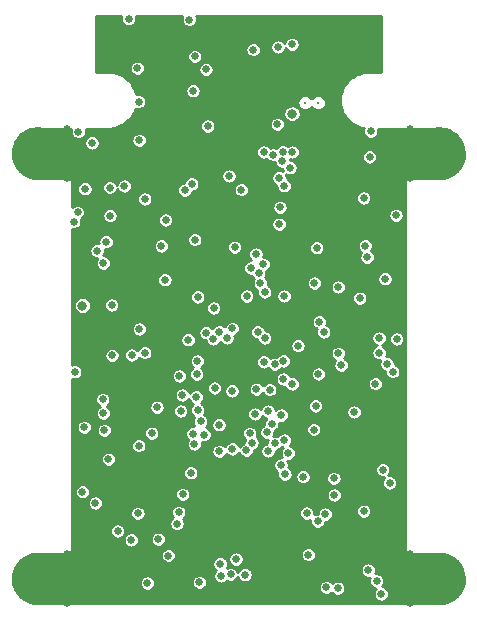
<source format=gbr>
G04 #@! TF.GenerationSoftware,KiCad,Pcbnew,(5.1.0-0)*
G04 #@! TF.CreationDate,2019-05-27T15:35:51-07:00*
G04 #@! TF.ProjectId,Nanopilot,4e616e6f-7069-46c6-9f74-2e6b69636164,rev?*
G04 #@! TF.SameCoordinates,Original*
G04 #@! TF.FileFunction,Copper,L3,Inr*
G04 #@! TF.FilePolarity,Positive*
%FSLAX46Y46*%
G04 Gerber Fmt 4.6, Leading zero omitted, Abs format (unit mm)*
G04 Created by KiCad (PCBNEW (5.1.0-0)) date 2019-05-27 15:35:51*
%MOMM*%
%LPD*%
G04 APERTURE LIST*
%ADD10C,0.300000*%
%ADD11C,4.400000*%
%ADD12C,0.700000*%
%ADD13C,0.650000*%
%ADD14C,0.800000*%
%ADD15C,0.254000*%
G04 APERTURE END LIST*
D10*
X86225000Y-44450000D03*
X86225000Y-45550000D03*
D11*
X63250000Y-39500000D03*
D12*
X64900000Y-39500000D03*
X64416726Y-40666726D03*
X63250000Y-41150000D03*
X62083274Y-40666726D03*
X61600000Y-39500000D03*
X62083274Y-38333274D03*
X63250000Y-37850000D03*
X64416726Y-38333274D03*
X64416726Y-74333274D03*
X63250000Y-73850000D03*
X62083274Y-74333274D03*
X61600000Y-75500000D03*
X62083274Y-76666726D03*
X63250000Y-77150000D03*
X64416726Y-76666726D03*
X64900000Y-75500000D03*
D11*
X63250000Y-75500000D03*
D12*
X98416726Y-74333274D03*
X97250000Y-73850000D03*
X96083274Y-74333274D03*
X95600000Y-75500000D03*
X96083274Y-76666726D03*
X97250000Y-77150000D03*
X98416726Y-76666726D03*
X98900000Y-75500000D03*
D11*
X97250000Y-75500000D03*
X97250000Y-39500000D03*
D12*
X98900000Y-39500000D03*
X98416726Y-40666726D03*
X97250000Y-41150000D03*
X96083274Y-40666726D03*
X95600000Y-39500000D03*
X96083274Y-38333274D03*
X97250000Y-37850000D03*
X98416726Y-38333274D03*
D10*
X85900000Y-35200000D03*
X87000000Y-35200000D03*
D13*
X83600000Y-30500000D03*
X94750000Y-74000000D03*
X94750000Y-75800000D03*
X94750000Y-77600000D03*
X94750000Y-73400000D03*
X94750000Y-77000000D03*
X94750000Y-74600000D03*
X94750000Y-76400000D03*
X65750000Y-38000000D03*
X65750000Y-39800000D03*
X65750000Y-41600000D03*
X65750000Y-37400000D03*
X65750000Y-41000000D03*
X65750000Y-38600000D03*
X65750000Y-40400000D03*
X65750000Y-39200000D03*
X65750000Y-74000000D03*
X65750000Y-75800000D03*
X65750000Y-77600000D03*
X65750000Y-73400000D03*
X65750000Y-77000000D03*
X65750000Y-74600000D03*
X65750000Y-76400000D03*
X65750000Y-75200000D03*
X94750000Y-38000000D03*
X94750000Y-39200000D03*
X94750000Y-41000000D03*
X94750000Y-39800000D03*
X94750000Y-38600000D03*
X94750000Y-37400000D03*
X94750000Y-40400000D03*
X94750000Y-41600000D03*
X80200000Y-30950000D03*
X78950000Y-30950000D03*
X70200000Y-70100002D03*
X79700000Y-37150000D03*
X75650000Y-36250000D03*
X76850000Y-38750000D03*
X69250000Y-40300000D03*
X68786820Y-50257510D03*
X88900000Y-55000000D03*
X86003536Y-68861291D03*
X69300000Y-68100000D03*
X84950000Y-28757510D03*
X69500000Y-32300000D03*
X69297962Y-57836442D03*
X68369249Y-54544999D03*
X71400000Y-44594998D03*
X88696308Y-59375496D03*
X66500000Y-69200000D03*
X72400000Y-34100000D03*
X84950000Y-66300000D03*
X90900000Y-65100000D03*
X71400000Y-31300000D03*
X73017490Y-31100000D03*
X82000000Y-33650000D03*
X66500000Y-59850000D03*
X66400000Y-64750000D03*
X91734978Y-45307199D03*
X94750000Y-75200000D03*
X88417490Y-33893404D03*
X80118877Y-50719660D03*
X84000022Y-54416219D03*
X90075000Y-44375000D03*
X84544741Y-73891926D03*
X72400000Y-72250000D03*
X92600000Y-72800000D03*
X77024238Y-69989768D03*
X86581250Y-43806250D03*
X78127780Y-74827443D03*
X94075000Y-60250000D03*
X73700000Y-28425000D03*
X75393280Y-28656720D03*
X71150000Y-29050000D03*
X83245988Y-71195986D03*
X75423095Y-52651905D03*
X78406327Y-44443671D03*
X74875000Y-46100000D03*
X75336271Y-73511271D03*
X78850000Y-48775000D03*
X74575000Y-48100000D03*
X85875000Y-46875000D03*
X83750000Y-60150000D03*
X85225606Y-50517490D03*
X77225000Y-77350000D03*
X81375000Y-28375000D03*
X91350000Y-39800000D03*
D14*
X84789984Y-36150000D03*
D13*
X66312468Y-45279998D03*
X66392490Y-57988157D03*
X69250000Y-65400000D03*
X67857510Y-38608135D03*
X85297789Y-55782508D03*
X75524998Y-68375000D03*
X88699988Y-56438212D03*
X85723161Y-66867490D03*
X71202479Y-56578556D03*
X80494220Y-42569220D03*
X76294341Y-42082042D03*
X81973506Y-49649221D03*
X83700000Y-45500000D03*
X83776761Y-44074977D03*
X77650000Y-37200000D03*
X70603628Y-42263930D03*
X69519210Y-52345888D03*
X69542490Y-56615651D03*
X84791616Y-30272588D03*
X93317490Y-57979988D03*
X79450000Y-41425000D03*
X73729340Y-47332117D03*
X67050000Y-68150000D03*
X93600000Y-44750000D03*
X92350000Y-76800000D03*
X72542030Y-75885645D03*
X93650233Y-55212016D03*
X77500000Y-32400000D03*
X68288490Y-47735094D03*
X81500000Y-30717521D03*
X69050000Y-46975000D03*
X70019102Y-71480662D03*
X68820000Y-48800000D03*
X71175000Y-72225000D03*
X75050000Y-70850000D03*
X74020020Y-50200000D03*
X76550000Y-46800000D03*
X79925000Y-47450000D03*
X91450000Y-37650000D03*
X81195783Y-63207344D03*
X83682796Y-41571056D03*
X76807510Y-51650216D03*
X79742490Y-64517040D03*
X67199996Y-62700000D03*
D14*
X67050001Y-52395012D03*
D13*
X71802485Y-35113389D03*
X68757510Y-60338586D03*
X75992490Y-55285031D03*
X70949599Y-28103091D03*
X86018685Y-69959854D03*
X81285794Y-49207510D03*
X82350000Y-48900000D03*
X79742490Y-54325000D03*
X74325000Y-73550000D03*
X79275000Y-55119982D03*
X81725000Y-48025000D03*
X73475000Y-72175000D03*
X78114435Y-55217066D03*
X83965662Y-40159184D03*
X84622385Y-40716694D03*
X78621713Y-54590022D03*
X76790671Y-61234005D03*
X81633931Y-61569665D03*
X91150000Y-48299986D03*
X82748942Y-61308451D03*
X90996973Y-47304364D03*
X82467346Y-55141580D03*
X84002017Y-39354993D03*
X83311393Y-57359955D03*
X84809070Y-39381692D03*
X86633069Y-62881627D03*
X71734738Y-69988807D03*
X78607479Y-62481814D03*
X83052459Y-62447680D03*
X82630805Y-63133430D03*
X82384352Y-39381326D03*
X82750072Y-64700040D03*
X88700779Y-50812470D03*
X87473223Y-54630013D03*
X83312095Y-64066167D03*
X87700000Y-76250000D03*
X84474926Y-64890665D03*
X88650000Y-76325000D03*
X83884163Y-61665841D03*
X76692490Y-60118985D03*
X88950004Y-57450000D03*
X84814384Y-59018181D03*
X84051727Y-58611713D03*
X82899998Y-59500002D03*
X84062690Y-57070826D03*
X77050000Y-62200000D03*
X78150000Y-52600000D03*
X87025000Y-58184978D03*
X72319039Y-43365010D03*
X76211755Y-66537642D03*
X77374698Y-63312081D03*
X74080003Y-45143978D03*
X72317490Y-56367480D03*
X72900000Y-63200000D03*
X71867135Y-54368754D03*
X86780780Y-60880780D03*
X83850000Y-65900000D03*
X84125000Y-51575000D03*
X90524523Y-51774523D03*
X90850869Y-43272894D03*
X92837545Y-57315124D03*
X76714944Y-58206918D03*
X78622479Y-64730345D03*
X79714945Y-59611261D03*
X73350000Y-61000000D03*
X75200250Y-69897626D03*
X91243228Y-74793228D03*
X75250000Y-58350000D03*
X91950000Y-75700000D03*
X90050000Y-61400000D03*
X91850000Y-59000000D03*
X93050000Y-67400000D03*
X92162533Y-55136128D03*
X92475000Y-66275000D03*
X92165033Y-56374095D03*
X68142490Y-69100000D03*
X66627479Y-44505506D03*
X69382534Y-44766163D03*
X84126891Y-42242490D03*
X75700000Y-42625000D03*
X83199990Y-39609425D03*
X83550000Y-37050000D03*
X78227581Y-59359870D03*
X81779989Y-59477479D03*
X76774467Y-57080012D03*
X82401464Y-57153292D03*
X71807208Y-64245646D03*
X71850000Y-38400000D03*
X86949658Y-70649658D03*
X75500114Y-59957510D03*
X75361420Y-61321432D03*
X87601217Y-70045391D03*
X76383254Y-63224003D03*
X88368515Y-68433804D03*
X76522807Y-64104538D03*
X88330603Y-67022401D03*
X68900000Y-62957510D03*
X66708293Y-37664846D03*
X76409041Y-34197273D03*
X69345044Y-42392490D03*
X67250000Y-42500000D03*
X68820000Y-61500000D03*
X76550000Y-31300000D03*
X71700000Y-32300000D03*
X84178824Y-66675625D03*
X81870769Y-54599924D03*
X82463859Y-51227479D03*
X81407844Y-64001952D03*
X80948083Y-51587164D03*
X80932510Y-64651645D03*
X86685617Y-50485607D03*
X82100591Y-50509092D03*
X77506702Y-54684981D03*
X90850000Y-69800000D03*
X84145791Y-63773913D03*
X87100000Y-53750000D03*
X76950000Y-75825000D03*
X86869914Y-47490004D03*
X86175000Y-73475000D03*
X92662020Y-50117490D03*
X78788056Y-75287965D03*
X79581947Y-75154614D03*
X80800000Y-75175000D03*
X80047566Y-73859183D03*
X78700000Y-74250000D03*
X76094998Y-28175000D03*
D15*
G36*
X70322655Y-27912910D02*
G01*
X70297599Y-28038875D01*
X70297599Y-28167307D01*
X70322655Y-28293272D01*
X70371804Y-28411929D01*
X70443157Y-28518717D01*
X70533973Y-28609533D01*
X70640761Y-28680886D01*
X70759418Y-28730035D01*
X70885383Y-28755091D01*
X71013815Y-28755091D01*
X71139780Y-28730035D01*
X71258437Y-28680886D01*
X71365225Y-28609533D01*
X71456041Y-28518717D01*
X71527394Y-28411929D01*
X71576543Y-28293272D01*
X71601599Y-28167307D01*
X71601599Y-28038875D01*
X71576543Y-27912910D01*
X71572024Y-27902000D01*
X75502359Y-27902000D01*
X75468054Y-27984819D01*
X75442998Y-28110784D01*
X75442998Y-28239216D01*
X75468054Y-28365181D01*
X75517203Y-28483838D01*
X75588556Y-28590626D01*
X75679372Y-28681442D01*
X75786160Y-28752795D01*
X75904817Y-28801944D01*
X76030782Y-28827000D01*
X76159214Y-28827000D01*
X76285179Y-28801944D01*
X76403836Y-28752795D01*
X76510624Y-28681442D01*
X76601440Y-28590626D01*
X76672793Y-28483838D01*
X76721942Y-28365181D01*
X76746998Y-28239216D01*
X76746998Y-28110784D01*
X76721942Y-27984819D01*
X76687637Y-27902000D01*
X92348001Y-27902000D01*
X92348000Y-32480335D01*
X92344242Y-32518663D01*
X92338824Y-32536609D01*
X92330021Y-32553166D01*
X92318171Y-32567695D01*
X92303722Y-32579648D01*
X92287227Y-32588567D01*
X92269319Y-32594110D01*
X92232308Y-32598000D01*
X91230253Y-32598000D01*
X91228851Y-32598138D01*
X91219269Y-32598205D01*
X91201113Y-32600113D01*
X91182848Y-32600113D01*
X91177266Y-32600700D01*
X90789366Y-32644210D01*
X90753699Y-32651791D01*
X90717987Y-32658862D01*
X90712627Y-32660521D01*
X90712621Y-32660523D01*
X90340564Y-32778546D01*
X90307049Y-32792910D01*
X90273389Y-32806784D01*
X90268456Y-32809451D01*
X90268452Y-32809453D01*
X90268451Y-32809454D01*
X89926401Y-32997498D01*
X89896333Y-33018085D01*
X89865990Y-33038245D01*
X89861665Y-33041823D01*
X89562654Y-33292723D01*
X89537142Y-33318775D01*
X89511309Y-33344428D01*
X89507761Y-33348778D01*
X89263177Y-33652979D01*
X89243215Y-33683485D01*
X89222852Y-33713673D01*
X89220217Y-33718629D01*
X89039378Y-34064542D01*
X89025721Y-34098343D01*
X89011610Y-34131912D01*
X89009988Y-34137285D01*
X88899781Y-34511735D01*
X88892955Y-34547521D01*
X88885627Y-34583218D01*
X88885079Y-34588804D01*
X88849703Y-34977530D01*
X88849958Y-35013997D01*
X88849703Y-35050397D01*
X88850251Y-35055984D01*
X88891052Y-35444176D01*
X88898384Y-35479893D01*
X88905206Y-35515657D01*
X88906828Y-35521031D01*
X89022252Y-35893905D01*
X89036369Y-35927489D01*
X89050020Y-35961276D01*
X89052655Y-35966232D01*
X89238306Y-36309587D01*
X89258689Y-36339806D01*
X89278631Y-36370281D01*
X89282179Y-36374631D01*
X89530986Y-36675386D01*
X89556852Y-36701073D01*
X89582331Y-36727091D01*
X89586656Y-36730669D01*
X89889141Y-36977369D01*
X89919501Y-36997541D01*
X89949551Y-37018117D01*
X89954489Y-37020787D01*
X90299131Y-37204036D01*
X90332799Y-37217913D01*
X90366306Y-37232275D01*
X90371668Y-37233935D01*
X90745340Y-37346752D01*
X90781069Y-37353827D01*
X90816720Y-37361405D01*
X90822302Y-37361991D01*
X90861966Y-37365880D01*
X90823056Y-37459819D01*
X90798000Y-37585784D01*
X90798000Y-37714216D01*
X90823056Y-37840181D01*
X90872205Y-37958838D01*
X90943558Y-38065626D01*
X91034374Y-38156442D01*
X91141162Y-38227795D01*
X91259819Y-38276944D01*
X91385784Y-38302000D01*
X91514216Y-38302000D01*
X91640181Y-38276944D01*
X91758838Y-38227795D01*
X91865626Y-38156442D01*
X91956442Y-38065626D01*
X92027795Y-37958838D01*
X92076944Y-37840181D01*
X92102000Y-37714216D01*
X92102000Y-37585784D01*
X92076944Y-37459819D01*
X92052995Y-37402000D01*
X97230344Y-37402000D01*
X97657129Y-37443847D01*
X98048748Y-37562084D01*
X98409947Y-37754136D01*
X98726963Y-38012687D01*
X98987721Y-38327888D01*
X99182292Y-38687741D01*
X99303260Y-39078525D01*
X99346021Y-39485366D01*
X99308944Y-39892768D01*
X99193445Y-40285200D01*
X99003919Y-40647731D01*
X98747587Y-40966544D01*
X98434210Y-41229499D01*
X98075730Y-41426573D01*
X97685797Y-41550268D01*
X97261025Y-41597913D01*
X97248621Y-41598000D01*
X94769747Y-41598000D01*
X94750000Y-41596055D01*
X94730253Y-41598000D01*
X94671194Y-41603817D01*
X94595417Y-41626803D01*
X94525580Y-41664132D01*
X94464368Y-41714368D01*
X94414132Y-41775580D01*
X94376803Y-41845417D01*
X94353817Y-41921194D01*
X94346055Y-42000000D01*
X94348000Y-42019747D01*
X94348001Y-72980243D01*
X94346055Y-73000000D01*
X94353817Y-73078806D01*
X94376803Y-73154583D01*
X94414132Y-73224420D01*
X94464368Y-73285632D01*
X94525580Y-73335868D01*
X94595417Y-73373197D01*
X94671194Y-73396183D01*
X94730253Y-73402000D01*
X94750000Y-73403945D01*
X94769747Y-73402000D01*
X97230344Y-73402000D01*
X97657129Y-73443847D01*
X98048748Y-73562084D01*
X98409947Y-73754136D01*
X98726963Y-74012687D01*
X98987721Y-74327888D01*
X99182292Y-74687741D01*
X99303260Y-75078525D01*
X99346021Y-75485366D01*
X99308944Y-75892768D01*
X99193445Y-76285200D01*
X99003919Y-76647731D01*
X98747587Y-76966544D01*
X98434210Y-77229499D01*
X98075730Y-77426573D01*
X97685797Y-77550268D01*
X97261025Y-77597913D01*
X97248621Y-77598000D01*
X63269657Y-77598000D01*
X62842874Y-77556154D01*
X62451252Y-77437916D01*
X62090052Y-77245863D01*
X61773035Y-76987311D01*
X61512278Y-76672109D01*
X61317708Y-76312260D01*
X61196740Y-75921475D01*
X61186225Y-75821429D01*
X71890030Y-75821429D01*
X71890030Y-75949861D01*
X71915086Y-76075826D01*
X71964235Y-76194483D01*
X72035588Y-76301271D01*
X72126404Y-76392087D01*
X72233192Y-76463440D01*
X72351849Y-76512589D01*
X72477814Y-76537645D01*
X72606246Y-76537645D01*
X72732211Y-76512589D01*
X72850868Y-76463440D01*
X72957656Y-76392087D01*
X73048472Y-76301271D01*
X73119825Y-76194483D01*
X73168974Y-76075826D01*
X73194030Y-75949861D01*
X73194030Y-75821429D01*
X73181967Y-75760784D01*
X76298000Y-75760784D01*
X76298000Y-75889216D01*
X76323056Y-76015181D01*
X76372205Y-76133838D01*
X76443558Y-76240626D01*
X76534374Y-76331442D01*
X76641162Y-76402795D01*
X76759819Y-76451944D01*
X76885784Y-76477000D01*
X77014216Y-76477000D01*
X77140181Y-76451944D01*
X77258838Y-76402795D01*
X77365626Y-76331442D01*
X77456442Y-76240626D01*
X77493086Y-76185784D01*
X87048000Y-76185784D01*
X87048000Y-76314216D01*
X87073056Y-76440181D01*
X87122205Y-76558838D01*
X87193558Y-76665626D01*
X87284374Y-76756442D01*
X87391162Y-76827795D01*
X87509819Y-76876944D01*
X87635784Y-76902000D01*
X87764216Y-76902000D01*
X87890181Y-76876944D01*
X88008838Y-76827795D01*
X88115626Y-76756442D01*
X88138705Y-76733363D01*
X88143558Y-76740626D01*
X88234374Y-76831442D01*
X88341162Y-76902795D01*
X88459819Y-76951944D01*
X88585784Y-76977000D01*
X88714216Y-76977000D01*
X88840181Y-76951944D01*
X88958838Y-76902795D01*
X89065626Y-76831442D01*
X89156442Y-76740626D01*
X89227795Y-76633838D01*
X89276944Y-76515181D01*
X89302000Y-76389216D01*
X89302000Y-76260784D01*
X89276944Y-76134819D01*
X89227795Y-76016162D01*
X89156442Y-75909374D01*
X89065626Y-75818558D01*
X88958838Y-75747205D01*
X88840181Y-75698056D01*
X88714216Y-75673000D01*
X88585784Y-75673000D01*
X88459819Y-75698056D01*
X88341162Y-75747205D01*
X88234374Y-75818558D01*
X88211295Y-75841637D01*
X88206442Y-75834374D01*
X88115626Y-75743558D01*
X88008838Y-75672205D01*
X87890181Y-75623056D01*
X87764216Y-75598000D01*
X87635784Y-75598000D01*
X87509819Y-75623056D01*
X87391162Y-75672205D01*
X87284374Y-75743558D01*
X87193558Y-75834374D01*
X87122205Y-75941162D01*
X87073056Y-76059819D01*
X87048000Y-76185784D01*
X77493086Y-76185784D01*
X77527795Y-76133838D01*
X77576944Y-76015181D01*
X77602000Y-75889216D01*
X77602000Y-75760784D01*
X77576944Y-75634819D01*
X77527795Y-75516162D01*
X77456442Y-75409374D01*
X77365626Y-75318558D01*
X77258838Y-75247205D01*
X77140181Y-75198056D01*
X77014216Y-75173000D01*
X76885784Y-75173000D01*
X76759819Y-75198056D01*
X76641162Y-75247205D01*
X76534374Y-75318558D01*
X76443558Y-75409374D01*
X76372205Y-75516162D01*
X76323056Y-75634819D01*
X76298000Y-75760784D01*
X73181967Y-75760784D01*
X73168974Y-75695464D01*
X73119825Y-75576807D01*
X73048472Y-75470019D01*
X72957656Y-75379203D01*
X72850868Y-75307850D01*
X72732211Y-75258701D01*
X72606246Y-75233645D01*
X72477814Y-75233645D01*
X72351849Y-75258701D01*
X72233192Y-75307850D01*
X72126404Y-75379203D01*
X72035588Y-75470019D01*
X71964235Y-75576807D01*
X71915086Y-75695464D01*
X71890030Y-75821429D01*
X61186225Y-75821429D01*
X61153979Y-75514635D01*
X61191056Y-75107232D01*
X61306555Y-74714800D01*
X61496081Y-74352269D01*
X61752414Y-74033456D01*
X62065784Y-73770505D01*
X62424268Y-73573427D01*
X62700553Y-73485784D01*
X73673000Y-73485784D01*
X73673000Y-73614216D01*
X73698056Y-73740181D01*
X73747205Y-73858838D01*
X73818558Y-73965626D01*
X73909374Y-74056442D01*
X74016162Y-74127795D01*
X74134819Y-74176944D01*
X74260784Y-74202000D01*
X74389216Y-74202000D01*
X74470739Y-74185784D01*
X78048000Y-74185784D01*
X78048000Y-74314216D01*
X78073056Y-74440181D01*
X78122205Y-74558838D01*
X78193558Y-74665626D01*
X78284374Y-74756442D01*
X78352195Y-74801758D01*
X78281614Y-74872339D01*
X78210261Y-74979127D01*
X78161112Y-75097784D01*
X78136056Y-75223749D01*
X78136056Y-75352181D01*
X78161112Y-75478146D01*
X78210261Y-75596803D01*
X78281614Y-75703591D01*
X78372430Y-75794407D01*
X78479218Y-75865760D01*
X78597875Y-75914909D01*
X78723840Y-75939965D01*
X78852272Y-75939965D01*
X78978237Y-75914909D01*
X79096894Y-75865760D01*
X79203682Y-75794407D01*
X79268656Y-75729433D01*
X79273109Y-75732409D01*
X79391766Y-75781558D01*
X79517731Y-75806614D01*
X79646163Y-75806614D01*
X79772128Y-75781558D01*
X79890785Y-75732409D01*
X79997573Y-75661056D01*
X80088389Y-75570240D01*
X80159742Y-75463452D01*
X80186751Y-75398245D01*
X80222205Y-75483838D01*
X80293558Y-75590626D01*
X80384374Y-75681442D01*
X80491162Y-75752795D01*
X80609819Y-75801944D01*
X80735784Y-75827000D01*
X80864216Y-75827000D01*
X80990181Y-75801944D01*
X81108838Y-75752795D01*
X81215626Y-75681442D01*
X81306442Y-75590626D01*
X81377795Y-75483838D01*
X81426944Y-75365181D01*
X81452000Y-75239216D01*
X81452000Y-75110784D01*
X81426944Y-74984819D01*
X81377795Y-74866162D01*
X81306442Y-74759374D01*
X81276080Y-74729012D01*
X90591228Y-74729012D01*
X90591228Y-74857444D01*
X90616284Y-74983409D01*
X90665433Y-75102066D01*
X90736786Y-75208854D01*
X90827602Y-75299670D01*
X90934390Y-75371023D01*
X91053047Y-75420172D01*
X91179012Y-75445228D01*
X91307444Y-75445228D01*
X91353614Y-75436044D01*
X91323056Y-75509819D01*
X91298000Y-75635784D01*
X91298000Y-75764216D01*
X91323056Y-75890181D01*
X91372205Y-76008838D01*
X91443558Y-76115626D01*
X91534374Y-76206442D01*
X91641162Y-76277795D01*
X91759819Y-76326944D01*
X91877567Y-76350365D01*
X91843558Y-76384374D01*
X91772205Y-76491162D01*
X91723056Y-76609819D01*
X91698000Y-76735784D01*
X91698000Y-76864216D01*
X91723056Y-76990181D01*
X91772205Y-77108838D01*
X91843558Y-77215626D01*
X91934374Y-77306442D01*
X92041162Y-77377795D01*
X92159819Y-77426944D01*
X92285784Y-77452000D01*
X92414216Y-77452000D01*
X92540181Y-77426944D01*
X92658838Y-77377795D01*
X92765626Y-77306442D01*
X92856442Y-77215626D01*
X92927795Y-77108838D01*
X92976944Y-76990181D01*
X93002000Y-76864216D01*
X93002000Y-76735784D01*
X92976944Y-76609819D01*
X92927795Y-76491162D01*
X92856442Y-76384374D01*
X92765626Y-76293558D01*
X92658838Y-76222205D01*
X92540181Y-76173056D01*
X92422433Y-76149635D01*
X92456442Y-76115626D01*
X92527795Y-76008838D01*
X92576944Y-75890181D01*
X92602000Y-75764216D01*
X92602000Y-75635784D01*
X92576944Y-75509819D01*
X92527795Y-75391162D01*
X92456442Y-75284374D01*
X92365626Y-75193558D01*
X92258838Y-75122205D01*
X92140181Y-75073056D01*
X92014216Y-75048000D01*
X91885784Y-75048000D01*
X91839614Y-75057184D01*
X91870172Y-74983409D01*
X91895228Y-74857444D01*
X91895228Y-74729012D01*
X91870172Y-74603047D01*
X91821023Y-74484390D01*
X91749670Y-74377602D01*
X91658854Y-74286786D01*
X91552066Y-74215433D01*
X91433409Y-74166284D01*
X91307444Y-74141228D01*
X91179012Y-74141228D01*
X91053047Y-74166284D01*
X90934390Y-74215433D01*
X90827602Y-74286786D01*
X90736786Y-74377602D01*
X90665433Y-74484390D01*
X90616284Y-74603047D01*
X90591228Y-74729012D01*
X81276080Y-74729012D01*
X81215626Y-74668558D01*
X81108838Y-74597205D01*
X80990181Y-74548056D01*
X80864216Y-74523000D01*
X80735784Y-74523000D01*
X80609819Y-74548056D01*
X80491162Y-74597205D01*
X80384374Y-74668558D01*
X80293558Y-74759374D01*
X80222205Y-74866162D01*
X80195196Y-74931369D01*
X80159742Y-74845776D01*
X80088389Y-74738988D01*
X79997573Y-74648172D01*
X79890785Y-74576819D01*
X79772128Y-74527670D01*
X79646163Y-74502614D01*
X79517731Y-74502614D01*
X79391766Y-74527670D01*
X79273109Y-74576819D01*
X79259870Y-74585665D01*
X79277795Y-74558838D01*
X79326944Y-74440181D01*
X79352000Y-74314216D01*
X79352000Y-74185784D01*
X79326944Y-74059819D01*
X79277795Y-73941162D01*
X79206442Y-73834374D01*
X79167035Y-73794967D01*
X79395566Y-73794967D01*
X79395566Y-73923399D01*
X79420622Y-74049364D01*
X79469771Y-74168021D01*
X79541124Y-74274809D01*
X79631940Y-74365625D01*
X79738728Y-74436978D01*
X79857385Y-74486127D01*
X79983350Y-74511183D01*
X80111782Y-74511183D01*
X80237747Y-74486127D01*
X80356404Y-74436978D01*
X80463192Y-74365625D01*
X80554008Y-74274809D01*
X80625361Y-74168021D01*
X80674510Y-74049364D01*
X80699566Y-73923399D01*
X80699566Y-73794967D01*
X80674510Y-73669002D01*
X80625361Y-73550345D01*
X80554008Y-73443557D01*
X80521235Y-73410784D01*
X85523000Y-73410784D01*
X85523000Y-73539216D01*
X85548056Y-73665181D01*
X85597205Y-73783838D01*
X85668558Y-73890626D01*
X85759374Y-73981442D01*
X85866162Y-74052795D01*
X85984819Y-74101944D01*
X86110784Y-74127000D01*
X86239216Y-74127000D01*
X86365181Y-74101944D01*
X86483838Y-74052795D01*
X86590626Y-73981442D01*
X86681442Y-73890626D01*
X86752795Y-73783838D01*
X86801944Y-73665181D01*
X86827000Y-73539216D01*
X86827000Y-73410784D01*
X86801944Y-73284819D01*
X86752795Y-73166162D01*
X86681442Y-73059374D01*
X86590626Y-72968558D01*
X86483838Y-72897205D01*
X86365181Y-72848056D01*
X86239216Y-72823000D01*
X86110784Y-72823000D01*
X85984819Y-72848056D01*
X85866162Y-72897205D01*
X85759374Y-72968558D01*
X85668558Y-73059374D01*
X85597205Y-73166162D01*
X85548056Y-73284819D01*
X85523000Y-73410784D01*
X80521235Y-73410784D01*
X80463192Y-73352741D01*
X80356404Y-73281388D01*
X80237747Y-73232239D01*
X80111782Y-73207183D01*
X79983350Y-73207183D01*
X79857385Y-73232239D01*
X79738728Y-73281388D01*
X79631940Y-73352741D01*
X79541124Y-73443557D01*
X79469771Y-73550345D01*
X79420622Y-73669002D01*
X79395566Y-73794967D01*
X79167035Y-73794967D01*
X79115626Y-73743558D01*
X79008838Y-73672205D01*
X78890181Y-73623056D01*
X78764216Y-73598000D01*
X78635784Y-73598000D01*
X78509819Y-73623056D01*
X78391162Y-73672205D01*
X78284374Y-73743558D01*
X78193558Y-73834374D01*
X78122205Y-73941162D01*
X78073056Y-74059819D01*
X78048000Y-74185784D01*
X74470739Y-74185784D01*
X74515181Y-74176944D01*
X74633838Y-74127795D01*
X74740626Y-74056442D01*
X74831442Y-73965626D01*
X74902795Y-73858838D01*
X74951944Y-73740181D01*
X74977000Y-73614216D01*
X74977000Y-73485784D01*
X74951944Y-73359819D01*
X74902795Y-73241162D01*
X74831442Y-73134374D01*
X74740626Y-73043558D01*
X74633838Y-72972205D01*
X74515181Y-72923056D01*
X74389216Y-72898000D01*
X74260784Y-72898000D01*
X74134819Y-72923056D01*
X74016162Y-72972205D01*
X73909374Y-73043558D01*
X73818558Y-73134374D01*
X73747205Y-73241162D01*
X73698056Y-73359819D01*
X73673000Y-73485784D01*
X62700553Y-73485784D01*
X62814203Y-73449732D01*
X63238976Y-73402087D01*
X63251379Y-73402000D01*
X65730253Y-73402000D01*
X65750000Y-73403945D01*
X65769747Y-73402000D01*
X65828806Y-73396183D01*
X65904583Y-73373197D01*
X65974420Y-73335868D01*
X66035632Y-73285632D01*
X66085868Y-73224420D01*
X66123197Y-73154583D01*
X66146183Y-73078806D01*
X66153945Y-73000000D01*
X66152000Y-72980253D01*
X66152000Y-72160784D01*
X70523000Y-72160784D01*
X70523000Y-72289216D01*
X70548056Y-72415181D01*
X70597205Y-72533838D01*
X70668558Y-72640626D01*
X70759374Y-72731442D01*
X70866162Y-72802795D01*
X70984819Y-72851944D01*
X71110784Y-72877000D01*
X71239216Y-72877000D01*
X71365181Y-72851944D01*
X71483838Y-72802795D01*
X71590626Y-72731442D01*
X71681442Y-72640626D01*
X71752795Y-72533838D01*
X71801944Y-72415181D01*
X71827000Y-72289216D01*
X71827000Y-72160784D01*
X71817055Y-72110784D01*
X72823000Y-72110784D01*
X72823000Y-72239216D01*
X72848056Y-72365181D01*
X72897205Y-72483838D01*
X72968558Y-72590626D01*
X73059374Y-72681442D01*
X73166162Y-72752795D01*
X73284819Y-72801944D01*
X73410784Y-72827000D01*
X73539216Y-72827000D01*
X73665181Y-72801944D01*
X73783838Y-72752795D01*
X73890626Y-72681442D01*
X73981442Y-72590626D01*
X74052795Y-72483838D01*
X74101944Y-72365181D01*
X74127000Y-72239216D01*
X74127000Y-72110784D01*
X74101944Y-71984819D01*
X74052795Y-71866162D01*
X73981442Y-71759374D01*
X73890626Y-71668558D01*
X73783838Y-71597205D01*
X73665181Y-71548056D01*
X73539216Y-71523000D01*
X73410784Y-71523000D01*
X73284819Y-71548056D01*
X73166162Y-71597205D01*
X73059374Y-71668558D01*
X72968558Y-71759374D01*
X72897205Y-71866162D01*
X72848056Y-71984819D01*
X72823000Y-72110784D01*
X71817055Y-72110784D01*
X71801944Y-72034819D01*
X71752795Y-71916162D01*
X71681442Y-71809374D01*
X71590626Y-71718558D01*
X71483838Y-71647205D01*
X71365181Y-71598056D01*
X71239216Y-71573000D01*
X71110784Y-71573000D01*
X70984819Y-71598056D01*
X70866162Y-71647205D01*
X70759374Y-71718558D01*
X70668558Y-71809374D01*
X70597205Y-71916162D01*
X70548056Y-72034819D01*
X70523000Y-72160784D01*
X66152000Y-72160784D01*
X66152000Y-71416446D01*
X69367102Y-71416446D01*
X69367102Y-71544878D01*
X69392158Y-71670843D01*
X69441307Y-71789500D01*
X69512660Y-71896288D01*
X69603476Y-71987104D01*
X69710264Y-72058457D01*
X69828921Y-72107606D01*
X69954886Y-72132662D01*
X70083318Y-72132662D01*
X70209283Y-72107606D01*
X70327940Y-72058457D01*
X70434728Y-71987104D01*
X70525544Y-71896288D01*
X70596897Y-71789500D01*
X70646046Y-71670843D01*
X70671102Y-71544878D01*
X70671102Y-71416446D01*
X70646046Y-71290481D01*
X70596897Y-71171824D01*
X70525544Y-71065036D01*
X70434728Y-70974220D01*
X70327940Y-70902867D01*
X70209283Y-70853718D01*
X70083318Y-70828662D01*
X69954886Y-70828662D01*
X69828921Y-70853718D01*
X69710264Y-70902867D01*
X69603476Y-70974220D01*
X69512660Y-71065036D01*
X69441307Y-71171824D01*
X69392158Y-71290481D01*
X69367102Y-71416446D01*
X66152000Y-71416446D01*
X66152000Y-70785784D01*
X74398000Y-70785784D01*
X74398000Y-70914216D01*
X74423056Y-71040181D01*
X74472205Y-71158838D01*
X74543558Y-71265626D01*
X74634374Y-71356442D01*
X74741162Y-71427795D01*
X74859819Y-71476944D01*
X74985784Y-71502000D01*
X75114216Y-71502000D01*
X75240181Y-71476944D01*
X75358838Y-71427795D01*
X75465626Y-71356442D01*
X75556442Y-71265626D01*
X75627795Y-71158838D01*
X75676944Y-71040181D01*
X75702000Y-70914216D01*
X75702000Y-70785784D01*
X75676944Y-70659819D01*
X75627795Y-70541162D01*
X75560787Y-70440877D01*
X75615876Y-70404068D01*
X75706692Y-70313252D01*
X75778045Y-70206464D01*
X75827194Y-70087807D01*
X75852250Y-69961842D01*
X75852250Y-69895638D01*
X85366685Y-69895638D01*
X85366685Y-70024070D01*
X85391741Y-70150035D01*
X85440890Y-70268692D01*
X85512243Y-70375480D01*
X85603059Y-70466296D01*
X85709847Y-70537649D01*
X85828504Y-70586798D01*
X85954469Y-70611854D01*
X86082901Y-70611854D01*
X86208866Y-70586798D01*
X86305337Y-70546839D01*
X86297658Y-70585442D01*
X86297658Y-70713874D01*
X86322714Y-70839839D01*
X86371863Y-70958496D01*
X86443216Y-71065284D01*
X86534032Y-71156100D01*
X86640820Y-71227453D01*
X86759477Y-71276602D01*
X86885442Y-71301658D01*
X87013874Y-71301658D01*
X87139839Y-71276602D01*
X87258496Y-71227453D01*
X87365284Y-71156100D01*
X87456100Y-71065284D01*
X87527453Y-70958496D01*
X87576602Y-70839839D01*
X87601658Y-70713874D01*
X87601658Y-70697391D01*
X87665433Y-70697391D01*
X87791398Y-70672335D01*
X87910055Y-70623186D01*
X88016843Y-70551833D01*
X88107659Y-70461017D01*
X88179012Y-70354229D01*
X88228161Y-70235572D01*
X88253217Y-70109607D01*
X88253217Y-69981175D01*
X88228161Y-69855210D01*
X88179012Y-69736553D01*
X88178499Y-69735784D01*
X90198000Y-69735784D01*
X90198000Y-69864216D01*
X90223056Y-69990181D01*
X90272205Y-70108838D01*
X90343558Y-70215626D01*
X90434374Y-70306442D01*
X90541162Y-70377795D01*
X90659819Y-70426944D01*
X90785784Y-70452000D01*
X90914216Y-70452000D01*
X91040181Y-70426944D01*
X91158838Y-70377795D01*
X91265626Y-70306442D01*
X91356442Y-70215626D01*
X91427795Y-70108838D01*
X91476944Y-69990181D01*
X91502000Y-69864216D01*
X91502000Y-69735784D01*
X91476944Y-69609819D01*
X91427795Y-69491162D01*
X91356442Y-69384374D01*
X91265626Y-69293558D01*
X91158838Y-69222205D01*
X91040181Y-69173056D01*
X90914216Y-69148000D01*
X90785784Y-69148000D01*
X90659819Y-69173056D01*
X90541162Y-69222205D01*
X90434374Y-69293558D01*
X90343558Y-69384374D01*
X90272205Y-69491162D01*
X90223056Y-69609819D01*
X90198000Y-69735784D01*
X88178499Y-69735784D01*
X88107659Y-69629765D01*
X88016843Y-69538949D01*
X87910055Y-69467596D01*
X87791398Y-69418447D01*
X87665433Y-69393391D01*
X87537001Y-69393391D01*
X87411036Y-69418447D01*
X87292379Y-69467596D01*
X87185591Y-69538949D01*
X87094775Y-69629765D01*
X87023422Y-69736553D01*
X86974273Y-69855210D01*
X86949217Y-69981175D01*
X86949217Y-69997658D01*
X86885442Y-69997658D01*
X86759477Y-70022714D01*
X86663006Y-70062673D01*
X86670685Y-70024070D01*
X86670685Y-69895638D01*
X86645629Y-69769673D01*
X86596480Y-69651016D01*
X86525127Y-69544228D01*
X86434311Y-69453412D01*
X86327523Y-69382059D01*
X86208866Y-69332910D01*
X86082901Y-69307854D01*
X85954469Y-69307854D01*
X85828504Y-69332910D01*
X85709847Y-69382059D01*
X85603059Y-69453412D01*
X85512243Y-69544228D01*
X85440890Y-69651016D01*
X85391741Y-69769673D01*
X85366685Y-69895638D01*
X75852250Y-69895638D01*
X75852250Y-69833410D01*
X75827194Y-69707445D01*
X75778045Y-69588788D01*
X75706692Y-69482000D01*
X75615876Y-69391184D01*
X75509088Y-69319831D01*
X75390431Y-69270682D01*
X75264466Y-69245626D01*
X75136034Y-69245626D01*
X75010069Y-69270682D01*
X74891412Y-69319831D01*
X74784624Y-69391184D01*
X74693808Y-69482000D01*
X74622455Y-69588788D01*
X74573306Y-69707445D01*
X74548250Y-69833410D01*
X74548250Y-69961842D01*
X74573306Y-70087807D01*
X74622455Y-70206464D01*
X74689463Y-70306749D01*
X74634374Y-70343558D01*
X74543558Y-70434374D01*
X74472205Y-70541162D01*
X74423056Y-70659819D01*
X74398000Y-70785784D01*
X66152000Y-70785784D01*
X66152000Y-69924591D01*
X71082738Y-69924591D01*
X71082738Y-70053023D01*
X71107794Y-70178988D01*
X71156943Y-70297645D01*
X71228296Y-70404433D01*
X71319112Y-70495249D01*
X71425900Y-70566602D01*
X71544557Y-70615751D01*
X71670522Y-70640807D01*
X71798954Y-70640807D01*
X71924919Y-70615751D01*
X72043576Y-70566602D01*
X72150364Y-70495249D01*
X72241180Y-70404433D01*
X72312533Y-70297645D01*
X72361682Y-70178988D01*
X72386738Y-70053023D01*
X72386738Y-69924591D01*
X72361682Y-69798626D01*
X72312533Y-69679969D01*
X72241180Y-69573181D01*
X72150364Y-69482365D01*
X72043576Y-69411012D01*
X71924919Y-69361863D01*
X71798954Y-69336807D01*
X71670522Y-69336807D01*
X71544557Y-69361863D01*
X71425900Y-69411012D01*
X71319112Y-69482365D01*
X71228296Y-69573181D01*
X71156943Y-69679969D01*
X71107794Y-69798626D01*
X71082738Y-69924591D01*
X66152000Y-69924591D01*
X66152000Y-69035784D01*
X67490490Y-69035784D01*
X67490490Y-69164216D01*
X67515546Y-69290181D01*
X67564695Y-69408838D01*
X67636048Y-69515626D01*
X67726864Y-69606442D01*
X67833652Y-69677795D01*
X67952309Y-69726944D01*
X68078274Y-69752000D01*
X68206706Y-69752000D01*
X68332671Y-69726944D01*
X68451328Y-69677795D01*
X68558116Y-69606442D01*
X68648932Y-69515626D01*
X68720285Y-69408838D01*
X68769434Y-69290181D01*
X68794490Y-69164216D01*
X68794490Y-69035784D01*
X68769434Y-68909819D01*
X68720285Y-68791162D01*
X68648932Y-68684374D01*
X68558116Y-68593558D01*
X68451328Y-68522205D01*
X68332671Y-68473056D01*
X68206706Y-68448000D01*
X68078274Y-68448000D01*
X67952309Y-68473056D01*
X67833652Y-68522205D01*
X67726864Y-68593558D01*
X67636048Y-68684374D01*
X67564695Y-68791162D01*
X67515546Y-68909819D01*
X67490490Y-69035784D01*
X66152000Y-69035784D01*
X66152000Y-68085784D01*
X66398000Y-68085784D01*
X66398000Y-68214216D01*
X66423056Y-68340181D01*
X66472205Y-68458838D01*
X66543558Y-68565626D01*
X66634374Y-68656442D01*
X66741162Y-68727795D01*
X66859819Y-68776944D01*
X66985784Y-68802000D01*
X67114216Y-68802000D01*
X67240181Y-68776944D01*
X67358838Y-68727795D01*
X67465626Y-68656442D01*
X67556442Y-68565626D01*
X67627795Y-68458838D01*
X67676944Y-68340181D01*
X67682791Y-68310784D01*
X74872998Y-68310784D01*
X74872998Y-68439216D01*
X74898054Y-68565181D01*
X74947203Y-68683838D01*
X75018556Y-68790626D01*
X75109372Y-68881442D01*
X75216160Y-68952795D01*
X75334817Y-69001944D01*
X75460782Y-69027000D01*
X75589214Y-69027000D01*
X75715179Y-69001944D01*
X75833836Y-68952795D01*
X75940624Y-68881442D01*
X76031440Y-68790626D01*
X76102793Y-68683838D01*
X76151942Y-68565181D01*
X76176998Y-68439216D01*
X76176998Y-68369588D01*
X87716515Y-68369588D01*
X87716515Y-68498020D01*
X87741571Y-68623985D01*
X87790720Y-68742642D01*
X87862073Y-68849430D01*
X87952889Y-68940246D01*
X88059677Y-69011599D01*
X88178334Y-69060748D01*
X88304299Y-69085804D01*
X88432731Y-69085804D01*
X88558696Y-69060748D01*
X88677353Y-69011599D01*
X88784141Y-68940246D01*
X88874957Y-68849430D01*
X88946310Y-68742642D01*
X88995459Y-68623985D01*
X89020515Y-68498020D01*
X89020515Y-68369588D01*
X88995459Y-68243623D01*
X88946310Y-68124966D01*
X88874957Y-68018178D01*
X88784141Y-67927362D01*
X88677353Y-67856009D01*
X88558696Y-67806860D01*
X88432731Y-67781804D01*
X88304299Y-67781804D01*
X88178334Y-67806860D01*
X88059677Y-67856009D01*
X87952889Y-67927362D01*
X87862073Y-68018178D01*
X87790720Y-68124966D01*
X87741571Y-68243623D01*
X87716515Y-68369588D01*
X76176998Y-68369588D01*
X76176998Y-68310784D01*
X76151942Y-68184819D01*
X76102793Y-68066162D01*
X76031440Y-67959374D01*
X75940624Y-67868558D01*
X75833836Y-67797205D01*
X75715179Y-67748056D01*
X75589214Y-67723000D01*
X75460782Y-67723000D01*
X75334817Y-67748056D01*
X75216160Y-67797205D01*
X75109372Y-67868558D01*
X75018556Y-67959374D01*
X74947203Y-68066162D01*
X74898054Y-68184819D01*
X74872998Y-68310784D01*
X67682791Y-68310784D01*
X67702000Y-68214216D01*
X67702000Y-68085784D01*
X67676944Y-67959819D01*
X67627795Y-67841162D01*
X67556442Y-67734374D01*
X67465626Y-67643558D01*
X67358838Y-67572205D01*
X67240181Y-67523056D01*
X67114216Y-67498000D01*
X66985784Y-67498000D01*
X66859819Y-67523056D01*
X66741162Y-67572205D01*
X66634374Y-67643558D01*
X66543558Y-67734374D01*
X66472205Y-67841162D01*
X66423056Y-67959819D01*
X66398000Y-68085784D01*
X66152000Y-68085784D01*
X66152000Y-66473426D01*
X75559755Y-66473426D01*
X75559755Y-66601858D01*
X75584811Y-66727823D01*
X75633960Y-66846480D01*
X75705313Y-66953268D01*
X75796129Y-67044084D01*
X75902917Y-67115437D01*
X76021574Y-67164586D01*
X76147539Y-67189642D01*
X76275971Y-67189642D01*
X76401936Y-67164586D01*
X76520593Y-67115437D01*
X76627381Y-67044084D01*
X76718197Y-66953268D01*
X76789550Y-66846480D01*
X76838699Y-66727823D01*
X76863755Y-66601858D01*
X76863755Y-66473426D01*
X76838699Y-66347461D01*
X76789550Y-66228804D01*
X76718197Y-66122016D01*
X76627381Y-66031200D01*
X76520593Y-65959847D01*
X76401936Y-65910698D01*
X76275971Y-65885642D01*
X76147539Y-65885642D01*
X76021574Y-65910698D01*
X75902917Y-65959847D01*
X75796129Y-66031200D01*
X75705313Y-66122016D01*
X75633960Y-66228804D01*
X75584811Y-66347461D01*
X75559755Y-66473426D01*
X66152000Y-66473426D01*
X66152000Y-65335784D01*
X68598000Y-65335784D01*
X68598000Y-65464216D01*
X68623056Y-65590181D01*
X68672205Y-65708838D01*
X68743558Y-65815626D01*
X68834374Y-65906442D01*
X68941162Y-65977795D01*
X69059819Y-66026944D01*
X69185784Y-66052000D01*
X69314216Y-66052000D01*
X69440181Y-66026944D01*
X69558838Y-65977795D01*
X69665626Y-65906442D01*
X69756442Y-65815626D01*
X69827795Y-65708838D01*
X69876944Y-65590181D01*
X69902000Y-65464216D01*
X69902000Y-65335784D01*
X69876944Y-65209819D01*
X69827795Y-65091162D01*
X69756442Y-64984374D01*
X69665626Y-64893558D01*
X69558838Y-64822205D01*
X69440181Y-64773056D01*
X69314216Y-64748000D01*
X69185784Y-64748000D01*
X69059819Y-64773056D01*
X68941162Y-64822205D01*
X68834374Y-64893558D01*
X68743558Y-64984374D01*
X68672205Y-65091162D01*
X68623056Y-65209819D01*
X68598000Y-65335784D01*
X66152000Y-65335784D01*
X66152000Y-64181430D01*
X71155208Y-64181430D01*
X71155208Y-64309862D01*
X71180264Y-64435827D01*
X71229413Y-64554484D01*
X71300766Y-64661272D01*
X71391582Y-64752088D01*
X71498370Y-64823441D01*
X71617027Y-64872590D01*
X71742992Y-64897646D01*
X71871424Y-64897646D01*
X71997389Y-64872590D01*
X72116046Y-64823441D01*
X72222834Y-64752088D01*
X72313650Y-64661272D01*
X72385003Y-64554484D01*
X72434152Y-64435827D01*
X72459208Y-64309862D01*
X72459208Y-64181430D01*
X72434152Y-64055465D01*
X72385003Y-63936808D01*
X72313650Y-63830020D01*
X72222834Y-63739204D01*
X72116046Y-63667851D01*
X71997389Y-63618702D01*
X71871424Y-63593646D01*
X71742992Y-63593646D01*
X71617027Y-63618702D01*
X71498370Y-63667851D01*
X71391582Y-63739204D01*
X71300766Y-63830020D01*
X71229413Y-63936808D01*
X71180264Y-64055465D01*
X71155208Y-64181430D01*
X66152000Y-64181430D01*
X66152000Y-62635784D01*
X66547996Y-62635784D01*
X66547996Y-62764216D01*
X66573052Y-62890181D01*
X66622201Y-63008838D01*
X66693554Y-63115626D01*
X66784370Y-63206442D01*
X66891158Y-63277795D01*
X67009815Y-63326944D01*
X67135780Y-63352000D01*
X67264212Y-63352000D01*
X67390177Y-63326944D01*
X67508834Y-63277795D01*
X67615622Y-63206442D01*
X67706438Y-63115626D01*
X67777791Y-63008838D01*
X67825650Y-62893294D01*
X68248000Y-62893294D01*
X68248000Y-63021726D01*
X68273056Y-63147691D01*
X68322205Y-63266348D01*
X68393558Y-63373136D01*
X68484374Y-63463952D01*
X68591162Y-63535305D01*
X68709819Y-63584454D01*
X68835784Y-63609510D01*
X68964216Y-63609510D01*
X69090181Y-63584454D01*
X69208838Y-63535305D01*
X69315626Y-63463952D01*
X69406442Y-63373136D01*
X69477795Y-63266348D01*
X69526944Y-63147691D01*
X69529312Y-63135784D01*
X72248000Y-63135784D01*
X72248000Y-63264216D01*
X72273056Y-63390181D01*
X72322205Y-63508838D01*
X72393558Y-63615626D01*
X72484374Y-63706442D01*
X72591162Y-63777795D01*
X72709819Y-63826944D01*
X72835784Y-63852000D01*
X72964216Y-63852000D01*
X73090181Y-63826944D01*
X73208838Y-63777795D01*
X73315626Y-63706442D01*
X73406442Y-63615626D01*
X73477795Y-63508838D01*
X73526944Y-63390181D01*
X73552000Y-63264216D01*
X73552000Y-63135784D01*
X73526944Y-63009819D01*
X73477795Y-62891162D01*
X73406442Y-62784374D01*
X73315626Y-62693558D01*
X73208838Y-62622205D01*
X73090181Y-62573056D01*
X72964216Y-62548000D01*
X72835784Y-62548000D01*
X72709819Y-62573056D01*
X72591162Y-62622205D01*
X72484374Y-62693558D01*
X72393558Y-62784374D01*
X72322205Y-62891162D01*
X72273056Y-63009819D01*
X72248000Y-63135784D01*
X69529312Y-63135784D01*
X69552000Y-63021726D01*
X69552000Y-62893294D01*
X69526944Y-62767329D01*
X69477795Y-62648672D01*
X69406442Y-62541884D01*
X69315626Y-62451068D01*
X69208838Y-62379715D01*
X69090181Y-62330566D01*
X68964216Y-62305510D01*
X68835784Y-62305510D01*
X68709819Y-62330566D01*
X68591162Y-62379715D01*
X68484374Y-62451068D01*
X68393558Y-62541884D01*
X68322205Y-62648672D01*
X68273056Y-62767329D01*
X68248000Y-62893294D01*
X67825650Y-62893294D01*
X67826940Y-62890181D01*
X67851996Y-62764216D01*
X67851996Y-62635784D01*
X67826940Y-62509819D01*
X67777791Y-62391162D01*
X67706438Y-62284374D01*
X67615622Y-62193558D01*
X67508834Y-62122205D01*
X67390177Y-62073056D01*
X67264212Y-62048000D01*
X67135780Y-62048000D01*
X67009815Y-62073056D01*
X66891158Y-62122205D01*
X66784370Y-62193558D01*
X66693554Y-62284374D01*
X66622201Y-62391162D01*
X66573052Y-62509819D01*
X66547996Y-62635784D01*
X66152000Y-62635784D01*
X66152000Y-60274370D01*
X68105510Y-60274370D01*
X68105510Y-60402802D01*
X68130566Y-60528767D01*
X68179715Y-60647424D01*
X68251068Y-60754212D01*
X68341884Y-60845028D01*
X68448672Y-60916381D01*
X68492629Y-60934588D01*
X68404374Y-60993558D01*
X68313558Y-61084374D01*
X68242205Y-61191162D01*
X68193056Y-61309819D01*
X68168000Y-61435784D01*
X68168000Y-61564216D01*
X68193056Y-61690181D01*
X68242205Y-61808838D01*
X68313558Y-61915626D01*
X68404374Y-62006442D01*
X68511162Y-62077795D01*
X68629819Y-62126944D01*
X68755784Y-62152000D01*
X68884216Y-62152000D01*
X69010181Y-62126944D01*
X69128838Y-62077795D01*
X69235626Y-62006442D01*
X69326442Y-61915626D01*
X69397795Y-61808838D01*
X69446944Y-61690181D01*
X69472000Y-61564216D01*
X69472000Y-61435784D01*
X69446944Y-61309819D01*
X69397795Y-61191162D01*
X69326442Y-61084374D01*
X69235626Y-60993558D01*
X69149161Y-60935784D01*
X72698000Y-60935784D01*
X72698000Y-61064216D01*
X72723056Y-61190181D01*
X72772205Y-61308838D01*
X72843558Y-61415626D01*
X72934374Y-61506442D01*
X73041162Y-61577795D01*
X73159819Y-61626944D01*
X73285784Y-61652000D01*
X73414216Y-61652000D01*
X73540181Y-61626944D01*
X73658838Y-61577795D01*
X73765626Y-61506442D01*
X73856442Y-61415626D01*
X73927795Y-61308838D01*
X73949177Y-61257216D01*
X74709420Y-61257216D01*
X74709420Y-61385648D01*
X74734476Y-61511613D01*
X74783625Y-61630270D01*
X74854978Y-61737058D01*
X74945794Y-61827874D01*
X75052582Y-61899227D01*
X75171239Y-61948376D01*
X75297204Y-61973432D01*
X75425636Y-61973432D01*
X75551601Y-61948376D01*
X75670258Y-61899227D01*
X75777046Y-61827874D01*
X75867862Y-61737058D01*
X75939215Y-61630270D01*
X75988364Y-61511613D01*
X76013420Y-61385648D01*
X76013420Y-61257216D01*
X75988364Y-61131251D01*
X75939215Y-61012594D01*
X75867862Y-60905806D01*
X75777046Y-60814990D01*
X75670258Y-60743637D01*
X75551601Y-60694488D01*
X75425636Y-60669432D01*
X75297204Y-60669432D01*
X75171239Y-60694488D01*
X75052582Y-60743637D01*
X74945794Y-60814990D01*
X74854978Y-60905806D01*
X74783625Y-61012594D01*
X74734476Y-61131251D01*
X74709420Y-61257216D01*
X73949177Y-61257216D01*
X73976944Y-61190181D01*
X74002000Y-61064216D01*
X74002000Y-60935784D01*
X73976944Y-60809819D01*
X73927795Y-60691162D01*
X73856442Y-60584374D01*
X73765626Y-60493558D01*
X73658838Y-60422205D01*
X73540181Y-60373056D01*
X73414216Y-60348000D01*
X73285784Y-60348000D01*
X73159819Y-60373056D01*
X73041162Y-60422205D01*
X72934374Y-60493558D01*
X72843558Y-60584374D01*
X72772205Y-60691162D01*
X72723056Y-60809819D01*
X72698000Y-60935784D01*
X69149161Y-60935784D01*
X69128838Y-60922205D01*
X69084881Y-60903998D01*
X69173136Y-60845028D01*
X69263952Y-60754212D01*
X69335305Y-60647424D01*
X69384454Y-60528767D01*
X69409510Y-60402802D01*
X69409510Y-60274370D01*
X69384454Y-60148405D01*
X69335305Y-60029748D01*
X69263952Y-59922960D01*
X69234286Y-59893294D01*
X74848114Y-59893294D01*
X74848114Y-60021726D01*
X74873170Y-60147691D01*
X74922319Y-60266348D01*
X74993672Y-60373136D01*
X75084488Y-60463952D01*
X75191276Y-60535305D01*
X75309933Y-60584454D01*
X75435898Y-60609510D01*
X75564330Y-60609510D01*
X75690295Y-60584454D01*
X75808952Y-60535305D01*
X75915740Y-60463952D01*
X76006556Y-60373136D01*
X76061819Y-60290429D01*
X76065546Y-60309166D01*
X76114695Y-60427823D01*
X76186048Y-60534611D01*
X76276864Y-60625427D01*
X76383652Y-60696780D01*
X76406779Y-60706359D01*
X76375045Y-60727563D01*
X76284229Y-60818379D01*
X76212876Y-60925167D01*
X76163727Y-61043824D01*
X76138671Y-61169789D01*
X76138671Y-61298221D01*
X76163727Y-61424186D01*
X76212876Y-61542843D01*
X76284229Y-61649631D01*
X76375045Y-61740447D01*
X76481833Y-61811800D01*
X76515825Y-61825880D01*
X76472205Y-61891162D01*
X76423056Y-62009819D01*
X76398000Y-62135784D01*
X76398000Y-62264216D01*
X76423056Y-62390181D01*
X76472205Y-62508838D01*
X76524671Y-62587359D01*
X76447470Y-62572003D01*
X76319038Y-62572003D01*
X76193073Y-62597059D01*
X76074416Y-62646208D01*
X75967628Y-62717561D01*
X75876812Y-62808377D01*
X75805459Y-62915165D01*
X75756310Y-63033822D01*
X75731254Y-63159787D01*
X75731254Y-63288219D01*
X75756310Y-63414184D01*
X75805459Y-63532841D01*
X75876812Y-63639629D01*
X75967628Y-63730445D01*
X75982136Y-63740139D01*
X75945012Y-63795700D01*
X75895863Y-63914357D01*
X75870807Y-64040322D01*
X75870807Y-64168754D01*
X75895863Y-64294719D01*
X75945012Y-64413376D01*
X76016365Y-64520164D01*
X76107181Y-64610980D01*
X76213969Y-64682333D01*
X76332626Y-64731482D01*
X76458591Y-64756538D01*
X76587023Y-64756538D01*
X76712988Y-64731482D01*
X76831645Y-64682333D01*
X76855896Y-64666129D01*
X77970479Y-64666129D01*
X77970479Y-64794561D01*
X77995535Y-64920526D01*
X78044684Y-65039183D01*
X78116037Y-65145971D01*
X78206853Y-65236787D01*
X78313641Y-65308140D01*
X78432298Y-65357289D01*
X78558263Y-65382345D01*
X78686695Y-65382345D01*
X78812660Y-65357289D01*
X78931317Y-65308140D01*
X79038105Y-65236787D01*
X79128921Y-65145971D01*
X79200274Y-65039183D01*
X79241950Y-64938568D01*
X79326864Y-65023482D01*
X79433652Y-65094835D01*
X79552309Y-65143984D01*
X79678274Y-65169040D01*
X79806706Y-65169040D01*
X79932671Y-65143984D01*
X80051328Y-65094835D01*
X80158116Y-65023482D01*
X80248932Y-64932666D01*
X80307121Y-64845580D01*
X80354715Y-64960483D01*
X80426068Y-65067271D01*
X80516884Y-65158087D01*
X80623672Y-65229440D01*
X80742329Y-65278589D01*
X80868294Y-65303645D01*
X80996726Y-65303645D01*
X81122691Y-65278589D01*
X81241348Y-65229440D01*
X81348136Y-65158087D01*
X81438952Y-65067271D01*
X81510305Y-64960483D01*
X81559454Y-64841826D01*
X81584510Y-64715861D01*
X81584510Y-64631584D01*
X81598025Y-64628896D01*
X81716682Y-64579747D01*
X81823470Y-64508394D01*
X81914286Y-64417578D01*
X81985639Y-64310790D01*
X82034788Y-64192133D01*
X82059844Y-64066168D01*
X82059844Y-63937736D01*
X82034788Y-63811771D01*
X81985639Y-63693114D01*
X81914286Y-63586326D01*
X81823470Y-63495510D01*
X81791100Y-63473881D01*
X81822727Y-63397525D01*
X81847783Y-63271560D01*
X81847783Y-63143128D01*
X81822727Y-63017163D01*
X81773578Y-62898506D01*
X81702225Y-62791718D01*
X81611409Y-62700902D01*
X81504621Y-62629549D01*
X81385964Y-62580400D01*
X81259999Y-62555344D01*
X81131567Y-62555344D01*
X81005602Y-62580400D01*
X80886945Y-62629549D01*
X80780157Y-62700902D01*
X80689341Y-62791718D01*
X80617988Y-62898506D01*
X80568839Y-63017163D01*
X80543783Y-63143128D01*
X80543783Y-63271560D01*
X80568839Y-63397525D01*
X80617988Y-63516182D01*
X80689341Y-63622970D01*
X80780157Y-63713786D01*
X80812527Y-63735415D01*
X80780900Y-63811771D01*
X80755844Y-63937736D01*
X80755844Y-64022013D01*
X80742329Y-64024701D01*
X80623672Y-64073850D01*
X80516884Y-64145203D01*
X80426068Y-64236019D01*
X80367879Y-64323105D01*
X80320285Y-64208202D01*
X80248932Y-64101414D01*
X80158116Y-64010598D01*
X80051328Y-63939245D01*
X79932671Y-63890096D01*
X79806706Y-63865040D01*
X79678274Y-63865040D01*
X79552309Y-63890096D01*
X79433652Y-63939245D01*
X79326864Y-64010598D01*
X79236048Y-64101414D01*
X79164695Y-64208202D01*
X79123019Y-64308817D01*
X79038105Y-64223903D01*
X78931317Y-64152550D01*
X78812660Y-64103401D01*
X78686695Y-64078345D01*
X78558263Y-64078345D01*
X78432298Y-64103401D01*
X78313641Y-64152550D01*
X78206853Y-64223903D01*
X78116037Y-64314719D01*
X78044684Y-64421507D01*
X77995535Y-64540164D01*
X77970479Y-64666129D01*
X76855896Y-64666129D01*
X76938433Y-64610980D01*
X77029249Y-64520164D01*
X77100602Y-64413376D01*
X77149751Y-64294719D01*
X77174807Y-64168754D01*
X77174807Y-64040322D01*
X77151977Y-63925546D01*
X77184517Y-63939025D01*
X77310482Y-63964081D01*
X77438914Y-63964081D01*
X77564879Y-63939025D01*
X77683536Y-63889876D01*
X77790324Y-63818523D01*
X77881140Y-63727707D01*
X77952493Y-63620919D01*
X78001642Y-63502262D01*
X78026698Y-63376297D01*
X78026698Y-63247865D01*
X78001642Y-63121900D01*
X77952493Y-63003243D01*
X77881140Y-62896455D01*
X77790324Y-62805639D01*
X77683536Y-62734286D01*
X77564879Y-62685137D01*
X77499863Y-62672205D01*
X77556442Y-62615626D01*
X77627795Y-62508838D01*
X77665587Y-62417598D01*
X77955479Y-62417598D01*
X77955479Y-62546030D01*
X77980535Y-62671995D01*
X78029684Y-62790652D01*
X78101037Y-62897440D01*
X78191853Y-62988256D01*
X78298641Y-63059609D01*
X78417298Y-63108758D01*
X78543263Y-63133814D01*
X78671695Y-63133814D01*
X78797660Y-63108758D01*
X78916317Y-63059609D01*
X79023105Y-62988256D01*
X79113921Y-62897440D01*
X79185274Y-62790652D01*
X79234423Y-62671995D01*
X79259479Y-62546030D01*
X79259479Y-62417598D01*
X79234423Y-62291633D01*
X79185274Y-62172976D01*
X79113921Y-62066188D01*
X79023105Y-61975372D01*
X78916317Y-61904019D01*
X78797660Y-61854870D01*
X78671695Y-61829814D01*
X78543263Y-61829814D01*
X78417298Y-61854870D01*
X78298641Y-61904019D01*
X78191853Y-61975372D01*
X78101037Y-62066188D01*
X78029684Y-62172976D01*
X77980535Y-62291633D01*
X77955479Y-62417598D01*
X77665587Y-62417598D01*
X77676944Y-62390181D01*
X77702000Y-62264216D01*
X77702000Y-62135784D01*
X77676944Y-62009819D01*
X77627795Y-61891162D01*
X77556442Y-61784374D01*
X77465626Y-61693558D01*
X77358838Y-61622205D01*
X77324846Y-61608125D01*
X77368466Y-61542843D01*
X77383954Y-61505449D01*
X80981931Y-61505449D01*
X80981931Y-61633881D01*
X81006987Y-61759846D01*
X81056136Y-61878503D01*
X81127489Y-61985291D01*
X81218305Y-62076107D01*
X81325093Y-62147460D01*
X81443750Y-62196609D01*
X81569715Y-62221665D01*
X81698147Y-62221665D01*
X81824112Y-62196609D01*
X81942769Y-62147460D01*
X82049557Y-62076107D01*
X82140373Y-61985291D01*
X82211726Y-61878503D01*
X82260875Y-61759846D01*
X82263761Y-61745338D01*
X82333316Y-61814893D01*
X82440104Y-61886246D01*
X82558761Y-61935395D01*
X82628754Y-61949317D01*
X82546017Y-62032054D01*
X82474664Y-62138842D01*
X82425515Y-62257499D01*
X82400459Y-62383464D01*
X82400459Y-62511896D01*
X82402522Y-62522268D01*
X82321967Y-62555635D01*
X82215179Y-62626988D01*
X82124363Y-62717804D01*
X82053010Y-62824592D01*
X82003861Y-62943249D01*
X81978805Y-63069214D01*
X81978805Y-63197646D01*
X82003861Y-63323611D01*
X82053010Y-63442268D01*
X82124363Y-63549056D01*
X82215179Y-63639872D01*
X82321967Y-63711225D01*
X82440624Y-63760374D01*
X82566589Y-63785430D01*
X82695021Y-63785430D01*
X82725142Y-63779439D01*
X82685151Y-63875986D01*
X82660095Y-64001951D01*
X82660095Y-64053164D01*
X82559891Y-64073096D01*
X82441234Y-64122245D01*
X82334446Y-64193598D01*
X82243630Y-64284414D01*
X82172277Y-64391202D01*
X82123128Y-64509859D01*
X82098072Y-64635824D01*
X82098072Y-64764256D01*
X82123128Y-64890221D01*
X82172277Y-65008878D01*
X82243630Y-65115666D01*
X82334446Y-65206482D01*
X82441234Y-65277835D01*
X82559891Y-65326984D01*
X82685856Y-65352040D01*
X82814288Y-65352040D01*
X82940253Y-65326984D01*
X83058910Y-65277835D01*
X83165698Y-65206482D01*
X83256514Y-65115666D01*
X83327867Y-65008878D01*
X83377016Y-64890221D01*
X83402072Y-64764256D01*
X83402072Y-64713043D01*
X83502276Y-64693111D01*
X83620933Y-64643962D01*
X83727721Y-64572609D01*
X83818537Y-64481793D01*
X83889890Y-64375005D01*
X83890374Y-64373836D01*
X83955610Y-64400857D01*
X84028222Y-64415301D01*
X83968484Y-64475039D01*
X83897131Y-64581827D01*
X83847982Y-64700484D01*
X83822926Y-64826449D01*
X83822926Y-64954881D01*
X83847982Y-65080846D01*
X83897131Y-65199503D01*
X83931884Y-65251514D01*
X83914216Y-65248000D01*
X83785784Y-65248000D01*
X83659819Y-65273056D01*
X83541162Y-65322205D01*
X83434374Y-65393558D01*
X83343558Y-65484374D01*
X83272205Y-65591162D01*
X83223056Y-65709819D01*
X83198000Y-65835784D01*
X83198000Y-65964216D01*
X83223056Y-66090181D01*
X83272205Y-66208838D01*
X83343558Y-66315626D01*
X83434374Y-66406442D01*
X83541162Y-66477795D01*
X83553015Y-66482705D01*
X83551880Y-66485444D01*
X83526824Y-66611409D01*
X83526824Y-66739841D01*
X83551880Y-66865806D01*
X83601029Y-66984463D01*
X83672382Y-67091251D01*
X83763198Y-67182067D01*
X83869986Y-67253420D01*
X83988643Y-67302569D01*
X84114608Y-67327625D01*
X84243040Y-67327625D01*
X84369005Y-67302569D01*
X84487662Y-67253420D01*
X84594450Y-67182067D01*
X84685266Y-67091251D01*
X84756619Y-66984463D01*
X84805768Y-66865806D01*
X84818206Y-66803274D01*
X85071161Y-66803274D01*
X85071161Y-66931706D01*
X85096217Y-67057671D01*
X85145366Y-67176328D01*
X85216719Y-67283116D01*
X85307535Y-67373932D01*
X85414323Y-67445285D01*
X85532980Y-67494434D01*
X85658945Y-67519490D01*
X85787377Y-67519490D01*
X85913342Y-67494434D01*
X86031999Y-67445285D01*
X86138787Y-67373932D01*
X86229603Y-67283116D01*
X86300956Y-67176328D01*
X86350105Y-67057671D01*
X86369893Y-66958185D01*
X87678603Y-66958185D01*
X87678603Y-67086617D01*
X87703659Y-67212582D01*
X87752808Y-67331239D01*
X87824161Y-67438027D01*
X87914977Y-67528843D01*
X88021765Y-67600196D01*
X88140422Y-67649345D01*
X88266387Y-67674401D01*
X88394819Y-67674401D01*
X88520784Y-67649345D01*
X88639441Y-67600196D01*
X88746229Y-67528843D01*
X88837045Y-67438027D01*
X88908398Y-67331239D01*
X88957547Y-67212582D01*
X88982603Y-67086617D01*
X88982603Y-66958185D01*
X88957547Y-66832220D01*
X88908398Y-66713563D01*
X88837045Y-66606775D01*
X88746229Y-66515959D01*
X88639441Y-66444606D01*
X88520784Y-66395457D01*
X88394819Y-66370401D01*
X88266387Y-66370401D01*
X88140422Y-66395457D01*
X88021765Y-66444606D01*
X87914977Y-66515959D01*
X87824161Y-66606775D01*
X87752808Y-66713563D01*
X87703659Y-66832220D01*
X87678603Y-66958185D01*
X86369893Y-66958185D01*
X86375161Y-66931706D01*
X86375161Y-66803274D01*
X86350105Y-66677309D01*
X86300956Y-66558652D01*
X86229603Y-66451864D01*
X86138787Y-66361048D01*
X86031999Y-66289695D01*
X85913342Y-66240546D01*
X85787377Y-66215490D01*
X85658945Y-66215490D01*
X85532980Y-66240546D01*
X85414323Y-66289695D01*
X85307535Y-66361048D01*
X85216719Y-66451864D01*
X85145366Y-66558652D01*
X85096217Y-66677309D01*
X85071161Y-66803274D01*
X84818206Y-66803274D01*
X84830824Y-66739841D01*
X84830824Y-66611409D01*
X84805768Y-66485444D01*
X84756619Y-66366787D01*
X84685266Y-66259999D01*
X84636051Y-66210784D01*
X91823000Y-66210784D01*
X91823000Y-66339216D01*
X91848056Y-66465181D01*
X91897205Y-66583838D01*
X91968558Y-66690626D01*
X92059374Y-66781442D01*
X92166162Y-66852795D01*
X92284819Y-66901944D01*
X92410784Y-66927000D01*
X92539216Y-66927000D01*
X92616256Y-66911676D01*
X92543558Y-66984374D01*
X92472205Y-67091162D01*
X92423056Y-67209819D01*
X92398000Y-67335784D01*
X92398000Y-67464216D01*
X92423056Y-67590181D01*
X92472205Y-67708838D01*
X92543558Y-67815626D01*
X92634374Y-67906442D01*
X92741162Y-67977795D01*
X92859819Y-68026944D01*
X92985784Y-68052000D01*
X93114216Y-68052000D01*
X93240181Y-68026944D01*
X93358838Y-67977795D01*
X93465626Y-67906442D01*
X93556442Y-67815626D01*
X93627795Y-67708838D01*
X93676944Y-67590181D01*
X93702000Y-67464216D01*
X93702000Y-67335784D01*
X93676944Y-67209819D01*
X93627795Y-67091162D01*
X93556442Y-66984374D01*
X93465626Y-66893558D01*
X93358838Y-66822205D01*
X93240181Y-66773056D01*
X93114216Y-66748000D01*
X92985784Y-66748000D01*
X92908744Y-66763324D01*
X92981442Y-66690626D01*
X93052795Y-66583838D01*
X93101944Y-66465181D01*
X93127000Y-66339216D01*
X93127000Y-66210784D01*
X93101944Y-66084819D01*
X93052795Y-65966162D01*
X92981442Y-65859374D01*
X92890626Y-65768558D01*
X92783838Y-65697205D01*
X92665181Y-65648056D01*
X92539216Y-65623000D01*
X92410784Y-65623000D01*
X92284819Y-65648056D01*
X92166162Y-65697205D01*
X92059374Y-65768558D01*
X91968558Y-65859374D01*
X91897205Y-65966162D01*
X91848056Y-66084819D01*
X91823000Y-66210784D01*
X84636051Y-66210784D01*
X84594450Y-66169183D01*
X84487662Y-66097830D01*
X84475809Y-66092920D01*
X84476944Y-66090181D01*
X84502000Y-65964216D01*
X84502000Y-65835784D01*
X84476944Y-65709819D01*
X84427795Y-65591162D01*
X84393042Y-65539151D01*
X84410710Y-65542665D01*
X84539142Y-65542665D01*
X84665107Y-65517609D01*
X84783764Y-65468460D01*
X84890552Y-65397107D01*
X84981368Y-65306291D01*
X85052721Y-65199503D01*
X85101870Y-65080846D01*
X85126926Y-64954881D01*
X85126926Y-64826449D01*
X85101870Y-64700484D01*
X85052721Y-64581827D01*
X84981368Y-64475039D01*
X84890552Y-64384223D01*
X84783764Y-64312870D01*
X84665107Y-64263721D01*
X84592495Y-64249277D01*
X84652233Y-64189539D01*
X84723586Y-64082751D01*
X84772735Y-63964094D01*
X84797791Y-63838129D01*
X84797791Y-63709697D01*
X84772735Y-63583732D01*
X84723586Y-63465075D01*
X84652233Y-63358287D01*
X84561417Y-63267471D01*
X84454629Y-63196118D01*
X84335972Y-63146969D01*
X84210007Y-63121913D01*
X84081575Y-63121913D01*
X83955610Y-63146969D01*
X83836953Y-63196118D01*
X83730165Y-63267471D01*
X83639349Y-63358287D01*
X83567996Y-63465075D01*
X83567512Y-63466244D01*
X83502276Y-63439223D01*
X83376311Y-63414167D01*
X83247879Y-63414167D01*
X83217758Y-63420158D01*
X83257749Y-63323611D01*
X83282805Y-63197646D01*
X83282805Y-63069214D01*
X83280742Y-63058842D01*
X83361297Y-63025475D01*
X83468085Y-62954122D01*
X83558901Y-62863306D01*
X83589566Y-62817411D01*
X85981069Y-62817411D01*
X85981069Y-62945843D01*
X86006125Y-63071808D01*
X86055274Y-63190465D01*
X86126627Y-63297253D01*
X86217443Y-63388069D01*
X86324231Y-63459422D01*
X86442888Y-63508571D01*
X86568853Y-63533627D01*
X86697285Y-63533627D01*
X86823250Y-63508571D01*
X86941907Y-63459422D01*
X87048695Y-63388069D01*
X87139511Y-63297253D01*
X87210864Y-63190465D01*
X87260013Y-63071808D01*
X87285069Y-62945843D01*
X87285069Y-62817411D01*
X87260013Y-62691446D01*
X87210864Y-62572789D01*
X87139511Y-62466001D01*
X87048695Y-62375185D01*
X86941907Y-62303832D01*
X86823250Y-62254683D01*
X86697285Y-62229627D01*
X86568853Y-62229627D01*
X86442888Y-62254683D01*
X86324231Y-62303832D01*
X86217443Y-62375185D01*
X86126627Y-62466001D01*
X86055274Y-62572789D01*
X86006125Y-62691446D01*
X85981069Y-62817411D01*
X83589566Y-62817411D01*
X83630254Y-62756518D01*
X83679403Y-62637861D01*
X83704459Y-62511896D01*
X83704459Y-62383464D01*
X83685743Y-62289372D01*
X83693982Y-62292785D01*
X83819947Y-62317841D01*
X83948379Y-62317841D01*
X84074344Y-62292785D01*
X84193001Y-62243636D01*
X84299789Y-62172283D01*
X84390605Y-62081467D01*
X84461958Y-61974679D01*
X84511107Y-61856022D01*
X84536163Y-61730057D01*
X84536163Y-61601625D01*
X84511107Y-61475660D01*
X84461958Y-61357003D01*
X84390605Y-61250215D01*
X84299789Y-61159399D01*
X84193001Y-61088046D01*
X84074344Y-61038897D01*
X83948379Y-61013841D01*
X83819947Y-61013841D01*
X83693982Y-61038897D01*
X83575325Y-61088046D01*
X83468537Y-61159399D01*
X83398082Y-61229854D01*
X83375886Y-61118270D01*
X83326737Y-60999613D01*
X83255384Y-60892825D01*
X83179123Y-60816564D01*
X86128780Y-60816564D01*
X86128780Y-60944996D01*
X86153836Y-61070961D01*
X86202985Y-61189618D01*
X86274338Y-61296406D01*
X86365154Y-61387222D01*
X86471942Y-61458575D01*
X86590599Y-61507724D01*
X86716564Y-61532780D01*
X86844996Y-61532780D01*
X86970961Y-61507724D01*
X87089618Y-61458575D01*
X87196406Y-61387222D01*
X87247844Y-61335784D01*
X89398000Y-61335784D01*
X89398000Y-61464216D01*
X89423056Y-61590181D01*
X89472205Y-61708838D01*
X89543558Y-61815626D01*
X89634374Y-61906442D01*
X89741162Y-61977795D01*
X89859819Y-62026944D01*
X89985784Y-62052000D01*
X90114216Y-62052000D01*
X90240181Y-62026944D01*
X90358838Y-61977795D01*
X90465626Y-61906442D01*
X90556442Y-61815626D01*
X90627795Y-61708838D01*
X90676944Y-61590181D01*
X90702000Y-61464216D01*
X90702000Y-61335784D01*
X90676944Y-61209819D01*
X90627795Y-61091162D01*
X90556442Y-60984374D01*
X90465626Y-60893558D01*
X90358838Y-60822205D01*
X90240181Y-60773056D01*
X90114216Y-60748000D01*
X89985784Y-60748000D01*
X89859819Y-60773056D01*
X89741162Y-60822205D01*
X89634374Y-60893558D01*
X89543558Y-60984374D01*
X89472205Y-61091162D01*
X89423056Y-61209819D01*
X89398000Y-61335784D01*
X87247844Y-61335784D01*
X87287222Y-61296406D01*
X87358575Y-61189618D01*
X87407724Y-61070961D01*
X87432780Y-60944996D01*
X87432780Y-60816564D01*
X87407724Y-60690599D01*
X87358575Y-60571942D01*
X87287222Y-60465154D01*
X87196406Y-60374338D01*
X87089618Y-60302985D01*
X86970961Y-60253836D01*
X86844996Y-60228780D01*
X86716564Y-60228780D01*
X86590599Y-60253836D01*
X86471942Y-60302985D01*
X86365154Y-60374338D01*
X86274338Y-60465154D01*
X86202985Y-60571942D01*
X86153836Y-60690599D01*
X86128780Y-60816564D01*
X83179123Y-60816564D01*
X83164568Y-60802009D01*
X83057780Y-60730656D01*
X82939123Y-60681507D01*
X82813158Y-60656451D01*
X82684726Y-60656451D01*
X82558761Y-60681507D01*
X82440104Y-60730656D01*
X82333316Y-60802009D01*
X82242500Y-60892825D01*
X82171147Y-60999613D01*
X82121998Y-61118270D01*
X82119112Y-61132778D01*
X82049557Y-61063223D01*
X81942769Y-60991870D01*
X81824112Y-60942721D01*
X81698147Y-60917665D01*
X81569715Y-60917665D01*
X81443750Y-60942721D01*
X81325093Y-60991870D01*
X81218305Y-61063223D01*
X81127489Y-61154039D01*
X81056136Y-61260827D01*
X81006987Y-61379484D01*
X80981931Y-61505449D01*
X77383954Y-61505449D01*
X77417615Y-61424186D01*
X77442671Y-61298221D01*
X77442671Y-61169789D01*
X77417615Y-61043824D01*
X77368466Y-60925167D01*
X77297113Y-60818379D01*
X77206297Y-60727563D01*
X77099509Y-60656210D01*
X77076382Y-60646631D01*
X77108116Y-60625427D01*
X77198932Y-60534611D01*
X77270285Y-60427823D01*
X77319434Y-60309166D01*
X77344490Y-60183201D01*
X77344490Y-60054769D01*
X77319434Y-59928804D01*
X77270285Y-59810147D01*
X77198932Y-59703359D01*
X77108116Y-59612543D01*
X77001328Y-59541190D01*
X76882671Y-59492041D01*
X76756706Y-59466985D01*
X76628274Y-59466985D01*
X76502309Y-59492041D01*
X76383652Y-59541190D01*
X76276864Y-59612543D01*
X76186048Y-59703359D01*
X76130785Y-59786066D01*
X76127058Y-59767329D01*
X76077909Y-59648672D01*
X76006556Y-59541884D01*
X75915740Y-59451068D01*
X75808952Y-59379715D01*
X75690295Y-59330566D01*
X75564330Y-59305510D01*
X75435898Y-59305510D01*
X75309933Y-59330566D01*
X75191276Y-59379715D01*
X75084488Y-59451068D01*
X74993672Y-59541884D01*
X74922319Y-59648672D01*
X74873170Y-59767329D01*
X74848114Y-59893294D01*
X69234286Y-59893294D01*
X69173136Y-59832144D01*
X69066348Y-59760791D01*
X68947691Y-59711642D01*
X68821726Y-59686586D01*
X68693294Y-59686586D01*
X68567329Y-59711642D01*
X68448672Y-59760791D01*
X68341884Y-59832144D01*
X68251068Y-59922960D01*
X68179715Y-60029748D01*
X68130566Y-60148405D01*
X68105510Y-60274370D01*
X66152000Y-60274370D01*
X66152000Y-59295654D01*
X77575581Y-59295654D01*
X77575581Y-59424086D01*
X77600637Y-59550051D01*
X77649786Y-59668708D01*
X77721139Y-59775496D01*
X77811955Y-59866312D01*
X77918743Y-59937665D01*
X78037400Y-59986814D01*
X78163365Y-60011870D01*
X78291797Y-60011870D01*
X78417762Y-59986814D01*
X78536419Y-59937665D01*
X78643207Y-59866312D01*
X78734023Y-59775496D01*
X78805376Y-59668708D01*
X78854525Y-59550051D01*
X78855122Y-59547045D01*
X79062945Y-59547045D01*
X79062945Y-59675477D01*
X79088001Y-59801442D01*
X79137150Y-59920099D01*
X79208503Y-60026887D01*
X79299319Y-60117703D01*
X79406107Y-60189056D01*
X79524764Y-60238205D01*
X79650729Y-60263261D01*
X79779161Y-60263261D01*
X79905126Y-60238205D01*
X80023783Y-60189056D01*
X80130571Y-60117703D01*
X80221387Y-60026887D01*
X80292740Y-59920099D01*
X80341889Y-59801442D01*
X80366945Y-59675477D01*
X80366945Y-59547045D01*
X80341889Y-59421080D01*
X80338652Y-59413263D01*
X81127989Y-59413263D01*
X81127989Y-59541695D01*
X81153045Y-59667660D01*
X81202194Y-59786317D01*
X81273547Y-59893105D01*
X81364363Y-59983921D01*
X81471151Y-60055274D01*
X81589808Y-60104423D01*
X81715773Y-60129479D01*
X81844205Y-60129479D01*
X81970170Y-60104423D01*
X82088827Y-60055274D01*
X82195615Y-59983921D01*
X82286431Y-59893105D01*
X82332469Y-59824204D01*
X82393556Y-59915628D01*
X82484372Y-60006444D01*
X82591160Y-60077797D01*
X82709817Y-60126946D01*
X82835782Y-60152002D01*
X82964214Y-60152002D01*
X83090179Y-60126946D01*
X83208836Y-60077797D01*
X83315624Y-60006444D01*
X83406440Y-59915628D01*
X83477793Y-59808840D01*
X83526942Y-59690183D01*
X83551998Y-59564218D01*
X83551998Y-59435786D01*
X83526942Y-59309821D01*
X83477793Y-59191164D01*
X83406440Y-59084376D01*
X83315624Y-58993560D01*
X83208836Y-58922207D01*
X83090179Y-58873058D01*
X82964214Y-58848002D01*
X82835782Y-58848002D01*
X82709817Y-58873058D01*
X82591160Y-58922207D01*
X82484372Y-58993560D01*
X82393556Y-59084376D01*
X82347518Y-59153277D01*
X82286431Y-59061853D01*
X82195615Y-58971037D01*
X82088827Y-58899684D01*
X81970170Y-58850535D01*
X81844205Y-58825479D01*
X81715773Y-58825479D01*
X81589808Y-58850535D01*
X81471151Y-58899684D01*
X81364363Y-58971037D01*
X81273547Y-59061853D01*
X81202194Y-59168641D01*
X81153045Y-59287298D01*
X81127989Y-59413263D01*
X80338652Y-59413263D01*
X80292740Y-59302423D01*
X80221387Y-59195635D01*
X80130571Y-59104819D01*
X80023783Y-59033466D01*
X79905126Y-58984317D01*
X79779161Y-58959261D01*
X79650729Y-58959261D01*
X79524764Y-58984317D01*
X79406107Y-59033466D01*
X79299319Y-59104819D01*
X79208503Y-59195635D01*
X79137150Y-59302423D01*
X79088001Y-59421080D01*
X79062945Y-59547045D01*
X78855122Y-59547045D01*
X78879581Y-59424086D01*
X78879581Y-59295654D01*
X78854525Y-59169689D01*
X78805376Y-59051032D01*
X78734023Y-58944244D01*
X78643207Y-58853428D01*
X78536419Y-58782075D01*
X78417762Y-58732926D01*
X78291797Y-58707870D01*
X78163365Y-58707870D01*
X78037400Y-58732926D01*
X77918743Y-58782075D01*
X77811955Y-58853428D01*
X77721139Y-58944244D01*
X77649786Y-59051032D01*
X77600637Y-59169689D01*
X77575581Y-59295654D01*
X66152000Y-59295654D01*
X66152000Y-58594262D01*
X66202309Y-58615101D01*
X66328274Y-58640157D01*
X66456706Y-58640157D01*
X66582671Y-58615101D01*
X66701328Y-58565952D01*
X66808116Y-58494599D01*
X66898932Y-58403783D01*
X66970285Y-58296995D01*
X66974928Y-58285784D01*
X74598000Y-58285784D01*
X74598000Y-58414216D01*
X74623056Y-58540181D01*
X74672205Y-58658838D01*
X74743558Y-58765626D01*
X74834374Y-58856442D01*
X74941162Y-58927795D01*
X75059819Y-58976944D01*
X75185784Y-59002000D01*
X75314216Y-59002000D01*
X75440181Y-58976944D01*
X75558838Y-58927795D01*
X75665626Y-58856442D01*
X75756442Y-58765626D01*
X75827795Y-58658838D01*
X75876944Y-58540181D01*
X75902000Y-58414216D01*
X75902000Y-58285784D01*
X75876944Y-58159819D01*
X75869854Y-58142702D01*
X76062944Y-58142702D01*
X76062944Y-58271134D01*
X76088000Y-58397099D01*
X76137149Y-58515756D01*
X76208502Y-58622544D01*
X76299318Y-58713360D01*
X76406106Y-58784713D01*
X76524763Y-58833862D01*
X76650728Y-58858918D01*
X76779160Y-58858918D01*
X76905125Y-58833862D01*
X77023782Y-58784713D01*
X77130570Y-58713360D01*
X77221386Y-58622544D01*
X77271530Y-58547497D01*
X83399727Y-58547497D01*
X83399727Y-58675929D01*
X83424783Y-58801894D01*
X83473932Y-58920551D01*
X83545285Y-59027339D01*
X83636101Y-59118155D01*
X83742889Y-59189508D01*
X83861546Y-59238657D01*
X83987511Y-59263713D01*
X84115943Y-59263713D01*
X84203179Y-59246361D01*
X84236589Y-59327019D01*
X84307942Y-59433807D01*
X84398758Y-59524623D01*
X84505546Y-59595976D01*
X84624203Y-59645125D01*
X84750168Y-59670181D01*
X84878600Y-59670181D01*
X85004565Y-59645125D01*
X85123222Y-59595976D01*
X85230010Y-59524623D01*
X85320826Y-59433807D01*
X85392179Y-59327019D01*
X85441328Y-59208362D01*
X85466384Y-59082397D01*
X85466384Y-58953965D01*
X85462768Y-58935784D01*
X91198000Y-58935784D01*
X91198000Y-59064216D01*
X91223056Y-59190181D01*
X91272205Y-59308838D01*
X91343558Y-59415626D01*
X91434374Y-59506442D01*
X91541162Y-59577795D01*
X91659819Y-59626944D01*
X91785784Y-59652000D01*
X91914216Y-59652000D01*
X92040181Y-59626944D01*
X92158838Y-59577795D01*
X92265626Y-59506442D01*
X92356442Y-59415626D01*
X92427795Y-59308838D01*
X92476944Y-59190181D01*
X92502000Y-59064216D01*
X92502000Y-58935784D01*
X92476944Y-58809819D01*
X92427795Y-58691162D01*
X92356442Y-58584374D01*
X92265626Y-58493558D01*
X92158838Y-58422205D01*
X92040181Y-58373056D01*
X91914216Y-58348000D01*
X91785784Y-58348000D01*
X91659819Y-58373056D01*
X91541162Y-58422205D01*
X91434374Y-58493558D01*
X91343558Y-58584374D01*
X91272205Y-58691162D01*
X91223056Y-58809819D01*
X91198000Y-58935784D01*
X85462768Y-58935784D01*
X85441328Y-58828000D01*
X85392179Y-58709343D01*
X85320826Y-58602555D01*
X85230010Y-58511739D01*
X85123222Y-58440386D01*
X85004565Y-58391237D01*
X84878600Y-58366181D01*
X84750168Y-58366181D01*
X84662932Y-58383533D01*
X84629522Y-58302875D01*
X84558169Y-58196087D01*
X84482844Y-58120762D01*
X86373000Y-58120762D01*
X86373000Y-58249194D01*
X86398056Y-58375159D01*
X86447205Y-58493816D01*
X86518558Y-58600604D01*
X86609374Y-58691420D01*
X86716162Y-58762773D01*
X86834819Y-58811922D01*
X86960784Y-58836978D01*
X87089216Y-58836978D01*
X87215181Y-58811922D01*
X87333838Y-58762773D01*
X87440626Y-58691420D01*
X87531442Y-58600604D01*
X87602795Y-58493816D01*
X87651944Y-58375159D01*
X87677000Y-58249194D01*
X87677000Y-58120762D01*
X87651944Y-57994797D01*
X87602795Y-57876140D01*
X87531442Y-57769352D01*
X87440626Y-57678536D01*
X87333838Y-57607183D01*
X87215181Y-57558034D01*
X87089216Y-57532978D01*
X86960784Y-57532978D01*
X86834819Y-57558034D01*
X86716162Y-57607183D01*
X86609374Y-57678536D01*
X86518558Y-57769352D01*
X86447205Y-57876140D01*
X86398056Y-57994797D01*
X86373000Y-58120762D01*
X84482844Y-58120762D01*
X84467353Y-58105271D01*
X84360565Y-58033918D01*
X84241908Y-57984769D01*
X84115943Y-57959713D01*
X83987511Y-57959713D01*
X83861546Y-57984769D01*
X83742889Y-58033918D01*
X83636101Y-58105271D01*
X83545285Y-58196087D01*
X83473932Y-58302875D01*
X83424783Y-58421532D01*
X83399727Y-58547497D01*
X77271530Y-58547497D01*
X77292739Y-58515756D01*
X77341888Y-58397099D01*
X77366944Y-58271134D01*
X77366944Y-58142702D01*
X77341888Y-58016737D01*
X77292739Y-57898080D01*
X77221386Y-57791292D01*
X77130570Y-57700476D01*
X77073061Y-57662050D01*
X77083305Y-57657807D01*
X77190093Y-57586454D01*
X77280909Y-57495638D01*
X77352262Y-57388850D01*
X77401411Y-57270193D01*
X77426467Y-57144228D01*
X77426467Y-57089076D01*
X81749464Y-57089076D01*
X81749464Y-57217508D01*
X81774520Y-57343473D01*
X81823669Y-57462130D01*
X81895022Y-57568918D01*
X81985838Y-57659734D01*
X82092626Y-57731087D01*
X82211283Y-57780236D01*
X82337248Y-57805292D01*
X82465680Y-57805292D01*
X82591645Y-57780236D01*
X82710302Y-57731087D01*
X82755184Y-57701098D01*
X82804951Y-57775581D01*
X82895767Y-57866397D01*
X83002555Y-57937750D01*
X83121212Y-57986899D01*
X83247177Y-58011955D01*
X83375609Y-58011955D01*
X83501574Y-57986899D01*
X83620231Y-57937750D01*
X83727019Y-57866397D01*
X83817835Y-57775581D01*
X83870408Y-57696900D01*
X83872509Y-57697770D01*
X83998474Y-57722826D01*
X84126906Y-57722826D01*
X84252871Y-57697770D01*
X84371528Y-57648621D01*
X84478316Y-57577268D01*
X84569132Y-57486452D01*
X84640485Y-57379664D01*
X84689634Y-57261007D01*
X84714690Y-57135042D01*
X84714690Y-57006610D01*
X84689634Y-56880645D01*
X84640485Y-56761988D01*
X84569132Y-56655200D01*
X84478316Y-56564384D01*
X84371528Y-56493031D01*
X84252871Y-56443882D01*
X84126906Y-56418826D01*
X83998474Y-56418826D01*
X83872509Y-56443882D01*
X83753852Y-56493031D01*
X83647064Y-56564384D01*
X83556248Y-56655200D01*
X83503675Y-56733881D01*
X83501574Y-56733011D01*
X83375609Y-56707955D01*
X83247177Y-56707955D01*
X83121212Y-56733011D01*
X83002555Y-56782160D01*
X82957673Y-56812149D01*
X82907906Y-56737666D01*
X82817090Y-56646850D01*
X82710302Y-56575497D01*
X82591645Y-56526348D01*
X82465680Y-56501292D01*
X82337248Y-56501292D01*
X82211283Y-56526348D01*
X82092626Y-56575497D01*
X81985838Y-56646850D01*
X81895022Y-56737666D01*
X81823669Y-56844454D01*
X81774520Y-56963111D01*
X81749464Y-57089076D01*
X77426467Y-57089076D01*
X77426467Y-57015796D01*
X77401411Y-56889831D01*
X77352262Y-56771174D01*
X77280909Y-56664386D01*
X77190093Y-56573570D01*
X77083305Y-56502217D01*
X76964648Y-56453068D01*
X76838683Y-56428012D01*
X76710251Y-56428012D01*
X76584286Y-56453068D01*
X76465629Y-56502217D01*
X76358841Y-56573570D01*
X76268025Y-56664386D01*
X76196672Y-56771174D01*
X76147523Y-56889831D01*
X76122467Y-57015796D01*
X76122467Y-57144228D01*
X76147523Y-57270193D01*
X76196672Y-57388850D01*
X76268025Y-57495638D01*
X76358841Y-57586454D01*
X76416350Y-57624880D01*
X76406106Y-57629123D01*
X76299318Y-57700476D01*
X76208502Y-57791292D01*
X76137149Y-57898080D01*
X76088000Y-58016737D01*
X76062944Y-58142702D01*
X75869854Y-58142702D01*
X75827795Y-58041162D01*
X75756442Y-57934374D01*
X75665626Y-57843558D01*
X75558838Y-57772205D01*
X75440181Y-57723056D01*
X75314216Y-57698000D01*
X75185784Y-57698000D01*
X75059819Y-57723056D01*
X74941162Y-57772205D01*
X74834374Y-57843558D01*
X74743558Y-57934374D01*
X74672205Y-58041162D01*
X74623056Y-58159819D01*
X74598000Y-58285784D01*
X66974928Y-58285784D01*
X67019434Y-58178338D01*
X67044490Y-58052373D01*
X67044490Y-57923941D01*
X67019434Y-57797976D01*
X66970285Y-57679319D01*
X66898932Y-57572531D01*
X66808116Y-57481715D01*
X66701328Y-57410362D01*
X66582671Y-57361213D01*
X66456706Y-57336157D01*
X66328274Y-57336157D01*
X66202309Y-57361213D01*
X66152000Y-57382052D01*
X66152000Y-56551435D01*
X68890490Y-56551435D01*
X68890490Y-56679867D01*
X68915546Y-56805832D01*
X68964695Y-56924489D01*
X69036048Y-57031277D01*
X69126864Y-57122093D01*
X69233652Y-57193446D01*
X69352309Y-57242595D01*
X69478274Y-57267651D01*
X69606706Y-57267651D01*
X69732671Y-57242595D01*
X69851328Y-57193446D01*
X69958116Y-57122093D01*
X70048932Y-57031277D01*
X70120285Y-56924489D01*
X70169434Y-56805832D01*
X70194490Y-56679867D01*
X70194490Y-56551435D01*
X70187112Y-56514340D01*
X70550479Y-56514340D01*
X70550479Y-56642772D01*
X70575535Y-56768737D01*
X70624684Y-56887394D01*
X70696037Y-56994182D01*
X70786853Y-57084998D01*
X70893641Y-57156351D01*
X71012298Y-57205500D01*
X71138263Y-57230556D01*
X71266695Y-57230556D01*
X71392660Y-57205500D01*
X71511317Y-57156351D01*
X71618105Y-57084998D01*
X71708921Y-56994182D01*
X71780274Y-56887394D01*
X71819833Y-56791891D01*
X71901864Y-56873922D01*
X72008652Y-56945275D01*
X72127309Y-56994424D01*
X72253274Y-57019480D01*
X72381706Y-57019480D01*
X72507671Y-56994424D01*
X72626328Y-56945275D01*
X72733116Y-56873922D01*
X72823932Y-56783106D01*
X72895285Y-56676318D01*
X72944434Y-56557661D01*
X72969490Y-56431696D01*
X72969490Y-56303264D01*
X72944434Y-56177299D01*
X72895285Y-56058642D01*
X72823932Y-55951854D01*
X72733116Y-55861038D01*
X72626328Y-55789685D01*
X72507671Y-55740536D01*
X72381706Y-55715480D01*
X72253274Y-55715480D01*
X72127309Y-55740536D01*
X72008652Y-55789685D01*
X71901864Y-55861038D01*
X71811048Y-55951854D01*
X71739695Y-56058642D01*
X71700136Y-56154145D01*
X71618105Y-56072114D01*
X71511317Y-56000761D01*
X71392660Y-55951612D01*
X71266695Y-55926556D01*
X71138263Y-55926556D01*
X71012298Y-55951612D01*
X70893641Y-56000761D01*
X70786853Y-56072114D01*
X70696037Y-56162930D01*
X70624684Y-56269718D01*
X70575535Y-56388375D01*
X70550479Y-56514340D01*
X70187112Y-56514340D01*
X70169434Y-56425470D01*
X70120285Y-56306813D01*
X70048932Y-56200025D01*
X69958116Y-56109209D01*
X69851328Y-56037856D01*
X69732671Y-55988707D01*
X69606706Y-55963651D01*
X69478274Y-55963651D01*
X69352309Y-55988707D01*
X69233652Y-56037856D01*
X69126864Y-56109209D01*
X69036048Y-56200025D01*
X68964695Y-56306813D01*
X68915546Y-56425470D01*
X68890490Y-56551435D01*
X66152000Y-56551435D01*
X66152000Y-55220815D01*
X75340490Y-55220815D01*
X75340490Y-55349247D01*
X75365546Y-55475212D01*
X75414695Y-55593869D01*
X75486048Y-55700657D01*
X75576864Y-55791473D01*
X75683652Y-55862826D01*
X75802309Y-55911975D01*
X75928274Y-55937031D01*
X76056706Y-55937031D01*
X76182671Y-55911975D01*
X76301328Y-55862826D01*
X76408116Y-55791473D01*
X76498932Y-55700657D01*
X76570285Y-55593869D01*
X76619434Y-55475212D01*
X76644490Y-55349247D01*
X76644490Y-55220815D01*
X76619434Y-55094850D01*
X76570285Y-54976193D01*
X76498932Y-54869405D01*
X76408116Y-54778589D01*
X76301328Y-54707236D01*
X76182671Y-54658087D01*
X76056706Y-54633031D01*
X75928274Y-54633031D01*
X75802309Y-54658087D01*
X75683652Y-54707236D01*
X75576864Y-54778589D01*
X75486048Y-54869405D01*
X75414695Y-54976193D01*
X75365546Y-55094850D01*
X75340490Y-55220815D01*
X66152000Y-55220815D01*
X66152000Y-54304538D01*
X71215135Y-54304538D01*
X71215135Y-54432970D01*
X71240191Y-54558935D01*
X71289340Y-54677592D01*
X71360693Y-54784380D01*
X71451509Y-54875196D01*
X71558297Y-54946549D01*
X71676954Y-54995698D01*
X71802919Y-55020754D01*
X71931351Y-55020754D01*
X72057316Y-54995698D01*
X72175973Y-54946549D01*
X72282761Y-54875196D01*
X72373577Y-54784380D01*
X72444930Y-54677592D01*
X72468468Y-54620765D01*
X76854702Y-54620765D01*
X76854702Y-54749197D01*
X76879758Y-54875162D01*
X76928907Y-54993819D01*
X77000260Y-55100607D01*
X77091076Y-55191423D01*
X77197864Y-55262776D01*
X77316521Y-55311925D01*
X77442486Y-55336981D01*
X77473514Y-55336981D01*
X77487491Y-55407247D01*
X77536640Y-55525904D01*
X77607993Y-55632692D01*
X77698809Y-55723508D01*
X77805597Y-55794861D01*
X77924254Y-55844010D01*
X78050219Y-55869066D01*
X78178651Y-55869066D01*
X78304616Y-55844010D01*
X78423273Y-55794861D01*
X78530061Y-55723508D01*
X78620877Y-55632692D01*
X78692230Y-55525904D01*
X78718958Y-55461376D01*
X78768558Y-55535608D01*
X78859374Y-55626424D01*
X78966162Y-55697777D01*
X79084819Y-55746926D01*
X79210784Y-55771982D01*
X79339216Y-55771982D01*
X79465181Y-55746926D01*
X79583838Y-55697777D01*
X79690626Y-55626424D01*
X79781442Y-55535608D01*
X79852795Y-55428820D01*
X79901944Y-55310163D01*
X79927000Y-55184198D01*
X79927000Y-55055766D01*
X79907350Y-54956981D01*
X79932671Y-54951944D01*
X80051328Y-54902795D01*
X80158116Y-54831442D01*
X80248932Y-54740626D01*
X80320285Y-54633838D01*
X80360931Y-54535708D01*
X81218769Y-54535708D01*
X81218769Y-54664140D01*
X81243825Y-54790105D01*
X81292974Y-54908762D01*
X81364327Y-55015550D01*
X81455143Y-55106366D01*
X81561931Y-55177719D01*
X81680588Y-55226868D01*
X81806553Y-55251924D01*
X81824521Y-55251924D01*
X81840402Y-55331761D01*
X81889551Y-55450418D01*
X81960904Y-55557206D01*
X82051720Y-55648022D01*
X82158508Y-55719375D01*
X82277165Y-55768524D01*
X82403130Y-55793580D01*
X82531562Y-55793580D01*
X82657527Y-55768524D01*
X82776184Y-55719375D01*
X82777804Y-55718292D01*
X84645789Y-55718292D01*
X84645789Y-55846724D01*
X84670845Y-55972689D01*
X84719994Y-56091346D01*
X84791347Y-56198134D01*
X84882163Y-56288950D01*
X84988951Y-56360303D01*
X85107608Y-56409452D01*
X85233573Y-56434508D01*
X85362005Y-56434508D01*
X85487970Y-56409452D01*
X85573568Y-56373996D01*
X88047988Y-56373996D01*
X88047988Y-56502428D01*
X88073044Y-56628393D01*
X88122193Y-56747050D01*
X88193546Y-56853838D01*
X88284362Y-56944654D01*
X88391150Y-57016007D01*
X88441813Y-57036992D01*
X88372209Y-57141162D01*
X88323060Y-57259819D01*
X88298004Y-57385784D01*
X88298004Y-57514216D01*
X88323060Y-57640181D01*
X88372209Y-57758838D01*
X88443562Y-57865626D01*
X88534378Y-57956442D01*
X88641166Y-58027795D01*
X88759823Y-58076944D01*
X88885788Y-58102000D01*
X89014220Y-58102000D01*
X89140185Y-58076944D01*
X89258842Y-58027795D01*
X89365630Y-57956442D01*
X89456446Y-57865626D01*
X89527799Y-57758838D01*
X89576948Y-57640181D01*
X89602004Y-57514216D01*
X89602004Y-57385784D01*
X89576948Y-57259819D01*
X89527799Y-57141162D01*
X89456446Y-57034374D01*
X89365630Y-56943558D01*
X89258842Y-56872205D01*
X89208179Y-56851220D01*
X89277783Y-56747050D01*
X89326932Y-56628393D01*
X89351988Y-56502428D01*
X89351988Y-56373996D01*
X89326932Y-56248031D01*
X89277783Y-56129374D01*
X89206430Y-56022586D01*
X89115614Y-55931770D01*
X89008826Y-55860417D01*
X88890169Y-55811268D01*
X88764204Y-55786212D01*
X88635772Y-55786212D01*
X88509807Y-55811268D01*
X88391150Y-55860417D01*
X88284362Y-55931770D01*
X88193546Y-56022586D01*
X88122193Y-56129374D01*
X88073044Y-56248031D01*
X88047988Y-56373996D01*
X85573568Y-56373996D01*
X85606627Y-56360303D01*
X85713415Y-56288950D01*
X85804231Y-56198134D01*
X85875584Y-56091346D01*
X85924733Y-55972689D01*
X85949789Y-55846724D01*
X85949789Y-55718292D01*
X85924733Y-55592327D01*
X85875584Y-55473670D01*
X85804231Y-55366882D01*
X85713415Y-55276066D01*
X85606627Y-55204713D01*
X85487970Y-55155564D01*
X85362005Y-55130508D01*
X85233573Y-55130508D01*
X85107608Y-55155564D01*
X84988951Y-55204713D01*
X84882163Y-55276066D01*
X84791347Y-55366882D01*
X84719994Y-55473670D01*
X84670845Y-55592327D01*
X84645789Y-55718292D01*
X82777804Y-55718292D01*
X82882972Y-55648022D01*
X82973788Y-55557206D01*
X83045141Y-55450418D01*
X83094290Y-55331761D01*
X83119346Y-55205796D01*
X83119346Y-55077364D01*
X83094290Y-54951399D01*
X83045141Y-54832742D01*
X82973788Y-54725954D01*
X82882972Y-54635138D01*
X82776184Y-54563785D01*
X82657527Y-54514636D01*
X82531562Y-54489580D01*
X82513594Y-54489580D01*
X82497713Y-54409743D01*
X82448564Y-54291086D01*
X82377211Y-54184298D01*
X82286395Y-54093482D01*
X82179607Y-54022129D01*
X82060950Y-53972980D01*
X81934985Y-53947924D01*
X81806553Y-53947924D01*
X81680588Y-53972980D01*
X81561931Y-54022129D01*
X81455143Y-54093482D01*
X81364327Y-54184298D01*
X81292974Y-54291086D01*
X81243825Y-54409743D01*
X81218769Y-54535708D01*
X80360931Y-54535708D01*
X80369434Y-54515181D01*
X80394490Y-54389216D01*
X80394490Y-54260784D01*
X80369434Y-54134819D01*
X80320285Y-54016162D01*
X80248932Y-53909374D01*
X80158116Y-53818558D01*
X80051328Y-53747205D01*
X79932671Y-53698056D01*
X79870976Y-53685784D01*
X86448000Y-53685784D01*
X86448000Y-53814216D01*
X86473056Y-53940181D01*
X86522205Y-54058838D01*
X86593558Y-54165626D01*
X86684374Y-54256442D01*
X86791162Y-54327795D01*
X86877818Y-54363689D01*
X86846279Y-54439832D01*
X86821223Y-54565797D01*
X86821223Y-54694229D01*
X86846279Y-54820194D01*
X86895428Y-54938851D01*
X86966781Y-55045639D01*
X87057597Y-55136455D01*
X87164385Y-55207808D01*
X87283042Y-55256957D01*
X87409007Y-55282013D01*
X87537439Y-55282013D01*
X87663404Y-55256957D01*
X87782061Y-55207808D01*
X87888849Y-55136455D01*
X87953392Y-55071912D01*
X91510533Y-55071912D01*
X91510533Y-55200344D01*
X91535589Y-55326309D01*
X91584738Y-55444966D01*
X91656091Y-55551754D01*
X91746907Y-55642570D01*
X91853695Y-55713923D01*
X91954384Y-55755629D01*
X91856195Y-55796300D01*
X91749407Y-55867653D01*
X91658591Y-55958469D01*
X91587238Y-56065257D01*
X91538089Y-56183914D01*
X91513033Y-56309879D01*
X91513033Y-56438311D01*
X91538089Y-56564276D01*
X91587238Y-56682933D01*
X91658591Y-56789721D01*
X91749407Y-56880537D01*
X91856195Y-56951890D01*
X91974852Y-57001039D01*
X92100817Y-57026095D01*
X92229249Y-57026095D01*
X92253547Y-57021262D01*
X92210601Y-57124943D01*
X92185545Y-57250908D01*
X92185545Y-57379340D01*
X92210601Y-57505305D01*
X92259750Y-57623962D01*
X92331103Y-57730750D01*
X92421919Y-57821566D01*
X92528707Y-57892919D01*
X92647364Y-57942068D01*
X92665490Y-57945673D01*
X92665490Y-58044204D01*
X92690546Y-58170169D01*
X92739695Y-58288826D01*
X92811048Y-58395614D01*
X92901864Y-58486430D01*
X93008652Y-58557783D01*
X93127309Y-58606932D01*
X93253274Y-58631988D01*
X93381706Y-58631988D01*
X93507671Y-58606932D01*
X93626328Y-58557783D01*
X93733116Y-58486430D01*
X93823932Y-58395614D01*
X93895285Y-58288826D01*
X93944434Y-58170169D01*
X93969490Y-58044204D01*
X93969490Y-57915772D01*
X93944434Y-57789807D01*
X93895285Y-57671150D01*
X93823932Y-57564362D01*
X93733116Y-57473546D01*
X93626328Y-57402193D01*
X93507671Y-57353044D01*
X93489545Y-57349439D01*
X93489545Y-57250908D01*
X93464489Y-57124943D01*
X93415340Y-57006286D01*
X93343987Y-56899498D01*
X93253171Y-56808682D01*
X93146383Y-56737329D01*
X93027726Y-56688180D01*
X92901761Y-56663124D01*
X92773329Y-56663124D01*
X92749031Y-56667957D01*
X92791977Y-56564276D01*
X92817033Y-56438311D01*
X92817033Y-56309879D01*
X92791977Y-56183914D01*
X92742828Y-56065257D01*
X92671475Y-55958469D01*
X92580659Y-55867653D01*
X92473871Y-55796300D01*
X92373182Y-55754594D01*
X92471371Y-55713923D01*
X92578159Y-55642570D01*
X92668975Y-55551754D01*
X92740328Y-55444966D01*
X92789477Y-55326309D01*
X92814533Y-55200344D01*
X92814533Y-55147800D01*
X92998233Y-55147800D01*
X92998233Y-55276232D01*
X93023289Y-55402197D01*
X93072438Y-55520854D01*
X93143791Y-55627642D01*
X93234607Y-55718458D01*
X93341395Y-55789811D01*
X93460052Y-55838960D01*
X93586017Y-55864016D01*
X93714449Y-55864016D01*
X93840414Y-55838960D01*
X93959071Y-55789811D01*
X94065859Y-55718458D01*
X94156675Y-55627642D01*
X94228028Y-55520854D01*
X94277177Y-55402197D01*
X94302233Y-55276232D01*
X94302233Y-55147800D01*
X94277177Y-55021835D01*
X94228028Y-54903178D01*
X94156675Y-54796390D01*
X94065859Y-54705574D01*
X93959071Y-54634221D01*
X93840414Y-54585072D01*
X93714449Y-54560016D01*
X93586017Y-54560016D01*
X93460052Y-54585072D01*
X93341395Y-54634221D01*
X93234607Y-54705574D01*
X93143791Y-54796390D01*
X93072438Y-54903178D01*
X93023289Y-55021835D01*
X92998233Y-55147800D01*
X92814533Y-55147800D01*
X92814533Y-55071912D01*
X92789477Y-54945947D01*
X92740328Y-54827290D01*
X92668975Y-54720502D01*
X92578159Y-54629686D01*
X92471371Y-54558333D01*
X92352714Y-54509184D01*
X92226749Y-54484128D01*
X92098317Y-54484128D01*
X91972352Y-54509184D01*
X91853695Y-54558333D01*
X91746907Y-54629686D01*
X91656091Y-54720502D01*
X91584738Y-54827290D01*
X91535589Y-54945947D01*
X91510533Y-55071912D01*
X87953392Y-55071912D01*
X87979665Y-55045639D01*
X88051018Y-54938851D01*
X88100167Y-54820194D01*
X88125223Y-54694229D01*
X88125223Y-54565797D01*
X88100167Y-54439832D01*
X88051018Y-54321175D01*
X87979665Y-54214387D01*
X87888849Y-54123571D01*
X87782061Y-54052218D01*
X87695405Y-54016324D01*
X87726944Y-53940181D01*
X87752000Y-53814216D01*
X87752000Y-53685784D01*
X87726944Y-53559819D01*
X87677795Y-53441162D01*
X87606442Y-53334374D01*
X87515626Y-53243558D01*
X87408838Y-53172205D01*
X87290181Y-53123056D01*
X87164216Y-53098000D01*
X87035784Y-53098000D01*
X86909819Y-53123056D01*
X86791162Y-53172205D01*
X86684374Y-53243558D01*
X86593558Y-53334374D01*
X86522205Y-53441162D01*
X86473056Y-53559819D01*
X86448000Y-53685784D01*
X79870976Y-53685784D01*
X79806706Y-53673000D01*
X79678274Y-53673000D01*
X79552309Y-53698056D01*
X79433652Y-53747205D01*
X79326864Y-53818558D01*
X79236048Y-53909374D01*
X79164695Y-54016162D01*
X79115546Y-54134819D01*
X79111072Y-54157313D01*
X79037339Y-54083580D01*
X78930551Y-54012227D01*
X78811894Y-53963078D01*
X78685929Y-53938022D01*
X78557497Y-53938022D01*
X78431532Y-53963078D01*
X78312875Y-54012227D01*
X78206087Y-54083580D01*
X78115271Y-54174396D01*
X78043918Y-54281184D01*
X78035166Y-54302313D01*
X78013144Y-54269355D01*
X77922328Y-54178539D01*
X77815540Y-54107186D01*
X77696883Y-54058037D01*
X77570918Y-54032981D01*
X77442486Y-54032981D01*
X77316521Y-54058037D01*
X77197864Y-54107186D01*
X77091076Y-54178539D01*
X77000260Y-54269355D01*
X76928907Y-54376143D01*
X76879758Y-54494800D01*
X76854702Y-54620765D01*
X72468468Y-54620765D01*
X72494079Y-54558935D01*
X72519135Y-54432970D01*
X72519135Y-54304538D01*
X72494079Y-54178573D01*
X72444930Y-54059916D01*
X72373577Y-53953128D01*
X72282761Y-53862312D01*
X72175973Y-53790959D01*
X72057316Y-53741810D01*
X71931351Y-53716754D01*
X71802919Y-53716754D01*
X71676954Y-53741810D01*
X71558297Y-53790959D01*
X71451509Y-53862312D01*
X71360693Y-53953128D01*
X71289340Y-54059916D01*
X71240191Y-54178573D01*
X71215135Y-54304538D01*
X66152000Y-54304538D01*
X66152000Y-52323409D01*
X66323001Y-52323409D01*
X66323001Y-52466615D01*
X66350939Y-52607070D01*
X66405742Y-52739376D01*
X66485303Y-52858448D01*
X66586565Y-52959710D01*
X66705637Y-53039271D01*
X66837943Y-53094074D01*
X66978398Y-53122012D01*
X67121604Y-53122012D01*
X67262059Y-53094074D01*
X67394365Y-53039271D01*
X67513437Y-52959710D01*
X67614699Y-52858448D01*
X67694260Y-52739376D01*
X67749063Y-52607070D01*
X67777001Y-52466615D01*
X67777001Y-52323409D01*
X67768700Y-52281672D01*
X68867210Y-52281672D01*
X68867210Y-52410104D01*
X68892266Y-52536069D01*
X68941415Y-52654726D01*
X69012768Y-52761514D01*
X69103584Y-52852330D01*
X69210372Y-52923683D01*
X69329029Y-52972832D01*
X69454994Y-52997888D01*
X69583426Y-52997888D01*
X69709391Y-52972832D01*
X69828048Y-52923683D01*
X69934836Y-52852330D01*
X70025652Y-52761514D01*
X70097005Y-52654726D01*
X70146154Y-52536069D01*
X70146210Y-52535784D01*
X77498000Y-52535784D01*
X77498000Y-52664216D01*
X77523056Y-52790181D01*
X77572205Y-52908838D01*
X77643558Y-53015626D01*
X77734374Y-53106442D01*
X77841162Y-53177795D01*
X77959819Y-53226944D01*
X78085784Y-53252000D01*
X78214216Y-53252000D01*
X78340181Y-53226944D01*
X78458838Y-53177795D01*
X78565626Y-53106442D01*
X78656442Y-53015626D01*
X78727795Y-52908838D01*
X78776944Y-52790181D01*
X78802000Y-52664216D01*
X78802000Y-52535784D01*
X78776944Y-52409819D01*
X78727795Y-52291162D01*
X78656442Y-52184374D01*
X78565626Y-52093558D01*
X78458838Y-52022205D01*
X78340181Y-51973056D01*
X78214216Y-51948000D01*
X78085784Y-51948000D01*
X77959819Y-51973056D01*
X77841162Y-52022205D01*
X77734374Y-52093558D01*
X77643558Y-52184374D01*
X77572205Y-52291162D01*
X77523056Y-52409819D01*
X77498000Y-52535784D01*
X70146210Y-52535784D01*
X70171210Y-52410104D01*
X70171210Y-52281672D01*
X70146154Y-52155707D01*
X70097005Y-52037050D01*
X70025652Y-51930262D01*
X69934836Y-51839446D01*
X69828048Y-51768093D01*
X69709391Y-51718944D01*
X69583426Y-51693888D01*
X69454994Y-51693888D01*
X69329029Y-51718944D01*
X69210372Y-51768093D01*
X69103584Y-51839446D01*
X69012768Y-51930262D01*
X68941415Y-52037050D01*
X68892266Y-52155707D01*
X68867210Y-52281672D01*
X67768700Y-52281672D01*
X67749063Y-52182954D01*
X67694260Y-52050648D01*
X67614699Y-51931576D01*
X67513437Y-51830314D01*
X67394365Y-51750753D01*
X67262059Y-51695950D01*
X67121604Y-51668012D01*
X66978398Y-51668012D01*
X66837943Y-51695950D01*
X66705637Y-51750753D01*
X66586565Y-51830314D01*
X66485303Y-51931576D01*
X66405742Y-52050648D01*
X66350939Y-52182954D01*
X66323001Y-52323409D01*
X66152000Y-52323409D01*
X66152000Y-51586000D01*
X76155510Y-51586000D01*
X76155510Y-51714432D01*
X76180566Y-51840397D01*
X76229715Y-51959054D01*
X76301068Y-52065842D01*
X76391884Y-52156658D01*
X76498672Y-52228011D01*
X76617329Y-52277160D01*
X76743294Y-52302216D01*
X76871726Y-52302216D01*
X76997691Y-52277160D01*
X77116348Y-52228011D01*
X77223136Y-52156658D01*
X77313952Y-52065842D01*
X77385305Y-51959054D01*
X77434454Y-51840397D01*
X77459510Y-51714432D01*
X77459510Y-51586000D01*
X77446969Y-51522948D01*
X80296083Y-51522948D01*
X80296083Y-51651380D01*
X80321139Y-51777345D01*
X80370288Y-51896002D01*
X80441641Y-52002790D01*
X80532457Y-52093606D01*
X80639245Y-52164959D01*
X80757902Y-52214108D01*
X80883867Y-52239164D01*
X81012299Y-52239164D01*
X81138264Y-52214108D01*
X81256921Y-52164959D01*
X81363709Y-52093606D01*
X81454525Y-52002790D01*
X81525878Y-51896002D01*
X81575027Y-51777345D01*
X81600083Y-51651380D01*
X81600083Y-51522948D01*
X81575027Y-51396983D01*
X81525878Y-51278326D01*
X81454525Y-51171538D01*
X81363709Y-51080722D01*
X81256921Y-51009369D01*
X81138264Y-50960220D01*
X81012299Y-50935164D01*
X80883867Y-50935164D01*
X80757902Y-50960220D01*
X80639245Y-51009369D01*
X80532457Y-51080722D01*
X80441641Y-51171538D01*
X80370288Y-51278326D01*
X80321139Y-51396983D01*
X80296083Y-51522948D01*
X77446969Y-51522948D01*
X77434454Y-51460035D01*
X77385305Y-51341378D01*
X77313952Y-51234590D01*
X77223136Y-51143774D01*
X77116348Y-51072421D01*
X76997691Y-51023272D01*
X76871726Y-50998216D01*
X76743294Y-50998216D01*
X76617329Y-51023272D01*
X76498672Y-51072421D01*
X76391884Y-51143774D01*
X76301068Y-51234590D01*
X76229715Y-51341378D01*
X76180566Y-51460035D01*
X76155510Y-51586000D01*
X66152000Y-51586000D01*
X66152000Y-50135784D01*
X73368020Y-50135784D01*
X73368020Y-50264216D01*
X73393076Y-50390181D01*
X73442225Y-50508838D01*
X73513578Y-50615626D01*
X73604394Y-50706442D01*
X73711182Y-50777795D01*
X73829839Y-50826944D01*
X73955804Y-50852000D01*
X74084236Y-50852000D01*
X74210201Y-50826944D01*
X74328858Y-50777795D01*
X74435646Y-50706442D01*
X74526462Y-50615626D01*
X74597815Y-50508838D01*
X74646964Y-50390181D01*
X74672020Y-50264216D01*
X74672020Y-50135784D01*
X74646964Y-50009819D01*
X74597815Y-49891162D01*
X74526462Y-49784374D01*
X74435646Y-49693558D01*
X74328858Y-49622205D01*
X74210201Y-49573056D01*
X74084236Y-49548000D01*
X73955804Y-49548000D01*
X73829839Y-49573056D01*
X73711182Y-49622205D01*
X73604394Y-49693558D01*
X73513578Y-49784374D01*
X73442225Y-49891162D01*
X73393076Y-50009819D01*
X73368020Y-50135784D01*
X66152000Y-50135784D01*
X66152000Y-47670878D01*
X67636490Y-47670878D01*
X67636490Y-47799310D01*
X67661546Y-47925275D01*
X67710695Y-48043932D01*
X67782048Y-48150720D01*
X67872864Y-48241536D01*
X67979652Y-48312889D01*
X68098309Y-48362038D01*
X68224274Y-48387094D01*
X68311741Y-48387094D01*
X68242205Y-48491162D01*
X68193056Y-48609819D01*
X68168000Y-48735784D01*
X68168000Y-48864216D01*
X68193056Y-48990181D01*
X68242205Y-49108838D01*
X68313558Y-49215626D01*
X68404374Y-49306442D01*
X68511162Y-49377795D01*
X68629819Y-49426944D01*
X68755784Y-49452000D01*
X68884216Y-49452000D01*
X69010181Y-49426944D01*
X69128838Y-49377795D01*
X69235626Y-49306442D01*
X69326442Y-49215626D01*
X69374772Y-49143294D01*
X80633794Y-49143294D01*
X80633794Y-49271726D01*
X80658850Y-49397691D01*
X80707999Y-49516348D01*
X80779352Y-49623136D01*
X80870168Y-49713952D01*
X80976956Y-49785305D01*
X81095613Y-49834454D01*
X81221578Y-49859510D01*
X81350010Y-49859510D01*
X81354519Y-49858613D01*
X81395711Y-49958059D01*
X81467064Y-50064847D01*
X81554709Y-50152492D01*
X81522796Y-50200254D01*
X81473647Y-50318911D01*
X81448591Y-50444876D01*
X81448591Y-50573308D01*
X81473647Y-50699273D01*
X81522796Y-50817930D01*
X81594149Y-50924718D01*
X81684965Y-51015534D01*
X81791753Y-51086887D01*
X81824364Y-51100395D01*
X81811859Y-51163263D01*
X81811859Y-51291695D01*
X81836915Y-51417660D01*
X81886064Y-51536317D01*
X81957417Y-51643105D01*
X82048233Y-51733921D01*
X82155021Y-51805274D01*
X82273678Y-51854423D01*
X82399643Y-51879479D01*
X82528075Y-51879479D01*
X82654040Y-51854423D01*
X82772697Y-51805274D01*
X82879485Y-51733921D01*
X82970301Y-51643105D01*
X83041654Y-51536317D01*
X83052230Y-51510784D01*
X83473000Y-51510784D01*
X83473000Y-51639216D01*
X83498056Y-51765181D01*
X83547205Y-51883838D01*
X83618558Y-51990626D01*
X83709374Y-52081442D01*
X83816162Y-52152795D01*
X83934819Y-52201944D01*
X84060784Y-52227000D01*
X84189216Y-52227000D01*
X84315181Y-52201944D01*
X84433838Y-52152795D01*
X84540626Y-52081442D01*
X84631442Y-51990626D01*
X84702795Y-51883838D01*
X84751944Y-51765181D01*
X84762859Y-51710307D01*
X89872523Y-51710307D01*
X89872523Y-51838739D01*
X89897579Y-51964704D01*
X89946728Y-52083361D01*
X90018081Y-52190149D01*
X90108897Y-52280965D01*
X90215685Y-52352318D01*
X90334342Y-52401467D01*
X90460307Y-52426523D01*
X90588739Y-52426523D01*
X90714704Y-52401467D01*
X90833361Y-52352318D01*
X90940149Y-52280965D01*
X91030965Y-52190149D01*
X91102318Y-52083361D01*
X91151467Y-51964704D01*
X91176523Y-51838739D01*
X91176523Y-51710307D01*
X91151467Y-51584342D01*
X91102318Y-51465685D01*
X91030965Y-51358897D01*
X90940149Y-51268081D01*
X90833361Y-51196728D01*
X90714704Y-51147579D01*
X90588739Y-51122523D01*
X90460307Y-51122523D01*
X90334342Y-51147579D01*
X90215685Y-51196728D01*
X90108897Y-51268081D01*
X90018081Y-51358897D01*
X89946728Y-51465685D01*
X89897579Y-51584342D01*
X89872523Y-51710307D01*
X84762859Y-51710307D01*
X84777000Y-51639216D01*
X84777000Y-51510784D01*
X84751944Y-51384819D01*
X84702795Y-51266162D01*
X84631442Y-51159374D01*
X84540626Y-51068558D01*
X84433838Y-50997205D01*
X84315181Y-50948056D01*
X84189216Y-50923000D01*
X84060784Y-50923000D01*
X83934819Y-50948056D01*
X83816162Y-50997205D01*
X83709374Y-51068558D01*
X83618558Y-51159374D01*
X83547205Y-51266162D01*
X83498056Y-51384819D01*
X83473000Y-51510784D01*
X83052230Y-51510784D01*
X83090803Y-51417660D01*
X83115859Y-51291695D01*
X83115859Y-51163263D01*
X83090803Y-51037298D01*
X83041654Y-50918641D01*
X82970301Y-50811853D01*
X82879485Y-50721037D01*
X82772697Y-50649684D01*
X82740086Y-50636176D01*
X82752591Y-50573308D01*
X82752591Y-50444876D01*
X82747920Y-50421391D01*
X86033617Y-50421391D01*
X86033617Y-50549823D01*
X86058673Y-50675788D01*
X86107822Y-50794445D01*
X86179175Y-50901233D01*
X86269991Y-50992049D01*
X86376779Y-51063402D01*
X86495436Y-51112551D01*
X86621401Y-51137607D01*
X86749833Y-51137607D01*
X86875798Y-51112551D01*
X86994455Y-51063402D01*
X87101243Y-50992049D01*
X87192059Y-50901233D01*
X87263412Y-50794445D01*
X87282544Y-50748254D01*
X88048779Y-50748254D01*
X88048779Y-50876686D01*
X88073835Y-51002651D01*
X88122984Y-51121308D01*
X88194337Y-51228096D01*
X88285153Y-51318912D01*
X88391941Y-51390265D01*
X88510598Y-51439414D01*
X88636563Y-51464470D01*
X88764995Y-51464470D01*
X88890960Y-51439414D01*
X89009617Y-51390265D01*
X89116405Y-51318912D01*
X89207221Y-51228096D01*
X89278574Y-51121308D01*
X89327723Y-51002651D01*
X89352779Y-50876686D01*
X89352779Y-50748254D01*
X89327723Y-50622289D01*
X89278574Y-50503632D01*
X89207221Y-50396844D01*
X89116405Y-50306028D01*
X89009617Y-50234675D01*
X88890960Y-50185526D01*
X88764995Y-50160470D01*
X88636563Y-50160470D01*
X88510598Y-50185526D01*
X88391941Y-50234675D01*
X88285153Y-50306028D01*
X88194337Y-50396844D01*
X88122984Y-50503632D01*
X88073835Y-50622289D01*
X88048779Y-50748254D01*
X87282544Y-50748254D01*
X87312561Y-50675788D01*
X87337617Y-50549823D01*
X87337617Y-50421391D01*
X87312561Y-50295426D01*
X87263412Y-50176769D01*
X87192059Y-50069981D01*
X87175352Y-50053274D01*
X92010020Y-50053274D01*
X92010020Y-50181706D01*
X92035076Y-50307671D01*
X92084225Y-50426328D01*
X92155578Y-50533116D01*
X92246394Y-50623932D01*
X92353182Y-50695285D01*
X92471839Y-50744434D01*
X92597804Y-50769490D01*
X92726236Y-50769490D01*
X92852201Y-50744434D01*
X92970858Y-50695285D01*
X93077646Y-50623932D01*
X93168462Y-50533116D01*
X93239815Y-50426328D01*
X93288964Y-50307671D01*
X93314020Y-50181706D01*
X93314020Y-50053274D01*
X93288964Y-49927309D01*
X93239815Y-49808652D01*
X93168462Y-49701864D01*
X93077646Y-49611048D01*
X92970858Y-49539695D01*
X92852201Y-49490546D01*
X92726236Y-49465490D01*
X92597804Y-49465490D01*
X92471839Y-49490546D01*
X92353182Y-49539695D01*
X92246394Y-49611048D01*
X92155578Y-49701864D01*
X92084225Y-49808652D01*
X92035076Y-49927309D01*
X92010020Y-50053274D01*
X87175352Y-50053274D01*
X87101243Y-49979165D01*
X86994455Y-49907812D01*
X86875798Y-49858663D01*
X86749833Y-49833607D01*
X86621401Y-49833607D01*
X86495436Y-49858663D01*
X86376779Y-49907812D01*
X86269991Y-49979165D01*
X86179175Y-50069981D01*
X86107822Y-50176769D01*
X86058673Y-50295426D01*
X86033617Y-50421391D01*
X82747920Y-50421391D01*
X82727535Y-50318911D01*
X82678386Y-50200254D01*
X82607033Y-50093466D01*
X82519388Y-50005821D01*
X82551301Y-49958059D01*
X82600450Y-49839402D01*
X82625506Y-49713437D01*
X82625506Y-49585005D01*
X82608341Y-49498711D01*
X82658838Y-49477795D01*
X82765626Y-49406442D01*
X82856442Y-49315626D01*
X82927795Y-49208838D01*
X82976944Y-49090181D01*
X83002000Y-48964216D01*
X83002000Y-48835784D01*
X82976944Y-48709819D01*
X82927795Y-48591162D01*
X82856442Y-48484374D01*
X82765626Y-48393558D01*
X82658838Y-48322205D01*
X82540181Y-48273056D01*
X82414216Y-48248000D01*
X82338350Y-48248000D01*
X82351944Y-48215181D01*
X82377000Y-48089216D01*
X82377000Y-47960784D01*
X82351944Y-47834819D01*
X82302795Y-47716162D01*
X82231442Y-47609374D01*
X82140626Y-47518558D01*
X82033838Y-47447205D01*
X81982133Y-47425788D01*
X86217914Y-47425788D01*
X86217914Y-47554220D01*
X86242970Y-47680185D01*
X86292119Y-47798842D01*
X86363472Y-47905630D01*
X86454288Y-47996446D01*
X86561076Y-48067799D01*
X86679733Y-48116948D01*
X86805698Y-48142004D01*
X86934130Y-48142004D01*
X87060095Y-48116948D01*
X87178752Y-48067799D01*
X87285540Y-47996446D01*
X87376356Y-47905630D01*
X87447709Y-47798842D01*
X87496858Y-47680185D01*
X87521914Y-47554220D01*
X87521914Y-47425788D01*
X87496858Y-47299823D01*
X87472140Y-47240148D01*
X90344973Y-47240148D01*
X90344973Y-47368580D01*
X90370029Y-47494545D01*
X90419178Y-47613202D01*
X90490531Y-47719990D01*
X90581347Y-47810806D01*
X90662732Y-47865186D01*
X90643558Y-47884360D01*
X90572205Y-47991148D01*
X90523056Y-48109805D01*
X90498000Y-48235770D01*
X90498000Y-48364202D01*
X90523056Y-48490167D01*
X90572205Y-48608824D01*
X90643558Y-48715612D01*
X90734374Y-48806428D01*
X90841162Y-48877781D01*
X90959819Y-48926930D01*
X91085784Y-48951986D01*
X91214216Y-48951986D01*
X91340181Y-48926930D01*
X91458838Y-48877781D01*
X91565626Y-48806428D01*
X91656442Y-48715612D01*
X91727795Y-48608824D01*
X91776944Y-48490167D01*
X91802000Y-48364202D01*
X91802000Y-48235770D01*
X91776944Y-48109805D01*
X91727795Y-47991148D01*
X91656442Y-47884360D01*
X91565626Y-47793544D01*
X91484241Y-47739164D01*
X91503415Y-47719990D01*
X91574768Y-47613202D01*
X91623917Y-47494545D01*
X91648973Y-47368580D01*
X91648973Y-47240148D01*
X91623917Y-47114183D01*
X91574768Y-46995526D01*
X91503415Y-46888738D01*
X91412599Y-46797922D01*
X91305811Y-46726569D01*
X91187154Y-46677420D01*
X91061189Y-46652364D01*
X90932757Y-46652364D01*
X90806792Y-46677420D01*
X90688135Y-46726569D01*
X90581347Y-46797922D01*
X90490531Y-46888738D01*
X90419178Y-46995526D01*
X90370029Y-47114183D01*
X90344973Y-47240148D01*
X87472140Y-47240148D01*
X87447709Y-47181166D01*
X87376356Y-47074378D01*
X87285540Y-46983562D01*
X87178752Y-46912209D01*
X87060095Y-46863060D01*
X86934130Y-46838004D01*
X86805698Y-46838004D01*
X86679733Y-46863060D01*
X86561076Y-46912209D01*
X86454288Y-46983562D01*
X86363472Y-47074378D01*
X86292119Y-47181166D01*
X86242970Y-47299823D01*
X86217914Y-47425788D01*
X81982133Y-47425788D01*
X81915181Y-47398056D01*
X81789216Y-47373000D01*
X81660784Y-47373000D01*
X81534819Y-47398056D01*
X81416162Y-47447205D01*
X81309374Y-47518558D01*
X81218558Y-47609374D01*
X81147205Y-47716162D01*
X81098056Y-47834819D01*
X81073000Y-47960784D01*
X81073000Y-48089216D01*
X81098056Y-48215181D01*
X81147205Y-48333838D01*
X81218558Y-48440626D01*
X81309374Y-48531442D01*
X81345395Y-48555510D01*
X81221578Y-48555510D01*
X81095613Y-48580566D01*
X80976956Y-48629715D01*
X80870168Y-48701068D01*
X80779352Y-48791884D01*
X80707999Y-48898672D01*
X80658850Y-49017329D01*
X80633794Y-49143294D01*
X69374772Y-49143294D01*
X69397795Y-49108838D01*
X69446944Y-48990181D01*
X69472000Y-48864216D01*
X69472000Y-48735784D01*
X69446944Y-48609819D01*
X69397795Y-48491162D01*
X69326442Y-48384374D01*
X69235626Y-48293558D01*
X69128838Y-48222205D01*
X69010181Y-48173056D01*
X68884216Y-48148000D01*
X68796749Y-48148000D01*
X68866285Y-48043932D01*
X68915434Y-47925275D01*
X68940490Y-47799310D01*
X68940490Y-47670878D01*
X68929537Y-47615812D01*
X68985784Y-47627000D01*
X69114216Y-47627000D01*
X69240181Y-47601944D01*
X69358838Y-47552795D01*
X69465626Y-47481442D01*
X69556442Y-47390626D01*
X69627795Y-47283838D01*
X69634396Y-47267901D01*
X73077340Y-47267901D01*
X73077340Y-47396333D01*
X73102396Y-47522298D01*
X73151545Y-47640955D01*
X73222898Y-47747743D01*
X73313714Y-47838559D01*
X73420502Y-47909912D01*
X73539159Y-47959061D01*
X73665124Y-47984117D01*
X73793556Y-47984117D01*
X73919521Y-47959061D01*
X74038178Y-47909912D01*
X74144966Y-47838559D01*
X74235782Y-47747743D01*
X74307135Y-47640955D01*
X74356284Y-47522298D01*
X74381340Y-47396333D01*
X74381340Y-47267901D01*
X74356284Y-47141936D01*
X74307135Y-47023279D01*
X74235782Y-46916491D01*
X74144966Y-46825675D01*
X74038178Y-46754322D01*
X73993424Y-46735784D01*
X75898000Y-46735784D01*
X75898000Y-46864216D01*
X75923056Y-46990181D01*
X75972205Y-47108838D01*
X76043558Y-47215626D01*
X76134374Y-47306442D01*
X76241162Y-47377795D01*
X76359819Y-47426944D01*
X76485784Y-47452000D01*
X76614216Y-47452000D01*
X76740181Y-47426944D01*
X76839550Y-47385784D01*
X79273000Y-47385784D01*
X79273000Y-47514216D01*
X79298056Y-47640181D01*
X79347205Y-47758838D01*
X79418558Y-47865626D01*
X79509374Y-47956442D01*
X79616162Y-48027795D01*
X79734819Y-48076944D01*
X79860784Y-48102000D01*
X79989216Y-48102000D01*
X80115181Y-48076944D01*
X80233838Y-48027795D01*
X80340626Y-47956442D01*
X80431442Y-47865626D01*
X80502795Y-47758838D01*
X80551944Y-47640181D01*
X80577000Y-47514216D01*
X80577000Y-47385784D01*
X80551944Y-47259819D01*
X80502795Y-47141162D01*
X80431442Y-47034374D01*
X80340626Y-46943558D01*
X80233838Y-46872205D01*
X80115181Y-46823056D01*
X79989216Y-46798000D01*
X79860784Y-46798000D01*
X79734819Y-46823056D01*
X79616162Y-46872205D01*
X79509374Y-46943558D01*
X79418558Y-47034374D01*
X79347205Y-47141162D01*
X79298056Y-47259819D01*
X79273000Y-47385784D01*
X76839550Y-47385784D01*
X76858838Y-47377795D01*
X76965626Y-47306442D01*
X77056442Y-47215626D01*
X77127795Y-47108838D01*
X77176944Y-46990181D01*
X77202000Y-46864216D01*
X77202000Y-46735784D01*
X77176944Y-46609819D01*
X77127795Y-46491162D01*
X77056442Y-46384374D01*
X76965626Y-46293558D01*
X76858838Y-46222205D01*
X76740181Y-46173056D01*
X76614216Y-46148000D01*
X76485784Y-46148000D01*
X76359819Y-46173056D01*
X76241162Y-46222205D01*
X76134374Y-46293558D01*
X76043558Y-46384374D01*
X75972205Y-46491162D01*
X75923056Y-46609819D01*
X75898000Y-46735784D01*
X73993424Y-46735784D01*
X73919521Y-46705173D01*
X73793556Y-46680117D01*
X73665124Y-46680117D01*
X73539159Y-46705173D01*
X73420502Y-46754322D01*
X73313714Y-46825675D01*
X73222898Y-46916491D01*
X73151545Y-47023279D01*
X73102396Y-47141936D01*
X73077340Y-47267901D01*
X69634396Y-47267901D01*
X69676944Y-47165181D01*
X69702000Y-47039216D01*
X69702000Y-46910784D01*
X69676944Y-46784819D01*
X69627795Y-46666162D01*
X69556442Y-46559374D01*
X69465626Y-46468558D01*
X69358838Y-46397205D01*
X69240181Y-46348056D01*
X69114216Y-46323000D01*
X68985784Y-46323000D01*
X68859819Y-46348056D01*
X68741162Y-46397205D01*
X68634374Y-46468558D01*
X68543558Y-46559374D01*
X68472205Y-46666162D01*
X68423056Y-46784819D01*
X68398000Y-46910784D01*
X68398000Y-47039216D01*
X68408953Y-47094282D01*
X68352706Y-47083094D01*
X68224274Y-47083094D01*
X68098309Y-47108150D01*
X67979652Y-47157299D01*
X67872864Y-47228652D01*
X67782048Y-47319468D01*
X67710695Y-47426256D01*
X67661546Y-47544913D01*
X67636490Y-47670878D01*
X66152000Y-47670878D01*
X66152000Y-45912852D01*
X66248252Y-45931998D01*
X66376684Y-45931998D01*
X66502649Y-45906942D01*
X66621306Y-45857793D01*
X66728094Y-45786440D01*
X66818910Y-45695624D01*
X66890263Y-45588836D01*
X66939412Y-45470179D01*
X66964468Y-45344214D01*
X66964468Y-45215782D01*
X66939412Y-45089817D01*
X66936627Y-45083094D01*
X67043105Y-45011948D01*
X67133921Y-44921132D01*
X67205274Y-44814344D01*
X67251830Y-44701947D01*
X68730534Y-44701947D01*
X68730534Y-44830379D01*
X68755590Y-44956344D01*
X68804739Y-45075001D01*
X68876092Y-45181789D01*
X68966908Y-45272605D01*
X69073696Y-45343958D01*
X69192353Y-45393107D01*
X69318318Y-45418163D01*
X69446750Y-45418163D01*
X69572715Y-45393107D01*
X69691372Y-45343958D01*
X69798160Y-45272605D01*
X69888976Y-45181789D01*
X69957147Y-45079762D01*
X73428003Y-45079762D01*
X73428003Y-45208194D01*
X73453059Y-45334159D01*
X73502208Y-45452816D01*
X73573561Y-45559604D01*
X73664377Y-45650420D01*
X73771165Y-45721773D01*
X73889822Y-45770922D01*
X74015787Y-45795978D01*
X74144219Y-45795978D01*
X74270184Y-45770922D01*
X74388841Y-45721773D01*
X74495629Y-45650420D01*
X74586445Y-45559604D01*
X74657798Y-45452816D01*
X74664852Y-45435784D01*
X83048000Y-45435784D01*
X83048000Y-45564216D01*
X83073056Y-45690181D01*
X83122205Y-45808838D01*
X83193558Y-45915626D01*
X83284374Y-46006442D01*
X83391162Y-46077795D01*
X83509819Y-46126944D01*
X83635784Y-46152000D01*
X83764216Y-46152000D01*
X83890181Y-46126944D01*
X84008838Y-46077795D01*
X84115626Y-46006442D01*
X84206442Y-45915626D01*
X84277795Y-45808838D01*
X84326944Y-45690181D01*
X84352000Y-45564216D01*
X84352000Y-45435784D01*
X84326944Y-45309819D01*
X84277795Y-45191162D01*
X84206442Y-45084374D01*
X84115626Y-44993558D01*
X84008838Y-44922205D01*
X83890181Y-44873056D01*
X83764216Y-44848000D01*
X83635784Y-44848000D01*
X83509819Y-44873056D01*
X83391162Y-44922205D01*
X83284374Y-44993558D01*
X83193558Y-45084374D01*
X83122205Y-45191162D01*
X83073056Y-45309819D01*
X83048000Y-45435784D01*
X74664852Y-45435784D01*
X74706947Y-45334159D01*
X74732003Y-45208194D01*
X74732003Y-45079762D01*
X74706947Y-44953797D01*
X74657798Y-44835140D01*
X74586445Y-44728352D01*
X74495629Y-44637536D01*
X74388841Y-44566183D01*
X74270184Y-44517034D01*
X74144219Y-44491978D01*
X74015787Y-44491978D01*
X73889822Y-44517034D01*
X73771165Y-44566183D01*
X73664377Y-44637536D01*
X73573561Y-44728352D01*
X73502208Y-44835140D01*
X73453059Y-44953797D01*
X73428003Y-45079762D01*
X69957147Y-45079762D01*
X69960329Y-45075001D01*
X70009478Y-44956344D01*
X70034534Y-44830379D01*
X70034534Y-44701947D01*
X70009478Y-44575982D01*
X69960329Y-44457325D01*
X69888976Y-44350537D01*
X69798160Y-44259721D01*
X69691372Y-44188368D01*
X69572715Y-44139219D01*
X69446750Y-44114163D01*
X69318318Y-44114163D01*
X69192353Y-44139219D01*
X69073696Y-44188368D01*
X68966908Y-44259721D01*
X68876092Y-44350537D01*
X68804739Y-44457325D01*
X68755590Y-44575982D01*
X68730534Y-44701947D01*
X67251830Y-44701947D01*
X67254423Y-44695687D01*
X67279479Y-44569722D01*
X67279479Y-44441290D01*
X67254423Y-44315325D01*
X67205274Y-44196668D01*
X67133921Y-44089880D01*
X67043105Y-43999064D01*
X66936317Y-43927711D01*
X66817660Y-43878562D01*
X66691695Y-43853506D01*
X66563263Y-43853506D01*
X66437298Y-43878562D01*
X66318641Y-43927711D01*
X66211853Y-43999064D01*
X66152000Y-44058917D01*
X66152000Y-43300794D01*
X71667039Y-43300794D01*
X71667039Y-43429226D01*
X71692095Y-43555191D01*
X71741244Y-43673848D01*
X71812597Y-43780636D01*
X71903413Y-43871452D01*
X72010201Y-43942805D01*
X72128858Y-43991954D01*
X72254823Y-44017010D01*
X72383255Y-44017010D01*
X72414670Y-44010761D01*
X83124761Y-44010761D01*
X83124761Y-44139193D01*
X83149817Y-44265158D01*
X83198966Y-44383815D01*
X83270319Y-44490603D01*
X83361135Y-44581419D01*
X83467923Y-44652772D01*
X83586580Y-44701921D01*
X83712545Y-44726977D01*
X83840977Y-44726977D01*
X83966942Y-44701921D01*
X84005900Y-44685784D01*
X92948000Y-44685784D01*
X92948000Y-44814216D01*
X92973056Y-44940181D01*
X93022205Y-45058838D01*
X93093558Y-45165626D01*
X93184374Y-45256442D01*
X93291162Y-45327795D01*
X93409819Y-45376944D01*
X93535784Y-45402000D01*
X93664216Y-45402000D01*
X93790181Y-45376944D01*
X93908838Y-45327795D01*
X94015626Y-45256442D01*
X94106442Y-45165626D01*
X94177795Y-45058838D01*
X94226944Y-44940181D01*
X94252000Y-44814216D01*
X94252000Y-44685784D01*
X94226944Y-44559819D01*
X94177795Y-44441162D01*
X94106442Y-44334374D01*
X94015626Y-44243558D01*
X93908838Y-44172205D01*
X93790181Y-44123056D01*
X93664216Y-44098000D01*
X93535784Y-44098000D01*
X93409819Y-44123056D01*
X93291162Y-44172205D01*
X93184374Y-44243558D01*
X93093558Y-44334374D01*
X93022205Y-44441162D01*
X92973056Y-44559819D01*
X92948000Y-44685784D01*
X84005900Y-44685784D01*
X84085599Y-44652772D01*
X84192387Y-44581419D01*
X84283203Y-44490603D01*
X84354556Y-44383815D01*
X84403705Y-44265158D01*
X84428761Y-44139193D01*
X84428761Y-44010761D01*
X84403705Y-43884796D01*
X84354556Y-43766139D01*
X84283203Y-43659351D01*
X84192387Y-43568535D01*
X84085599Y-43497182D01*
X83966942Y-43448033D01*
X83840977Y-43422977D01*
X83712545Y-43422977D01*
X83586580Y-43448033D01*
X83467923Y-43497182D01*
X83361135Y-43568535D01*
X83270319Y-43659351D01*
X83198966Y-43766139D01*
X83149817Y-43884796D01*
X83124761Y-44010761D01*
X72414670Y-44010761D01*
X72509220Y-43991954D01*
X72627877Y-43942805D01*
X72734665Y-43871452D01*
X72825481Y-43780636D01*
X72896834Y-43673848D01*
X72945983Y-43555191D01*
X72971039Y-43429226D01*
X72971039Y-43300794D01*
X72945983Y-43174829D01*
X72896834Y-43056172D01*
X72825481Y-42949384D01*
X72734665Y-42858568D01*
X72627877Y-42787215D01*
X72509220Y-42738066D01*
X72383255Y-42713010D01*
X72254823Y-42713010D01*
X72128858Y-42738066D01*
X72010201Y-42787215D01*
X71903413Y-42858568D01*
X71812597Y-42949384D01*
X71741244Y-43056172D01*
X71692095Y-43174829D01*
X71667039Y-43300794D01*
X66152000Y-43300794D01*
X66152000Y-42435784D01*
X66598000Y-42435784D01*
X66598000Y-42564216D01*
X66623056Y-42690181D01*
X66672205Y-42808838D01*
X66743558Y-42915626D01*
X66834374Y-43006442D01*
X66941162Y-43077795D01*
X67059819Y-43126944D01*
X67185784Y-43152000D01*
X67314216Y-43152000D01*
X67440181Y-43126944D01*
X67558838Y-43077795D01*
X67665626Y-43006442D01*
X67756442Y-42915626D01*
X67827795Y-42808838D01*
X67876944Y-42690181D01*
X67902000Y-42564216D01*
X67902000Y-42435784D01*
X67880615Y-42328274D01*
X68693044Y-42328274D01*
X68693044Y-42456706D01*
X68718100Y-42582671D01*
X68767249Y-42701328D01*
X68838602Y-42808116D01*
X68929418Y-42898932D01*
X69036206Y-42970285D01*
X69154863Y-43019434D01*
X69280828Y-43044490D01*
X69409260Y-43044490D01*
X69535225Y-43019434D01*
X69653882Y-42970285D01*
X69760670Y-42898932D01*
X69851486Y-42808116D01*
X69922839Y-42701328D01*
X69971988Y-42582671D01*
X69990787Y-42488160D01*
X70025833Y-42572768D01*
X70097186Y-42679556D01*
X70188002Y-42770372D01*
X70294790Y-42841725D01*
X70413447Y-42890874D01*
X70539412Y-42915930D01*
X70667844Y-42915930D01*
X70793809Y-42890874D01*
X70912466Y-42841725D01*
X71019254Y-42770372D01*
X71110070Y-42679556D01*
X71181423Y-42572768D01*
X71186386Y-42560784D01*
X75048000Y-42560784D01*
X75048000Y-42689216D01*
X75073056Y-42815181D01*
X75122205Y-42933838D01*
X75193558Y-43040626D01*
X75284374Y-43131442D01*
X75391162Y-43202795D01*
X75509819Y-43251944D01*
X75635784Y-43277000D01*
X75764216Y-43277000D01*
X75890181Y-43251944D01*
X76008838Y-43202795D01*
X76115626Y-43131442D01*
X76206442Y-43040626D01*
X76277795Y-42933838D01*
X76326944Y-42815181D01*
X76343084Y-42734042D01*
X76358557Y-42734042D01*
X76484522Y-42708986D01*
X76603179Y-42659837D01*
X76709967Y-42588484D01*
X76793447Y-42505004D01*
X79842220Y-42505004D01*
X79842220Y-42633436D01*
X79867276Y-42759401D01*
X79916425Y-42878058D01*
X79987778Y-42984846D01*
X80078594Y-43075662D01*
X80185382Y-43147015D01*
X80304039Y-43196164D01*
X80430004Y-43221220D01*
X80558436Y-43221220D01*
X80621488Y-43208678D01*
X90198869Y-43208678D01*
X90198869Y-43337110D01*
X90223925Y-43463075D01*
X90273074Y-43581732D01*
X90344427Y-43688520D01*
X90435243Y-43779336D01*
X90542031Y-43850689D01*
X90660688Y-43899838D01*
X90786653Y-43924894D01*
X90915085Y-43924894D01*
X91041050Y-43899838D01*
X91159707Y-43850689D01*
X91266495Y-43779336D01*
X91357311Y-43688520D01*
X91428664Y-43581732D01*
X91477813Y-43463075D01*
X91502869Y-43337110D01*
X91502869Y-43208678D01*
X91477813Y-43082713D01*
X91428664Y-42964056D01*
X91357311Y-42857268D01*
X91266495Y-42766452D01*
X91159707Y-42695099D01*
X91041050Y-42645950D01*
X90915085Y-42620894D01*
X90786653Y-42620894D01*
X90660688Y-42645950D01*
X90542031Y-42695099D01*
X90435243Y-42766452D01*
X90344427Y-42857268D01*
X90273074Y-42964056D01*
X90223925Y-43082713D01*
X90198869Y-43208678D01*
X80621488Y-43208678D01*
X80684401Y-43196164D01*
X80803058Y-43147015D01*
X80909846Y-43075662D01*
X81000662Y-42984846D01*
X81072015Y-42878058D01*
X81121164Y-42759401D01*
X81146220Y-42633436D01*
X81146220Y-42505004D01*
X81121164Y-42379039D01*
X81072015Y-42260382D01*
X81000662Y-42153594D01*
X80909846Y-42062778D01*
X80803058Y-41991425D01*
X80684401Y-41942276D01*
X80558436Y-41917220D01*
X80430004Y-41917220D01*
X80304039Y-41942276D01*
X80185382Y-41991425D01*
X80078594Y-42062778D01*
X79987778Y-42153594D01*
X79916425Y-42260382D01*
X79867276Y-42379039D01*
X79842220Y-42505004D01*
X76793447Y-42505004D01*
X76800783Y-42497668D01*
X76872136Y-42390880D01*
X76921285Y-42272223D01*
X76946341Y-42146258D01*
X76946341Y-42017826D01*
X76921285Y-41891861D01*
X76872136Y-41773204D01*
X76800783Y-41666416D01*
X76709967Y-41575600D01*
X76603179Y-41504247D01*
X76484522Y-41455098D01*
X76358557Y-41430042D01*
X76230125Y-41430042D01*
X76104160Y-41455098D01*
X75985503Y-41504247D01*
X75878715Y-41575600D01*
X75787899Y-41666416D01*
X75716546Y-41773204D01*
X75667397Y-41891861D01*
X75651257Y-41973000D01*
X75635784Y-41973000D01*
X75509819Y-41998056D01*
X75391162Y-42047205D01*
X75284374Y-42118558D01*
X75193558Y-42209374D01*
X75122205Y-42316162D01*
X75073056Y-42434819D01*
X75048000Y-42560784D01*
X71186386Y-42560784D01*
X71230572Y-42454111D01*
X71255628Y-42328146D01*
X71255628Y-42199714D01*
X71230572Y-42073749D01*
X71181423Y-41955092D01*
X71110070Y-41848304D01*
X71019254Y-41757488D01*
X70912466Y-41686135D01*
X70793809Y-41636986D01*
X70667844Y-41611930D01*
X70539412Y-41611930D01*
X70413447Y-41636986D01*
X70294790Y-41686135D01*
X70188002Y-41757488D01*
X70097186Y-41848304D01*
X70025833Y-41955092D01*
X69976684Y-42073749D01*
X69957885Y-42168260D01*
X69922839Y-42083652D01*
X69851486Y-41976864D01*
X69760670Y-41886048D01*
X69653882Y-41814695D01*
X69535225Y-41765546D01*
X69409260Y-41740490D01*
X69280828Y-41740490D01*
X69154863Y-41765546D01*
X69036206Y-41814695D01*
X68929418Y-41886048D01*
X68838602Y-41976864D01*
X68767249Y-42083652D01*
X68718100Y-42202309D01*
X68693044Y-42328274D01*
X67880615Y-42328274D01*
X67876944Y-42309819D01*
X67827795Y-42191162D01*
X67756442Y-42084374D01*
X67665626Y-41993558D01*
X67558838Y-41922205D01*
X67440181Y-41873056D01*
X67314216Y-41848000D01*
X67185784Y-41848000D01*
X67059819Y-41873056D01*
X66941162Y-41922205D01*
X66834374Y-41993558D01*
X66743558Y-42084374D01*
X66672205Y-42191162D01*
X66623056Y-42309819D01*
X66598000Y-42435784D01*
X66152000Y-42435784D01*
X66152000Y-42019747D01*
X66153945Y-42000000D01*
X66146183Y-41921194D01*
X66123197Y-41845417D01*
X66085868Y-41775580D01*
X66035632Y-41714368D01*
X65974420Y-41664132D01*
X65904583Y-41626803D01*
X65828806Y-41603817D01*
X65769747Y-41598000D01*
X65750000Y-41596055D01*
X65730253Y-41598000D01*
X63269657Y-41598000D01*
X62842874Y-41556154D01*
X62451252Y-41437916D01*
X62306188Y-41360784D01*
X78798000Y-41360784D01*
X78798000Y-41489216D01*
X78823056Y-41615181D01*
X78872205Y-41733838D01*
X78943558Y-41840626D01*
X79034374Y-41931442D01*
X79141162Y-42002795D01*
X79259819Y-42051944D01*
X79385784Y-42077000D01*
X79514216Y-42077000D01*
X79640181Y-42051944D01*
X79758838Y-42002795D01*
X79865626Y-41931442D01*
X79956442Y-41840626D01*
X80027795Y-41733838D01*
X80076944Y-41615181D01*
X80102000Y-41489216D01*
X80102000Y-41360784D01*
X80076944Y-41234819D01*
X80027795Y-41116162D01*
X79956442Y-41009374D01*
X79865626Y-40918558D01*
X79758838Y-40847205D01*
X79640181Y-40798056D01*
X79514216Y-40773000D01*
X79385784Y-40773000D01*
X79259819Y-40798056D01*
X79141162Y-40847205D01*
X79034374Y-40918558D01*
X78943558Y-41009374D01*
X78872205Y-41116162D01*
X78823056Y-41234819D01*
X78798000Y-41360784D01*
X62306188Y-41360784D01*
X62090052Y-41245863D01*
X61773035Y-40987311D01*
X61512278Y-40672109D01*
X61317708Y-40312260D01*
X61196740Y-39921475D01*
X61153979Y-39514635D01*
X61171955Y-39317110D01*
X81732352Y-39317110D01*
X81732352Y-39445542D01*
X81757408Y-39571507D01*
X81806557Y-39690164D01*
X81877910Y-39796952D01*
X81968726Y-39887768D01*
X82075514Y-39959121D01*
X82194171Y-40008270D01*
X82320136Y-40033326D01*
X82448568Y-40033326D01*
X82574533Y-40008270D01*
X82658967Y-39973297D01*
X82693548Y-40025051D01*
X82784364Y-40115867D01*
X82891152Y-40187220D01*
X83009809Y-40236369D01*
X83135774Y-40261425D01*
X83264206Y-40261425D01*
X83319055Y-40250515D01*
X83338718Y-40349365D01*
X83387867Y-40468022D01*
X83459220Y-40574810D01*
X83550036Y-40665626D01*
X83656824Y-40736979D01*
X83775481Y-40786128D01*
X83901446Y-40811184D01*
X83976407Y-40811184D01*
X83995441Y-40906875D01*
X84044590Y-41025532D01*
X84048347Y-41031155D01*
X83991634Y-40993261D01*
X83872977Y-40944112D01*
X83747012Y-40919056D01*
X83618580Y-40919056D01*
X83492615Y-40944112D01*
X83373958Y-40993261D01*
X83267170Y-41064614D01*
X83176354Y-41155430D01*
X83105001Y-41262218D01*
X83055852Y-41380875D01*
X83030796Y-41506840D01*
X83030796Y-41635272D01*
X83055852Y-41761237D01*
X83105001Y-41879894D01*
X83176354Y-41986682D01*
X83267170Y-42077498D01*
X83373958Y-42148851D01*
X83474891Y-42190659D01*
X83474891Y-42306706D01*
X83499947Y-42432671D01*
X83549096Y-42551328D01*
X83620449Y-42658116D01*
X83711265Y-42748932D01*
X83818053Y-42820285D01*
X83936710Y-42869434D01*
X84062675Y-42894490D01*
X84191107Y-42894490D01*
X84317072Y-42869434D01*
X84435729Y-42820285D01*
X84542517Y-42748932D01*
X84633333Y-42658116D01*
X84704686Y-42551328D01*
X84753835Y-42432671D01*
X84778891Y-42306706D01*
X84778891Y-42178274D01*
X84753835Y-42052309D01*
X84704686Y-41933652D01*
X84633333Y-41826864D01*
X84542517Y-41736048D01*
X84435729Y-41664695D01*
X84334796Y-41622887D01*
X84334796Y-41506840D01*
X84309740Y-41380875D01*
X84260591Y-41262218D01*
X84256834Y-41256595D01*
X84313547Y-41294489D01*
X84432204Y-41343638D01*
X84558169Y-41368694D01*
X84686601Y-41368694D01*
X84812566Y-41343638D01*
X84931223Y-41294489D01*
X85038011Y-41223136D01*
X85128827Y-41132320D01*
X85200180Y-41025532D01*
X85249329Y-40906875D01*
X85274385Y-40780910D01*
X85274385Y-40652478D01*
X85249329Y-40526513D01*
X85200180Y-40407856D01*
X85128827Y-40301068D01*
X85038011Y-40210252D01*
X84931223Y-40138899D01*
X84812566Y-40089750D01*
X84686601Y-40064694D01*
X84611640Y-40064694D01*
X84598837Y-40000330D01*
X84618889Y-40008636D01*
X84744854Y-40033692D01*
X84873286Y-40033692D01*
X84999251Y-40008636D01*
X85117908Y-39959487D01*
X85224696Y-39888134D01*
X85315512Y-39797318D01*
X85356627Y-39735784D01*
X90698000Y-39735784D01*
X90698000Y-39864216D01*
X90723056Y-39990181D01*
X90772205Y-40108838D01*
X90843558Y-40215626D01*
X90934374Y-40306442D01*
X91041162Y-40377795D01*
X91159819Y-40426944D01*
X91285784Y-40452000D01*
X91414216Y-40452000D01*
X91540181Y-40426944D01*
X91658838Y-40377795D01*
X91765626Y-40306442D01*
X91856442Y-40215626D01*
X91927795Y-40108838D01*
X91976944Y-39990181D01*
X92002000Y-39864216D01*
X92002000Y-39735784D01*
X91976944Y-39609819D01*
X91927795Y-39491162D01*
X91856442Y-39384374D01*
X91765626Y-39293558D01*
X91658838Y-39222205D01*
X91540181Y-39173056D01*
X91414216Y-39148000D01*
X91285784Y-39148000D01*
X91159819Y-39173056D01*
X91041162Y-39222205D01*
X90934374Y-39293558D01*
X90843558Y-39384374D01*
X90772205Y-39491162D01*
X90723056Y-39609819D01*
X90698000Y-39735784D01*
X85356627Y-39735784D01*
X85386865Y-39690530D01*
X85436014Y-39571873D01*
X85461070Y-39445908D01*
X85461070Y-39317476D01*
X85436014Y-39191511D01*
X85386865Y-39072854D01*
X85315512Y-38966066D01*
X85224696Y-38875250D01*
X85117908Y-38803897D01*
X84999251Y-38754748D01*
X84873286Y-38729692D01*
X84744854Y-38729692D01*
X84618889Y-38754748D01*
X84500232Y-38803897D01*
X84423955Y-38854863D01*
X84417643Y-38848551D01*
X84310855Y-38777198D01*
X84192198Y-38728049D01*
X84066233Y-38702993D01*
X83937801Y-38702993D01*
X83811836Y-38728049D01*
X83693179Y-38777198D01*
X83586391Y-38848551D01*
X83495575Y-38939367D01*
X83450164Y-39007331D01*
X83390171Y-38982481D01*
X83264206Y-38957425D01*
X83135774Y-38957425D01*
X83009809Y-38982481D01*
X82925375Y-39017454D01*
X82890794Y-38965700D01*
X82799978Y-38874884D01*
X82693190Y-38803531D01*
X82574533Y-38754382D01*
X82448568Y-38729326D01*
X82320136Y-38729326D01*
X82194171Y-38754382D01*
X82075514Y-38803531D01*
X81968726Y-38874884D01*
X81877910Y-38965700D01*
X81806557Y-39072488D01*
X81757408Y-39191145D01*
X81732352Y-39317110D01*
X61171955Y-39317110D01*
X61191056Y-39107232D01*
X61306555Y-38714800D01*
X61395889Y-38543919D01*
X67205510Y-38543919D01*
X67205510Y-38672351D01*
X67230566Y-38798316D01*
X67279715Y-38916973D01*
X67351068Y-39023761D01*
X67441884Y-39114577D01*
X67548672Y-39185930D01*
X67667329Y-39235079D01*
X67793294Y-39260135D01*
X67921726Y-39260135D01*
X68047691Y-39235079D01*
X68166348Y-39185930D01*
X68273136Y-39114577D01*
X68363952Y-39023761D01*
X68435305Y-38916973D01*
X68484454Y-38798316D01*
X68509510Y-38672351D01*
X68509510Y-38543919D01*
X68484454Y-38417954D01*
X68450419Y-38335784D01*
X71198000Y-38335784D01*
X71198000Y-38464216D01*
X71223056Y-38590181D01*
X71272205Y-38708838D01*
X71343558Y-38815626D01*
X71434374Y-38906442D01*
X71541162Y-38977795D01*
X71659819Y-39026944D01*
X71785784Y-39052000D01*
X71914216Y-39052000D01*
X72040181Y-39026944D01*
X72158838Y-38977795D01*
X72265626Y-38906442D01*
X72356442Y-38815626D01*
X72427795Y-38708838D01*
X72476944Y-38590181D01*
X72502000Y-38464216D01*
X72502000Y-38335784D01*
X72476944Y-38209819D01*
X72427795Y-38091162D01*
X72356442Y-37984374D01*
X72265626Y-37893558D01*
X72158838Y-37822205D01*
X72040181Y-37773056D01*
X71914216Y-37748000D01*
X71785784Y-37748000D01*
X71659819Y-37773056D01*
X71541162Y-37822205D01*
X71434374Y-37893558D01*
X71343558Y-37984374D01*
X71272205Y-38091162D01*
X71223056Y-38209819D01*
X71198000Y-38335784D01*
X68450419Y-38335784D01*
X68435305Y-38299297D01*
X68363952Y-38192509D01*
X68273136Y-38101693D01*
X68166348Y-38030340D01*
X68047691Y-37981191D01*
X67921726Y-37956135D01*
X67793294Y-37956135D01*
X67667329Y-37981191D01*
X67548672Y-38030340D01*
X67441884Y-38101693D01*
X67351068Y-38192509D01*
X67279715Y-38299297D01*
X67230566Y-38417954D01*
X67205510Y-38543919D01*
X61395889Y-38543919D01*
X61496081Y-38352269D01*
X61752414Y-38033456D01*
X62065784Y-37770505D01*
X62424268Y-37573427D01*
X62814203Y-37449732D01*
X63238976Y-37402087D01*
X63251379Y-37402000D01*
X66111448Y-37402000D01*
X66081349Y-37474665D01*
X66056293Y-37600630D01*
X66056293Y-37729062D01*
X66081349Y-37855027D01*
X66130498Y-37973684D01*
X66201851Y-38080472D01*
X66292667Y-38171288D01*
X66399455Y-38242641D01*
X66518112Y-38291790D01*
X66644077Y-38316846D01*
X66772509Y-38316846D01*
X66898474Y-38291790D01*
X67017131Y-38242641D01*
X67123919Y-38171288D01*
X67214735Y-38080472D01*
X67286088Y-37973684D01*
X67335237Y-37855027D01*
X67360293Y-37729062D01*
X67360293Y-37600630D01*
X67335237Y-37474665D01*
X67305138Y-37402000D01*
X69269747Y-37402000D01*
X69271149Y-37401862D01*
X69280732Y-37401795D01*
X69298887Y-37399887D01*
X69317152Y-37399887D01*
X69322735Y-37399300D01*
X69710634Y-37355790D01*
X69746301Y-37348209D01*
X69782013Y-37341138D01*
X69787373Y-37339479D01*
X69787379Y-37339477D01*
X70159436Y-37221454D01*
X70192937Y-37207095D01*
X70226612Y-37193216D01*
X70231544Y-37190549D01*
X70231548Y-37190547D01*
X70231551Y-37190545D01*
X70331160Y-37135784D01*
X76998000Y-37135784D01*
X76998000Y-37264216D01*
X77023056Y-37390181D01*
X77072205Y-37508838D01*
X77143558Y-37615626D01*
X77234374Y-37706442D01*
X77341162Y-37777795D01*
X77459819Y-37826944D01*
X77585784Y-37852000D01*
X77714216Y-37852000D01*
X77840181Y-37826944D01*
X77958838Y-37777795D01*
X78065626Y-37706442D01*
X78156442Y-37615626D01*
X78227795Y-37508838D01*
X78276944Y-37390181D01*
X78302000Y-37264216D01*
X78302000Y-37135784D01*
X78276944Y-37009819D01*
X78266989Y-36985784D01*
X82898000Y-36985784D01*
X82898000Y-37114216D01*
X82923056Y-37240181D01*
X82972205Y-37358838D01*
X83043558Y-37465626D01*
X83134374Y-37556442D01*
X83241162Y-37627795D01*
X83359819Y-37676944D01*
X83485784Y-37702000D01*
X83614216Y-37702000D01*
X83740181Y-37676944D01*
X83858838Y-37627795D01*
X83965626Y-37556442D01*
X84056442Y-37465626D01*
X84127795Y-37358838D01*
X84176944Y-37240181D01*
X84202000Y-37114216D01*
X84202000Y-36985784D01*
X84176944Y-36859819D01*
X84127795Y-36741162D01*
X84056442Y-36634374D01*
X83965626Y-36543558D01*
X83858838Y-36472205D01*
X83740181Y-36423056D01*
X83614216Y-36398000D01*
X83485784Y-36398000D01*
X83359819Y-36423056D01*
X83241162Y-36472205D01*
X83134374Y-36543558D01*
X83043558Y-36634374D01*
X82972205Y-36741162D01*
X82923056Y-36859819D01*
X82898000Y-36985784D01*
X78266989Y-36985784D01*
X78227795Y-36891162D01*
X78156442Y-36784374D01*
X78065626Y-36693558D01*
X77958838Y-36622205D01*
X77840181Y-36573056D01*
X77714216Y-36548000D01*
X77585784Y-36548000D01*
X77459819Y-36573056D01*
X77341162Y-36622205D01*
X77234374Y-36693558D01*
X77143558Y-36784374D01*
X77072205Y-36891162D01*
X77023056Y-37009819D01*
X76998000Y-37135784D01*
X70331160Y-37135784D01*
X70573600Y-37002502D01*
X70603685Y-36981903D01*
X70634010Y-36961755D01*
X70638335Y-36958177D01*
X70937346Y-36707277D01*
X70962858Y-36681225D01*
X70988691Y-36655572D01*
X70992239Y-36651222D01*
X71236823Y-36347021D01*
X71256785Y-36316515D01*
X71277148Y-36286327D01*
X71279783Y-36281371D01*
X71385895Y-36078397D01*
X84062984Y-36078397D01*
X84062984Y-36221603D01*
X84090922Y-36362058D01*
X84145725Y-36494364D01*
X84225286Y-36613436D01*
X84326548Y-36714698D01*
X84445620Y-36794259D01*
X84577926Y-36849062D01*
X84718381Y-36877000D01*
X84861587Y-36877000D01*
X85002042Y-36849062D01*
X85134348Y-36794259D01*
X85253420Y-36714698D01*
X85354682Y-36613436D01*
X85434243Y-36494364D01*
X85489046Y-36362058D01*
X85516984Y-36221603D01*
X85516984Y-36078397D01*
X85489046Y-35937942D01*
X85434243Y-35805636D01*
X85354682Y-35686564D01*
X85253420Y-35585302D01*
X85134348Y-35505741D01*
X85002042Y-35450938D01*
X84861587Y-35423000D01*
X84718381Y-35423000D01*
X84577926Y-35450938D01*
X84445620Y-35505741D01*
X84326548Y-35585302D01*
X84225286Y-35686564D01*
X84145725Y-35805636D01*
X84090922Y-35937942D01*
X84062984Y-36078397D01*
X71385895Y-36078397D01*
X71460622Y-35935458D01*
X71474279Y-35901657D01*
X71488390Y-35868088D01*
X71490012Y-35862715D01*
X71535406Y-35708481D01*
X71612304Y-35740333D01*
X71738269Y-35765389D01*
X71866701Y-35765389D01*
X71992666Y-35740333D01*
X72111323Y-35691184D01*
X72218111Y-35619831D01*
X72308927Y-35529015D01*
X72380280Y-35422227D01*
X72429429Y-35303570D01*
X72454485Y-35177605D01*
X72454485Y-35135193D01*
X85242000Y-35135193D01*
X85242000Y-35264807D01*
X85267286Y-35391932D01*
X85316888Y-35511680D01*
X85388898Y-35619451D01*
X85480549Y-35711102D01*
X85588320Y-35783112D01*
X85708068Y-35832714D01*
X85835193Y-35858000D01*
X85964807Y-35858000D01*
X86091932Y-35832714D01*
X86211680Y-35783112D01*
X86319451Y-35711102D01*
X86411102Y-35619451D01*
X86450000Y-35561236D01*
X86488898Y-35619451D01*
X86580549Y-35711102D01*
X86688320Y-35783112D01*
X86808068Y-35832714D01*
X86935193Y-35858000D01*
X87064807Y-35858000D01*
X87191932Y-35832714D01*
X87311680Y-35783112D01*
X87419451Y-35711102D01*
X87511102Y-35619451D01*
X87583112Y-35511680D01*
X87632714Y-35391932D01*
X87658000Y-35264807D01*
X87658000Y-35135193D01*
X87632714Y-35008068D01*
X87583112Y-34888320D01*
X87511102Y-34780549D01*
X87419451Y-34688898D01*
X87311680Y-34616888D01*
X87191932Y-34567286D01*
X87064807Y-34542000D01*
X86935193Y-34542000D01*
X86808068Y-34567286D01*
X86688320Y-34616888D01*
X86580549Y-34688898D01*
X86488898Y-34780549D01*
X86450000Y-34838764D01*
X86411102Y-34780549D01*
X86319451Y-34688898D01*
X86211680Y-34616888D01*
X86091932Y-34567286D01*
X85964807Y-34542000D01*
X85835193Y-34542000D01*
X85708068Y-34567286D01*
X85588320Y-34616888D01*
X85480549Y-34688898D01*
X85388898Y-34780549D01*
X85316888Y-34888320D01*
X85267286Y-35008068D01*
X85242000Y-35135193D01*
X72454485Y-35135193D01*
X72454485Y-35049173D01*
X72429429Y-34923208D01*
X72380280Y-34804551D01*
X72308927Y-34697763D01*
X72218111Y-34606947D01*
X72111323Y-34535594D01*
X71992666Y-34486445D01*
X71866701Y-34461389D01*
X71738269Y-34461389D01*
X71612304Y-34486445D01*
X71596448Y-34493013D01*
X71594794Y-34484343D01*
X71593172Y-34478969D01*
X71486095Y-34133057D01*
X75757041Y-34133057D01*
X75757041Y-34261489D01*
X75782097Y-34387454D01*
X75831246Y-34506111D01*
X75902599Y-34612899D01*
X75993415Y-34703715D01*
X76100203Y-34775068D01*
X76218860Y-34824217D01*
X76344825Y-34849273D01*
X76473257Y-34849273D01*
X76599222Y-34824217D01*
X76717879Y-34775068D01*
X76824667Y-34703715D01*
X76915483Y-34612899D01*
X76986836Y-34506111D01*
X77035985Y-34387454D01*
X77061041Y-34261489D01*
X77061041Y-34133057D01*
X77035985Y-34007092D01*
X76986836Y-33888435D01*
X76915483Y-33781647D01*
X76824667Y-33690831D01*
X76717879Y-33619478D01*
X76599222Y-33570329D01*
X76473257Y-33545273D01*
X76344825Y-33545273D01*
X76218860Y-33570329D01*
X76100203Y-33619478D01*
X75993415Y-33690831D01*
X75902599Y-33781647D01*
X75831246Y-33888435D01*
X75782097Y-34007092D01*
X75757041Y-34133057D01*
X71486095Y-34133057D01*
X71477748Y-34106094D01*
X71463615Y-34072472D01*
X71449980Y-34038725D01*
X71447345Y-34033768D01*
X71261694Y-33690413D01*
X71241311Y-33660194D01*
X71221369Y-33629719D01*
X71217821Y-33625369D01*
X70969014Y-33324614D01*
X70943164Y-33298944D01*
X70917669Y-33272909D01*
X70913344Y-33269331D01*
X70610859Y-33022630D01*
X70580477Y-33002444D01*
X70550448Y-32981883D01*
X70545511Y-32979213D01*
X70200869Y-32795963D01*
X70167155Y-32782067D01*
X70133693Y-32767725D01*
X70128331Y-32766065D01*
X69754660Y-32653247D01*
X69718908Y-32646168D01*
X69683280Y-32638595D01*
X69677698Y-32638009D01*
X69289513Y-32599947D01*
X69269747Y-32598000D01*
X68269665Y-32598000D01*
X68231337Y-32594242D01*
X68213391Y-32588824D01*
X68196834Y-32580021D01*
X68182305Y-32568171D01*
X68170352Y-32553722D01*
X68161433Y-32537227D01*
X68155890Y-32519319D01*
X68152000Y-32482308D01*
X68152000Y-32235784D01*
X71048000Y-32235784D01*
X71048000Y-32364216D01*
X71073056Y-32490181D01*
X71122205Y-32608838D01*
X71193558Y-32715626D01*
X71284374Y-32806442D01*
X71391162Y-32877795D01*
X71509819Y-32926944D01*
X71635784Y-32952000D01*
X71764216Y-32952000D01*
X71890181Y-32926944D01*
X72008838Y-32877795D01*
X72115626Y-32806442D01*
X72206442Y-32715626D01*
X72277795Y-32608838D01*
X72326944Y-32490181D01*
X72352000Y-32364216D01*
X72352000Y-32335784D01*
X76848000Y-32335784D01*
X76848000Y-32464216D01*
X76873056Y-32590181D01*
X76922205Y-32708838D01*
X76993558Y-32815626D01*
X77084374Y-32906442D01*
X77191162Y-32977795D01*
X77309819Y-33026944D01*
X77435784Y-33052000D01*
X77564216Y-33052000D01*
X77690181Y-33026944D01*
X77808838Y-32977795D01*
X77915626Y-32906442D01*
X78006442Y-32815626D01*
X78077795Y-32708838D01*
X78126944Y-32590181D01*
X78152000Y-32464216D01*
X78152000Y-32335784D01*
X78126944Y-32209819D01*
X78077795Y-32091162D01*
X78006442Y-31984374D01*
X77915626Y-31893558D01*
X77808838Y-31822205D01*
X77690181Y-31773056D01*
X77564216Y-31748000D01*
X77435784Y-31748000D01*
X77309819Y-31773056D01*
X77191162Y-31822205D01*
X77084374Y-31893558D01*
X76993558Y-31984374D01*
X76922205Y-32091162D01*
X76873056Y-32209819D01*
X76848000Y-32335784D01*
X72352000Y-32335784D01*
X72352000Y-32235784D01*
X72326944Y-32109819D01*
X72277795Y-31991162D01*
X72206442Y-31884374D01*
X72115626Y-31793558D01*
X72008838Y-31722205D01*
X71890181Y-31673056D01*
X71764216Y-31648000D01*
X71635784Y-31648000D01*
X71509819Y-31673056D01*
X71391162Y-31722205D01*
X71284374Y-31793558D01*
X71193558Y-31884374D01*
X71122205Y-31991162D01*
X71073056Y-32109819D01*
X71048000Y-32235784D01*
X68152000Y-32235784D01*
X68152000Y-31235784D01*
X75898000Y-31235784D01*
X75898000Y-31364216D01*
X75923056Y-31490181D01*
X75972205Y-31608838D01*
X76043558Y-31715626D01*
X76134374Y-31806442D01*
X76241162Y-31877795D01*
X76359819Y-31926944D01*
X76485784Y-31952000D01*
X76614216Y-31952000D01*
X76740181Y-31926944D01*
X76858838Y-31877795D01*
X76965626Y-31806442D01*
X77056442Y-31715626D01*
X77127795Y-31608838D01*
X77176944Y-31490181D01*
X77202000Y-31364216D01*
X77202000Y-31235784D01*
X77176944Y-31109819D01*
X77127795Y-30991162D01*
X77056442Y-30884374D01*
X76965626Y-30793558D01*
X76858838Y-30722205D01*
X76740181Y-30673056D01*
X76640887Y-30653305D01*
X80848000Y-30653305D01*
X80848000Y-30781737D01*
X80873056Y-30907702D01*
X80922205Y-31026359D01*
X80993558Y-31133147D01*
X81084374Y-31223963D01*
X81191162Y-31295316D01*
X81309819Y-31344465D01*
X81435784Y-31369521D01*
X81564216Y-31369521D01*
X81690181Y-31344465D01*
X81808838Y-31295316D01*
X81915626Y-31223963D01*
X82006442Y-31133147D01*
X82077795Y-31026359D01*
X82126944Y-30907702D01*
X82152000Y-30781737D01*
X82152000Y-30653305D01*
X82126944Y-30527340D01*
X82089021Y-30435784D01*
X82948000Y-30435784D01*
X82948000Y-30564216D01*
X82973056Y-30690181D01*
X83022205Y-30808838D01*
X83093558Y-30915626D01*
X83184374Y-31006442D01*
X83291162Y-31077795D01*
X83409819Y-31126944D01*
X83535784Y-31152000D01*
X83664216Y-31152000D01*
X83790181Y-31126944D01*
X83908838Y-31077795D01*
X84015626Y-31006442D01*
X84106442Y-30915626D01*
X84177795Y-30808838D01*
X84226944Y-30690181D01*
X84240604Y-30621509D01*
X84285174Y-30688214D01*
X84375990Y-30779030D01*
X84482778Y-30850383D01*
X84601435Y-30899532D01*
X84727400Y-30924588D01*
X84855832Y-30924588D01*
X84981797Y-30899532D01*
X85100454Y-30850383D01*
X85207242Y-30779030D01*
X85298058Y-30688214D01*
X85369411Y-30581426D01*
X85418560Y-30462769D01*
X85443616Y-30336804D01*
X85443616Y-30208372D01*
X85418560Y-30082407D01*
X85369411Y-29963750D01*
X85298058Y-29856962D01*
X85207242Y-29766146D01*
X85100454Y-29694793D01*
X84981797Y-29645644D01*
X84855832Y-29620588D01*
X84727400Y-29620588D01*
X84601435Y-29645644D01*
X84482778Y-29694793D01*
X84375990Y-29766146D01*
X84285174Y-29856962D01*
X84213821Y-29963750D01*
X84164672Y-30082407D01*
X84151012Y-30151079D01*
X84106442Y-30084374D01*
X84015626Y-29993558D01*
X83908838Y-29922205D01*
X83790181Y-29873056D01*
X83664216Y-29848000D01*
X83535784Y-29848000D01*
X83409819Y-29873056D01*
X83291162Y-29922205D01*
X83184374Y-29993558D01*
X83093558Y-30084374D01*
X83022205Y-30191162D01*
X82973056Y-30309819D01*
X82948000Y-30435784D01*
X82089021Y-30435784D01*
X82077795Y-30408683D01*
X82006442Y-30301895D01*
X81915626Y-30211079D01*
X81808838Y-30139726D01*
X81690181Y-30090577D01*
X81564216Y-30065521D01*
X81435784Y-30065521D01*
X81309819Y-30090577D01*
X81191162Y-30139726D01*
X81084374Y-30211079D01*
X80993558Y-30301895D01*
X80922205Y-30408683D01*
X80873056Y-30527340D01*
X80848000Y-30653305D01*
X76640887Y-30653305D01*
X76614216Y-30648000D01*
X76485784Y-30648000D01*
X76359819Y-30673056D01*
X76241162Y-30722205D01*
X76134374Y-30793558D01*
X76043558Y-30884374D01*
X75972205Y-30991162D01*
X75923056Y-31109819D01*
X75898000Y-31235784D01*
X68152000Y-31235784D01*
X68152000Y-27902000D01*
X70327174Y-27902000D01*
X70322655Y-27912910D01*
X70322655Y-27912910D01*
G37*
X70322655Y-27912910D02*
X70297599Y-28038875D01*
X70297599Y-28167307D01*
X70322655Y-28293272D01*
X70371804Y-28411929D01*
X70443157Y-28518717D01*
X70533973Y-28609533D01*
X70640761Y-28680886D01*
X70759418Y-28730035D01*
X70885383Y-28755091D01*
X71013815Y-28755091D01*
X71139780Y-28730035D01*
X71258437Y-28680886D01*
X71365225Y-28609533D01*
X71456041Y-28518717D01*
X71527394Y-28411929D01*
X71576543Y-28293272D01*
X71601599Y-28167307D01*
X71601599Y-28038875D01*
X71576543Y-27912910D01*
X71572024Y-27902000D01*
X75502359Y-27902000D01*
X75468054Y-27984819D01*
X75442998Y-28110784D01*
X75442998Y-28239216D01*
X75468054Y-28365181D01*
X75517203Y-28483838D01*
X75588556Y-28590626D01*
X75679372Y-28681442D01*
X75786160Y-28752795D01*
X75904817Y-28801944D01*
X76030782Y-28827000D01*
X76159214Y-28827000D01*
X76285179Y-28801944D01*
X76403836Y-28752795D01*
X76510624Y-28681442D01*
X76601440Y-28590626D01*
X76672793Y-28483838D01*
X76721942Y-28365181D01*
X76746998Y-28239216D01*
X76746998Y-28110784D01*
X76721942Y-27984819D01*
X76687637Y-27902000D01*
X92348001Y-27902000D01*
X92348000Y-32480335D01*
X92344242Y-32518663D01*
X92338824Y-32536609D01*
X92330021Y-32553166D01*
X92318171Y-32567695D01*
X92303722Y-32579648D01*
X92287227Y-32588567D01*
X92269319Y-32594110D01*
X92232308Y-32598000D01*
X91230253Y-32598000D01*
X91228851Y-32598138D01*
X91219269Y-32598205D01*
X91201113Y-32600113D01*
X91182848Y-32600113D01*
X91177266Y-32600700D01*
X90789366Y-32644210D01*
X90753699Y-32651791D01*
X90717987Y-32658862D01*
X90712627Y-32660521D01*
X90712621Y-32660523D01*
X90340564Y-32778546D01*
X90307049Y-32792910D01*
X90273389Y-32806784D01*
X90268456Y-32809451D01*
X90268452Y-32809453D01*
X90268451Y-32809454D01*
X89926401Y-32997498D01*
X89896333Y-33018085D01*
X89865990Y-33038245D01*
X89861665Y-33041823D01*
X89562654Y-33292723D01*
X89537142Y-33318775D01*
X89511309Y-33344428D01*
X89507761Y-33348778D01*
X89263177Y-33652979D01*
X89243215Y-33683485D01*
X89222852Y-33713673D01*
X89220217Y-33718629D01*
X89039378Y-34064542D01*
X89025721Y-34098343D01*
X89011610Y-34131912D01*
X89009988Y-34137285D01*
X88899781Y-34511735D01*
X88892955Y-34547521D01*
X88885627Y-34583218D01*
X88885079Y-34588804D01*
X88849703Y-34977530D01*
X88849958Y-35013997D01*
X88849703Y-35050397D01*
X88850251Y-35055984D01*
X88891052Y-35444176D01*
X88898384Y-35479893D01*
X88905206Y-35515657D01*
X88906828Y-35521031D01*
X89022252Y-35893905D01*
X89036369Y-35927489D01*
X89050020Y-35961276D01*
X89052655Y-35966232D01*
X89238306Y-36309587D01*
X89258689Y-36339806D01*
X89278631Y-36370281D01*
X89282179Y-36374631D01*
X89530986Y-36675386D01*
X89556852Y-36701073D01*
X89582331Y-36727091D01*
X89586656Y-36730669D01*
X89889141Y-36977369D01*
X89919501Y-36997541D01*
X89949551Y-37018117D01*
X89954489Y-37020787D01*
X90299131Y-37204036D01*
X90332799Y-37217913D01*
X90366306Y-37232275D01*
X90371668Y-37233935D01*
X90745340Y-37346752D01*
X90781069Y-37353827D01*
X90816720Y-37361405D01*
X90822302Y-37361991D01*
X90861966Y-37365880D01*
X90823056Y-37459819D01*
X90798000Y-37585784D01*
X90798000Y-37714216D01*
X90823056Y-37840181D01*
X90872205Y-37958838D01*
X90943558Y-38065626D01*
X91034374Y-38156442D01*
X91141162Y-38227795D01*
X91259819Y-38276944D01*
X91385784Y-38302000D01*
X91514216Y-38302000D01*
X91640181Y-38276944D01*
X91758838Y-38227795D01*
X91865626Y-38156442D01*
X91956442Y-38065626D01*
X92027795Y-37958838D01*
X92076944Y-37840181D01*
X92102000Y-37714216D01*
X92102000Y-37585784D01*
X92076944Y-37459819D01*
X92052995Y-37402000D01*
X97230344Y-37402000D01*
X97657129Y-37443847D01*
X98048748Y-37562084D01*
X98409947Y-37754136D01*
X98726963Y-38012687D01*
X98987721Y-38327888D01*
X99182292Y-38687741D01*
X99303260Y-39078525D01*
X99346021Y-39485366D01*
X99308944Y-39892768D01*
X99193445Y-40285200D01*
X99003919Y-40647731D01*
X98747587Y-40966544D01*
X98434210Y-41229499D01*
X98075730Y-41426573D01*
X97685797Y-41550268D01*
X97261025Y-41597913D01*
X97248621Y-41598000D01*
X94769747Y-41598000D01*
X94750000Y-41596055D01*
X94730253Y-41598000D01*
X94671194Y-41603817D01*
X94595417Y-41626803D01*
X94525580Y-41664132D01*
X94464368Y-41714368D01*
X94414132Y-41775580D01*
X94376803Y-41845417D01*
X94353817Y-41921194D01*
X94346055Y-42000000D01*
X94348000Y-42019747D01*
X94348001Y-72980243D01*
X94346055Y-73000000D01*
X94353817Y-73078806D01*
X94376803Y-73154583D01*
X94414132Y-73224420D01*
X94464368Y-73285632D01*
X94525580Y-73335868D01*
X94595417Y-73373197D01*
X94671194Y-73396183D01*
X94730253Y-73402000D01*
X94750000Y-73403945D01*
X94769747Y-73402000D01*
X97230344Y-73402000D01*
X97657129Y-73443847D01*
X98048748Y-73562084D01*
X98409947Y-73754136D01*
X98726963Y-74012687D01*
X98987721Y-74327888D01*
X99182292Y-74687741D01*
X99303260Y-75078525D01*
X99346021Y-75485366D01*
X99308944Y-75892768D01*
X99193445Y-76285200D01*
X99003919Y-76647731D01*
X98747587Y-76966544D01*
X98434210Y-77229499D01*
X98075730Y-77426573D01*
X97685797Y-77550268D01*
X97261025Y-77597913D01*
X97248621Y-77598000D01*
X63269657Y-77598000D01*
X62842874Y-77556154D01*
X62451252Y-77437916D01*
X62090052Y-77245863D01*
X61773035Y-76987311D01*
X61512278Y-76672109D01*
X61317708Y-76312260D01*
X61196740Y-75921475D01*
X61186225Y-75821429D01*
X71890030Y-75821429D01*
X71890030Y-75949861D01*
X71915086Y-76075826D01*
X71964235Y-76194483D01*
X72035588Y-76301271D01*
X72126404Y-76392087D01*
X72233192Y-76463440D01*
X72351849Y-76512589D01*
X72477814Y-76537645D01*
X72606246Y-76537645D01*
X72732211Y-76512589D01*
X72850868Y-76463440D01*
X72957656Y-76392087D01*
X73048472Y-76301271D01*
X73119825Y-76194483D01*
X73168974Y-76075826D01*
X73194030Y-75949861D01*
X73194030Y-75821429D01*
X73181967Y-75760784D01*
X76298000Y-75760784D01*
X76298000Y-75889216D01*
X76323056Y-76015181D01*
X76372205Y-76133838D01*
X76443558Y-76240626D01*
X76534374Y-76331442D01*
X76641162Y-76402795D01*
X76759819Y-76451944D01*
X76885784Y-76477000D01*
X77014216Y-76477000D01*
X77140181Y-76451944D01*
X77258838Y-76402795D01*
X77365626Y-76331442D01*
X77456442Y-76240626D01*
X77493086Y-76185784D01*
X87048000Y-76185784D01*
X87048000Y-76314216D01*
X87073056Y-76440181D01*
X87122205Y-76558838D01*
X87193558Y-76665626D01*
X87284374Y-76756442D01*
X87391162Y-76827795D01*
X87509819Y-76876944D01*
X87635784Y-76902000D01*
X87764216Y-76902000D01*
X87890181Y-76876944D01*
X88008838Y-76827795D01*
X88115626Y-76756442D01*
X88138705Y-76733363D01*
X88143558Y-76740626D01*
X88234374Y-76831442D01*
X88341162Y-76902795D01*
X88459819Y-76951944D01*
X88585784Y-76977000D01*
X88714216Y-76977000D01*
X88840181Y-76951944D01*
X88958838Y-76902795D01*
X89065626Y-76831442D01*
X89156442Y-76740626D01*
X89227795Y-76633838D01*
X89276944Y-76515181D01*
X89302000Y-76389216D01*
X89302000Y-76260784D01*
X89276944Y-76134819D01*
X89227795Y-76016162D01*
X89156442Y-75909374D01*
X89065626Y-75818558D01*
X88958838Y-75747205D01*
X88840181Y-75698056D01*
X88714216Y-75673000D01*
X88585784Y-75673000D01*
X88459819Y-75698056D01*
X88341162Y-75747205D01*
X88234374Y-75818558D01*
X88211295Y-75841637D01*
X88206442Y-75834374D01*
X88115626Y-75743558D01*
X88008838Y-75672205D01*
X87890181Y-75623056D01*
X87764216Y-75598000D01*
X87635784Y-75598000D01*
X87509819Y-75623056D01*
X87391162Y-75672205D01*
X87284374Y-75743558D01*
X87193558Y-75834374D01*
X87122205Y-75941162D01*
X87073056Y-76059819D01*
X87048000Y-76185784D01*
X77493086Y-76185784D01*
X77527795Y-76133838D01*
X77576944Y-76015181D01*
X77602000Y-75889216D01*
X77602000Y-75760784D01*
X77576944Y-75634819D01*
X77527795Y-75516162D01*
X77456442Y-75409374D01*
X77365626Y-75318558D01*
X77258838Y-75247205D01*
X77140181Y-75198056D01*
X77014216Y-75173000D01*
X76885784Y-75173000D01*
X76759819Y-75198056D01*
X76641162Y-75247205D01*
X76534374Y-75318558D01*
X76443558Y-75409374D01*
X76372205Y-75516162D01*
X76323056Y-75634819D01*
X76298000Y-75760784D01*
X73181967Y-75760784D01*
X73168974Y-75695464D01*
X73119825Y-75576807D01*
X73048472Y-75470019D01*
X72957656Y-75379203D01*
X72850868Y-75307850D01*
X72732211Y-75258701D01*
X72606246Y-75233645D01*
X72477814Y-75233645D01*
X72351849Y-75258701D01*
X72233192Y-75307850D01*
X72126404Y-75379203D01*
X72035588Y-75470019D01*
X71964235Y-75576807D01*
X71915086Y-75695464D01*
X71890030Y-75821429D01*
X61186225Y-75821429D01*
X61153979Y-75514635D01*
X61191056Y-75107232D01*
X61306555Y-74714800D01*
X61496081Y-74352269D01*
X61752414Y-74033456D01*
X62065784Y-73770505D01*
X62424268Y-73573427D01*
X62700553Y-73485784D01*
X73673000Y-73485784D01*
X73673000Y-73614216D01*
X73698056Y-73740181D01*
X73747205Y-73858838D01*
X73818558Y-73965626D01*
X73909374Y-74056442D01*
X74016162Y-74127795D01*
X74134819Y-74176944D01*
X74260784Y-74202000D01*
X74389216Y-74202000D01*
X74470739Y-74185784D01*
X78048000Y-74185784D01*
X78048000Y-74314216D01*
X78073056Y-74440181D01*
X78122205Y-74558838D01*
X78193558Y-74665626D01*
X78284374Y-74756442D01*
X78352195Y-74801758D01*
X78281614Y-74872339D01*
X78210261Y-74979127D01*
X78161112Y-75097784D01*
X78136056Y-75223749D01*
X78136056Y-75352181D01*
X78161112Y-75478146D01*
X78210261Y-75596803D01*
X78281614Y-75703591D01*
X78372430Y-75794407D01*
X78479218Y-75865760D01*
X78597875Y-75914909D01*
X78723840Y-75939965D01*
X78852272Y-75939965D01*
X78978237Y-75914909D01*
X79096894Y-75865760D01*
X79203682Y-75794407D01*
X79268656Y-75729433D01*
X79273109Y-75732409D01*
X79391766Y-75781558D01*
X79517731Y-75806614D01*
X79646163Y-75806614D01*
X79772128Y-75781558D01*
X79890785Y-75732409D01*
X79997573Y-75661056D01*
X80088389Y-75570240D01*
X80159742Y-75463452D01*
X80186751Y-75398245D01*
X80222205Y-75483838D01*
X80293558Y-75590626D01*
X80384374Y-75681442D01*
X80491162Y-75752795D01*
X80609819Y-75801944D01*
X80735784Y-75827000D01*
X80864216Y-75827000D01*
X80990181Y-75801944D01*
X81108838Y-75752795D01*
X81215626Y-75681442D01*
X81306442Y-75590626D01*
X81377795Y-75483838D01*
X81426944Y-75365181D01*
X81452000Y-75239216D01*
X81452000Y-75110784D01*
X81426944Y-74984819D01*
X81377795Y-74866162D01*
X81306442Y-74759374D01*
X81276080Y-74729012D01*
X90591228Y-74729012D01*
X90591228Y-74857444D01*
X90616284Y-74983409D01*
X90665433Y-75102066D01*
X90736786Y-75208854D01*
X90827602Y-75299670D01*
X90934390Y-75371023D01*
X91053047Y-75420172D01*
X91179012Y-75445228D01*
X91307444Y-75445228D01*
X91353614Y-75436044D01*
X91323056Y-75509819D01*
X91298000Y-75635784D01*
X91298000Y-75764216D01*
X91323056Y-75890181D01*
X91372205Y-76008838D01*
X91443558Y-76115626D01*
X91534374Y-76206442D01*
X91641162Y-76277795D01*
X91759819Y-76326944D01*
X91877567Y-76350365D01*
X91843558Y-76384374D01*
X91772205Y-76491162D01*
X91723056Y-76609819D01*
X91698000Y-76735784D01*
X91698000Y-76864216D01*
X91723056Y-76990181D01*
X91772205Y-77108838D01*
X91843558Y-77215626D01*
X91934374Y-77306442D01*
X92041162Y-77377795D01*
X92159819Y-77426944D01*
X92285784Y-77452000D01*
X92414216Y-77452000D01*
X92540181Y-77426944D01*
X92658838Y-77377795D01*
X92765626Y-77306442D01*
X92856442Y-77215626D01*
X92927795Y-77108838D01*
X92976944Y-76990181D01*
X93002000Y-76864216D01*
X93002000Y-76735784D01*
X92976944Y-76609819D01*
X92927795Y-76491162D01*
X92856442Y-76384374D01*
X92765626Y-76293558D01*
X92658838Y-76222205D01*
X92540181Y-76173056D01*
X92422433Y-76149635D01*
X92456442Y-76115626D01*
X92527795Y-76008838D01*
X92576944Y-75890181D01*
X92602000Y-75764216D01*
X92602000Y-75635784D01*
X92576944Y-75509819D01*
X92527795Y-75391162D01*
X92456442Y-75284374D01*
X92365626Y-75193558D01*
X92258838Y-75122205D01*
X92140181Y-75073056D01*
X92014216Y-75048000D01*
X91885784Y-75048000D01*
X91839614Y-75057184D01*
X91870172Y-74983409D01*
X91895228Y-74857444D01*
X91895228Y-74729012D01*
X91870172Y-74603047D01*
X91821023Y-74484390D01*
X91749670Y-74377602D01*
X91658854Y-74286786D01*
X91552066Y-74215433D01*
X91433409Y-74166284D01*
X91307444Y-74141228D01*
X91179012Y-74141228D01*
X91053047Y-74166284D01*
X90934390Y-74215433D01*
X90827602Y-74286786D01*
X90736786Y-74377602D01*
X90665433Y-74484390D01*
X90616284Y-74603047D01*
X90591228Y-74729012D01*
X81276080Y-74729012D01*
X81215626Y-74668558D01*
X81108838Y-74597205D01*
X80990181Y-74548056D01*
X80864216Y-74523000D01*
X80735784Y-74523000D01*
X80609819Y-74548056D01*
X80491162Y-74597205D01*
X80384374Y-74668558D01*
X80293558Y-74759374D01*
X80222205Y-74866162D01*
X80195196Y-74931369D01*
X80159742Y-74845776D01*
X80088389Y-74738988D01*
X79997573Y-74648172D01*
X79890785Y-74576819D01*
X79772128Y-74527670D01*
X79646163Y-74502614D01*
X79517731Y-74502614D01*
X79391766Y-74527670D01*
X79273109Y-74576819D01*
X79259870Y-74585665D01*
X79277795Y-74558838D01*
X79326944Y-74440181D01*
X79352000Y-74314216D01*
X79352000Y-74185784D01*
X79326944Y-74059819D01*
X79277795Y-73941162D01*
X79206442Y-73834374D01*
X79167035Y-73794967D01*
X79395566Y-73794967D01*
X79395566Y-73923399D01*
X79420622Y-74049364D01*
X79469771Y-74168021D01*
X79541124Y-74274809D01*
X79631940Y-74365625D01*
X79738728Y-74436978D01*
X79857385Y-74486127D01*
X79983350Y-74511183D01*
X80111782Y-74511183D01*
X80237747Y-74486127D01*
X80356404Y-74436978D01*
X80463192Y-74365625D01*
X80554008Y-74274809D01*
X80625361Y-74168021D01*
X80674510Y-74049364D01*
X80699566Y-73923399D01*
X80699566Y-73794967D01*
X80674510Y-73669002D01*
X80625361Y-73550345D01*
X80554008Y-73443557D01*
X80521235Y-73410784D01*
X85523000Y-73410784D01*
X85523000Y-73539216D01*
X85548056Y-73665181D01*
X85597205Y-73783838D01*
X85668558Y-73890626D01*
X85759374Y-73981442D01*
X85866162Y-74052795D01*
X85984819Y-74101944D01*
X86110784Y-74127000D01*
X86239216Y-74127000D01*
X86365181Y-74101944D01*
X86483838Y-74052795D01*
X86590626Y-73981442D01*
X86681442Y-73890626D01*
X86752795Y-73783838D01*
X86801944Y-73665181D01*
X86827000Y-73539216D01*
X86827000Y-73410784D01*
X86801944Y-73284819D01*
X86752795Y-73166162D01*
X86681442Y-73059374D01*
X86590626Y-72968558D01*
X86483838Y-72897205D01*
X86365181Y-72848056D01*
X86239216Y-72823000D01*
X86110784Y-72823000D01*
X85984819Y-72848056D01*
X85866162Y-72897205D01*
X85759374Y-72968558D01*
X85668558Y-73059374D01*
X85597205Y-73166162D01*
X85548056Y-73284819D01*
X85523000Y-73410784D01*
X80521235Y-73410784D01*
X80463192Y-73352741D01*
X80356404Y-73281388D01*
X80237747Y-73232239D01*
X80111782Y-73207183D01*
X79983350Y-73207183D01*
X79857385Y-73232239D01*
X79738728Y-73281388D01*
X79631940Y-73352741D01*
X79541124Y-73443557D01*
X79469771Y-73550345D01*
X79420622Y-73669002D01*
X79395566Y-73794967D01*
X79167035Y-73794967D01*
X79115626Y-73743558D01*
X79008838Y-73672205D01*
X78890181Y-73623056D01*
X78764216Y-73598000D01*
X78635784Y-73598000D01*
X78509819Y-73623056D01*
X78391162Y-73672205D01*
X78284374Y-73743558D01*
X78193558Y-73834374D01*
X78122205Y-73941162D01*
X78073056Y-74059819D01*
X78048000Y-74185784D01*
X74470739Y-74185784D01*
X74515181Y-74176944D01*
X74633838Y-74127795D01*
X74740626Y-74056442D01*
X74831442Y-73965626D01*
X74902795Y-73858838D01*
X74951944Y-73740181D01*
X74977000Y-73614216D01*
X74977000Y-73485784D01*
X74951944Y-73359819D01*
X74902795Y-73241162D01*
X74831442Y-73134374D01*
X74740626Y-73043558D01*
X74633838Y-72972205D01*
X74515181Y-72923056D01*
X74389216Y-72898000D01*
X74260784Y-72898000D01*
X74134819Y-72923056D01*
X74016162Y-72972205D01*
X73909374Y-73043558D01*
X73818558Y-73134374D01*
X73747205Y-73241162D01*
X73698056Y-73359819D01*
X73673000Y-73485784D01*
X62700553Y-73485784D01*
X62814203Y-73449732D01*
X63238976Y-73402087D01*
X63251379Y-73402000D01*
X65730253Y-73402000D01*
X65750000Y-73403945D01*
X65769747Y-73402000D01*
X65828806Y-73396183D01*
X65904583Y-73373197D01*
X65974420Y-73335868D01*
X66035632Y-73285632D01*
X66085868Y-73224420D01*
X66123197Y-73154583D01*
X66146183Y-73078806D01*
X66153945Y-73000000D01*
X66152000Y-72980253D01*
X66152000Y-72160784D01*
X70523000Y-72160784D01*
X70523000Y-72289216D01*
X70548056Y-72415181D01*
X70597205Y-72533838D01*
X70668558Y-72640626D01*
X70759374Y-72731442D01*
X70866162Y-72802795D01*
X70984819Y-72851944D01*
X71110784Y-72877000D01*
X71239216Y-72877000D01*
X71365181Y-72851944D01*
X71483838Y-72802795D01*
X71590626Y-72731442D01*
X71681442Y-72640626D01*
X71752795Y-72533838D01*
X71801944Y-72415181D01*
X71827000Y-72289216D01*
X71827000Y-72160784D01*
X71817055Y-72110784D01*
X72823000Y-72110784D01*
X72823000Y-72239216D01*
X72848056Y-72365181D01*
X72897205Y-72483838D01*
X72968558Y-72590626D01*
X73059374Y-72681442D01*
X73166162Y-72752795D01*
X73284819Y-72801944D01*
X73410784Y-72827000D01*
X73539216Y-72827000D01*
X73665181Y-72801944D01*
X73783838Y-72752795D01*
X73890626Y-72681442D01*
X73981442Y-72590626D01*
X74052795Y-72483838D01*
X74101944Y-72365181D01*
X74127000Y-72239216D01*
X74127000Y-72110784D01*
X74101944Y-71984819D01*
X74052795Y-71866162D01*
X73981442Y-71759374D01*
X73890626Y-71668558D01*
X73783838Y-71597205D01*
X73665181Y-71548056D01*
X73539216Y-71523000D01*
X73410784Y-71523000D01*
X73284819Y-71548056D01*
X73166162Y-71597205D01*
X73059374Y-71668558D01*
X72968558Y-71759374D01*
X72897205Y-71866162D01*
X72848056Y-71984819D01*
X72823000Y-72110784D01*
X71817055Y-72110784D01*
X71801944Y-72034819D01*
X71752795Y-71916162D01*
X71681442Y-71809374D01*
X71590626Y-71718558D01*
X71483838Y-71647205D01*
X71365181Y-71598056D01*
X71239216Y-71573000D01*
X71110784Y-71573000D01*
X70984819Y-71598056D01*
X70866162Y-71647205D01*
X70759374Y-71718558D01*
X70668558Y-71809374D01*
X70597205Y-71916162D01*
X70548056Y-72034819D01*
X70523000Y-72160784D01*
X66152000Y-72160784D01*
X66152000Y-71416446D01*
X69367102Y-71416446D01*
X69367102Y-71544878D01*
X69392158Y-71670843D01*
X69441307Y-71789500D01*
X69512660Y-71896288D01*
X69603476Y-71987104D01*
X69710264Y-72058457D01*
X69828921Y-72107606D01*
X69954886Y-72132662D01*
X70083318Y-72132662D01*
X70209283Y-72107606D01*
X70327940Y-72058457D01*
X70434728Y-71987104D01*
X70525544Y-71896288D01*
X70596897Y-71789500D01*
X70646046Y-71670843D01*
X70671102Y-71544878D01*
X70671102Y-71416446D01*
X70646046Y-71290481D01*
X70596897Y-71171824D01*
X70525544Y-71065036D01*
X70434728Y-70974220D01*
X70327940Y-70902867D01*
X70209283Y-70853718D01*
X70083318Y-70828662D01*
X69954886Y-70828662D01*
X69828921Y-70853718D01*
X69710264Y-70902867D01*
X69603476Y-70974220D01*
X69512660Y-71065036D01*
X69441307Y-71171824D01*
X69392158Y-71290481D01*
X69367102Y-71416446D01*
X66152000Y-71416446D01*
X66152000Y-70785784D01*
X74398000Y-70785784D01*
X74398000Y-70914216D01*
X74423056Y-71040181D01*
X74472205Y-71158838D01*
X74543558Y-71265626D01*
X74634374Y-71356442D01*
X74741162Y-71427795D01*
X74859819Y-71476944D01*
X74985784Y-71502000D01*
X75114216Y-71502000D01*
X75240181Y-71476944D01*
X75358838Y-71427795D01*
X75465626Y-71356442D01*
X75556442Y-71265626D01*
X75627795Y-71158838D01*
X75676944Y-71040181D01*
X75702000Y-70914216D01*
X75702000Y-70785784D01*
X75676944Y-70659819D01*
X75627795Y-70541162D01*
X75560787Y-70440877D01*
X75615876Y-70404068D01*
X75706692Y-70313252D01*
X75778045Y-70206464D01*
X75827194Y-70087807D01*
X75852250Y-69961842D01*
X75852250Y-69895638D01*
X85366685Y-69895638D01*
X85366685Y-70024070D01*
X85391741Y-70150035D01*
X85440890Y-70268692D01*
X85512243Y-70375480D01*
X85603059Y-70466296D01*
X85709847Y-70537649D01*
X85828504Y-70586798D01*
X85954469Y-70611854D01*
X86082901Y-70611854D01*
X86208866Y-70586798D01*
X86305337Y-70546839D01*
X86297658Y-70585442D01*
X86297658Y-70713874D01*
X86322714Y-70839839D01*
X86371863Y-70958496D01*
X86443216Y-71065284D01*
X86534032Y-71156100D01*
X86640820Y-71227453D01*
X86759477Y-71276602D01*
X86885442Y-71301658D01*
X87013874Y-71301658D01*
X87139839Y-71276602D01*
X87258496Y-71227453D01*
X87365284Y-71156100D01*
X87456100Y-71065284D01*
X87527453Y-70958496D01*
X87576602Y-70839839D01*
X87601658Y-70713874D01*
X87601658Y-70697391D01*
X87665433Y-70697391D01*
X87791398Y-70672335D01*
X87910055Y-70623186D01*
X88016843Y-70551833D01*
X88107659Y-70461017D01*
X88179012Y-70354229D01*
X88228161Y-70235572D01*
X88253217Y-70109607D01*
X88253217Y-69981175D01*
X88228161Y-69855210D01*
X88179012Y-69736553D01*
X88178499Y-69735784D01*
X90198000Y-69735784D01*
X90198000Y-69864216D01*
X90223056Y-69990181D01*
X90272205Y-70108838D01*
X90343558Y-70215626D01*
X90434374Y-70306442D01*
X90541162Y-70377795D01*
X90659819Y-70426944D01*
X90785784Y-70452000D01*
X90914216Y-70452000D01*
X91040181Y-70426944D01*
X91158838Y-70377795D01*
X91265626Y-70306442D01*
X91356442Y-70215626D01*
X91427795Y-70108838D01*
X91476944Y-69990181D01*
X91502000Y-69864216D01*
X91502000Y-69735784D01*
X91476944Y-69609819D01*
X91427795Y-69491162D01*
X91356442Y-69384374D01*
X91265626Y-69293558D01*
X91158838Y-69222205D01*
X91040181Y-69173056D01*
X90914216Y-69148000D01*
X90785784Y-69148000D01*
X90659819Y-69173056D01*
X90541162Y-69222205D01*
X90434374Y-69293558D01*
X90343558Y-69384374D01*
X90272205Y-69491162D01*
X90223056Y-69609819D01*
X90198000Y-69735784D01*
X88178499Y-69735784D01*
X88107659Y-69629765D01*
X88016843Y-69538949D01*
X87910055Y-69467596D01*
X87791398Y-69418447D01*
X87665433Y-69393391D01*
X87537001Y-69393391D01*
X87411036Y-69418447D01*
X87292379Y-69467596D01*
X87185591Y-69538949D01*
X87094775Y-69629765D01*
X87023422Y-69736553D01*
X86974273Y-69855210D01*
X86949217Y-69981175D01*
X86949217Y-69997658D01*
X86885442Y-69997658D01*
X86759477Y-70022714D01*
X86663006Y-70062673D01*
X86670685Y-70024070D01*
X86670685Y-69895638D01*
X86645629Y-69769673D01*
X86596480Y-69651016D01*
X86525127Y-69544228D01*
X86434311Y-69453412D01*
X86327523Y-69382059D01*
X86208866Y-69332910D01*
X86082901Y-69307854D01*
X85954469Y-69307854D01*
X85828504Y-69332910D01*
X85709847Y-69382059D01*
X85603059Y-69453412D01*
X85512243Y-69544228D01*
X85440890Y-69651016D01*
X85391741Y-69769673D01*
X85366685Y-69895638D01*
X75852250Y-69895638D01*
X75852250Y-69833410D01*
X75827194Y-69707445D01*
X75778045Y-69588788D01*
X75706692Y-69482000D01*
X75615876Y-69391184D01*
X75509088Y-69319831D01*
X75390431Y-69270682D01*
X75264466Y-69245626D01*
X75136034Y-69245626D01*
X75010069Y-69270682D01*
X74891412Y-69319831D01*
X74784624Y-69391184D01*
X74693808Y-69482000D01*
X74622455Y-69588788D01*
X74573306Y-69707445D01*
X74548250Y-69833410D01*
X74548250Y-69961842D01*
X74573306Y-70087807D01*
X74622455Y-70206464D01*
X74689463Y-70306749D01*
X74634374Y-70343558D01*
X74543558Y-70434374D01*
X74472205Y-70541162D01*
X74423056Y-70659819D01*
X74398000Y-70785784D01*
X66152000Y-70785784D01*
X66152000Y-69924591D01*
X71082738Y-69924591D01*
X71082738Y-70053023D01*
X71107794Y-70178988D01*
X71156943Y-70297645D01*
X71228296Y-70404433D01*
X71319112Y-70495249D01*
X71425900Y-70566602D01*
X71544557Y-70615751D01*
X71670522Y-70640807D01*
X71798954Y-70640807D01*
X71924919Y-70615751D01*
X72043576Y-70566602D01*
X72150364Y-70495249D01*
X72241180Y-70404433D01*
X72312533Y-70297645D01*
X72361682Y-70178988D01*
X72386738Y-70053023D01*
X72386738Y-69924591D01*
X72361682Y-69798626D01*
X72312533Y-69679969D01*
X72241180Y-69573181D01*
X72150364Y-69482365D01*
X72043576Y-69411012D01*
X71924919Y-69361863D01*
X71798954Y-69336807D01*
X71670522Y-69336807D01*
X71544557Y-69361863D01*
X71425900Y-69411012D01*
X71319112Y-69482365D01*
X71228296Y-69573181D01*
X71156943Y-69679969D01*
X71107794Y-69798626D01*
X71082738Y-69924591D01*
X66152000Y-69924591D01*
X66152000Y-69035784D01*
X67490490Y-69035784D01*
X67490490Y-69164216D01*
X67515546Y-69290181D01*
X67564695Y-69408838D01*
X67636048Y-69515626D01*
X67726864Y-69606442D01*
X67833652Y-69677795D01*
X67952309Y-69726944D01*
X68078274Y-69752000D01*
X68206706Y-69752000D01*
X68332671Y-69726944D01*
X68451328Y-69677795D01*
X68558116Y-69606442D01*
X68648932Y-69515626D01*
X68720285Y-69408838D01*
X68769434Y-69290181D01*
X68794490Y-69164216D01*
X68794490Y-69035784D01*
X68769434Y-68909819D01*
X68720285Y-68791162D01*
X68648932Y-68684374D01*
X68558116Y-68593558D01*
X68451328Y-68522205D01*
X68332671Y-68473056D01*
X68206706Y-68448000D01*
X68078274Y-68448000D01*
X67952309Y-68473056D01*
X67833652Y-68522205D01*
X67726864Y-68593558D01*
X67636048Y-68684374D01*
X67564695Y-68791162D01*
X67515546Y-68909819D01*
X67490490Y-69035784D01*
X66152000Y-69035784D01*
X66152000Y-68085784D01*
X66398000Y-68085784D01*
X66398000Y-68214216D01*
X66423056Y-68340181D01*
X66472205Y-68458838D01*
X66543558Y-68565626D01*
X66634374Y-68656442D01*
X66741162Y-68727795D01*
X66859819Y-68776944D01*
X66985784Y-68802000D01*
X67114216Y-68802000D01*
X67240181Y-68776944D01*
X67358838Y-68727795D01*
X67465626Y-68656442D01*
X67556442Y-68565626D01*
X67627795Y-68458838D01*
X67676944Y-68340181D01*
X67682791Y-68310784D01*
X74872998Y-68310784D01*
X74872998Y-68439216D01*
X74898054Y-68565181D01*
X74947203Y-68683838D01*
X75018556Y-68790626D01*
X75109372Y-68881442D01*
X75216160Y-68952795D01*
X75334817Y-69001944D01*
X75460782Y-69027000D01*
X75589214Y-69027000D01*
X75715179Y-69001944D01*
X75833836Y-68952795D01*
X75940624Y-68881442D01*
X76031440Y-68790626D01*
X76102793Y-68683838D01*
X76151942Y-68565181D01*
X76176998Y-68439216D01*
X76176998Y-68369588D01*
X87716515Y-68369588D01*
X87716515Y-68498020D01*
X87741571Y-68623985D01*
X87790720Y-68742642D01*
X87862073Y-68849430D01*
X87952889Y-68940246D01*
X88059677Y-69011599D01*
X88178334Y-69060748D01*
X88304299Y-69085804D01*
X88432731Y-69085804D01*
X88558696Y-69060748D01*
X88677353Y-69011599D01*
X88784141Y-68940246D01*
X88874957Y-68849430D01*
X88946310Y-68742642D01*
X88995459Y-68623985D01*
X89020515Y-68498020D01*
X89020515Y-68369588D01*
X88995459Y-68243623D01*
X88946310Y-68124966D01*
X88874957Y-68018178D01*
X88784141Y-67927362D01*
X88677353Y-67856009D01*
X88558696Y-67806860D01*
X88432731Y-67781804D01*
X88304299Y-67781804D01*
X88178334Y-67806860D01*
X88059677Y-67856009D01*
X87952889Y-67927362D01*
X87862073Y-68018178D01*
X87790720Y-68124966D01*
X87741571Y-68243623D01*
X87716515Y-68369588D01*
X76176998Y-68369588D01*
X76176998Y-68310784D01*
X76151942Y-68184819D01*
X76102793Y-68066162D01*
X76031440Y-67959374D01*
X75940624Y-67868558D01*
X75833836Y-67797205D01*
X75715179Y-67748056D01*
X75589214Y-67723000D01*
X75460782Y-67723000D01*
X75334817Y-67748056D01*
X75216160Y-67797205D01*
X75109372Y-67868558D01*
X75018556Y-67959374D01*
X74947203Y-68066162D01*
X74898054Y-68184819D01*
X74872998Y-68310784D01*
X67682791Y-68310784D01*
X67702000Y-68214216D01*
X67702000Y-68085784D01*
X67676944Y-67959819D01*
X67627795Y-67841162D01*
X67556442Y-67734374D01*
X67465626Y-67643558D01*
X67358838Y-67572205D01*
X67240181Y-67523056D01*
X67114216Y-67498000D01*
X66985784Y-67498000D01*
X66859819Y-67523056D01*
X66741162Y-67572205D01*
X66634374Y-67643558D01*
X66543558Y-67734374D01*
X66472205Y-67841162D01*
X66423056Y-67959819D01*
X66398000Y-68085784D01*
X66152000Y-68085784D01*
X66152000Y-66473426D01*
X75559755Y-66473426D01*
X75559755Y-66601858D01*
X75584811Y-66727823D01*
X75633960Y-66846480D01*
X75705313Y-66953268D01*
X75796129Y-67044084D01*
X75902917Y-67115437D01*
X76021574Y-67164586D01*
X76147539Y-67189642D01*
X76275971Y-67189642D01*
X76401936Y-67164586D01*
X76520593Y-67115437D01*
X76627381Y-67044084D01*
X76718197Y-66953268D01*
X76789550Y-66846480D01*
X76838699Y-66727823D01*
X76863755Y-66601858D01*
X76863755Y-66473426D01*
X76838699Y-66347461D01*
X76789550Y-66228804D01*
X76718197Y-66122016D01*
X76627381Y-66031200D01*
X76520593Y-65959847D01*
X76401936Y-65910698D01*
X76275971Y-65885642D01*
X76147539Y-65885642D01*
X76021574Y-65910698D01*
X75902917Y-65959847D01*
X75796129Y-66031200D01*
X75705313Y-66122016D01*
X75633960Y-66228804D01*
X75584811Y-66347461D01*
X75559755Y-66473426D01*
X66152000Y-66473426D01*
X66152000Y-65335784D01*
X68598000Y-65335784D01*
X68598000Y-65464216D01*
X68623056Y-65590181D01*
X68672205Y-65708838D01*
X68743558Y-65815626D01*
X68834374Y-65906442D01*
X68941162Y-65977795D01*
X69059819Y-66026944D01*
X69185784Y-66052000D01*
X69314216Y-66052000D01*
X69440181Y-66026944D01*
X69558838Y-65977795D01*
X69665626Y-65906442D01*
X69756442Y-65815626D01*
X69827795Y-65708838D01*
X69876944Y-65590181D01*
X69902000Y-65464216D01*
X69902000Y-65335784D01*
X69876944Y-65209819D01*
X69827795Y-65091162D01*
X69756442Y-64984374D01*
X69665626Y-64893558D01*
X69558838Y-64822205D01*
X69440181Y-64773056D01*
X69314216Y-64748000D01*
X69185784Y-64748000D01*
X69059819Y-64773056D01*
X68941162Y-64822205D01*
X68834374Y-64893558D01*
X68743558Y-64984374D01*
X68672205Y-65091162D01*
X68623056Y-65209819D01*
X68598000Y-65335784D01*
X66152000Y-65335784D01*
X66152000Y-64181430D01*
X71155208Y-64181430D01*
X71155208Y-64309862D01*
X71180264Y-64435827D01*
X71229413Y-64554484D01*
X71300766Y-64661272D01*
X71391582Y-64752088D01*
X71498370Y-64823441D01*
X71617027Y-64872590D01*
X71742992Y-64897646D01*
X71871424Y-64897646D01*
X71997389Y-64872590D01*
X72116046Y-64823441D01*
X72222834Y-64752088D01*
X72313650Y-64661272D01*
X72385003Y-64554484D01*
X72434152Y-64435827D01*
X72459208Y-64309862D01*
X72459208Y-64181430D01*
X72434152Y-64055465D01*
X72385003Y-63936808D01*
X72313650Y-63830020D01*
X72222834Y-63739204D01*
X72116046Y-63667851D01*
X71997389Y-63618702D01*
X71871424Y-63593646D01*
X71742992Y-63593646D01*
X71617027Y-63618702D01*
X71498370Y-63667851D01*
X71391582Y-63739204D01*
X71300766Y-63830020D01*
X71229413Y-63936808D01*
X71180264Y-64055465D01*
X71155208Y-64181430D01*
X66152000Y-64181430D01*
X66152000Y-62635784D01*
X66547996Y-62635784D01*
X66547996Y-62764216D01*
X66573052Y-62890181D01*
X66622201Y-63008838D01*
X66693554Y-63115626D01*
X66784370Y-63206442D01*
X66891158Y-63277795D01*
X67009815Y-63326944D01*
X67135780Y-63352000D01*
X67264212Y-63352000D01*
X67390177Y-63326944D01*
X67508834Y-63277795D01*
X67615622Y-63206442D01*
X67706438Y-63115626D01*
X67777791Y-63008838D01*
X67825650Y-62893294D01*
X68248000Y-62893294D01*
X68248000Y-63021726D01*
X68273056Y-63147691D01*
X68322205Y-63266348D01*
X68393558Y-63373136D01*
X68484374Y-63463952D01*
X68591162Y-63535305D01*
X68709819Y-63584454D01*
X68835784Y-63609510D01*
X68964216Y-63609510D01*
X69090181Y-63584454D01*
X69208838Y-63535305D01*
X69315626Y-63463952D01*
X69406442Y-63373136D01*
X69477795Y-63266348D01*
X69526944Y-63147691D01*
X69529312Y-63135784D01*
X72248000Y-63135784D01*
X72248000Y-63264216D01*
X72273056Y-63390181D01*
X72322205Y-63508838D01*
X72393558Y-63615626D01*
X72484374Y-63706442D01*
X72591162Y-63777795D01*
X72709819Y-63826944D01*
X72835784Y-63852000D01*
X72964216Y-63852000D01*
X73090181Y-63826944D01*
X73208838Y-63777795D01*
X73315626Y-63706442D01*
X73406442Y-63615626D01*
X73477795Y-63508838D01*
X73526944Y-63390181D01*
X73552000Y-63264216D01*
X73552000Y-63135784D01*
X73526944Y-63009819D01*
X73477795Y-62891162D01*
X73406442Y-62784374D01*
X73315626Y-62693558D01*
X73208838Y-62622205D01*
X73090181Y-62573056D01*
X72964216Y-62548000D01*
X72835784Y-62548000D01*
X72709819Y-62573056D01*
X72591162Y-62622205D01*
X72484374Y-62693558D01*
X72393558Y-62784374D01*
X72322205Y-62891162D01*
X72273056Y-63009819D01*
X72248000Y-63135784D01*
X69529312Y-63135784D01*
X69552000Y-63021726D01*
X69552000Y-62893294D01*
X69526944Y-62767329D01*
X69477795Y-62648672D01*
X69406442Y-62541884D01*
X69315626Y-62451068D01*
X69208838Y-62379715D01*
X69090181Y-62330566D01*
X68964216Y-62305510D01*
X68835784Y-62305510D01*
X68709819Y-62330566D01*
X68591162Y-62379715D01*
X68484374Y-62451068D01*
X68393558Y-62541884D01*
X68322205Y-62648672D01*
X68273056Y-62767329D01*
X68248000Y-62893294D01*
X67825650Y-62893294D01*
X67826940Y-62890181D01*
X67851996Y-62764216D01*
X67851996Y-62635784D01*
X67826940Y-62509819D01*
X67777791Y-62391162D01*
X67706438Y-62284374D01*
X67615622Y-62193558D01*
X67508834Y-62122205D01*
X67390177Y-62073056D01*
X67264212Y-62048000D01*
X67135780Y-62048000D01*
X67009815Y-62073056D01*
X66891158Y-62122205D01*
X66784370Y-62193558D01*
X66693554Y-62284374D01*
X66622201Y-62391162D01*
X66573052Y-62509819D01*
X66547996Y-62635784D01*
X66152000Y-62635784D01*
X66152000Y-60274370D01*
X68105510Y-60274370D01*
X68105510Y-60402802D01*
X68130566Y-60528767D01*
X68179715Y-60647424D01*
X68251068Y-60754212D01*
X68341884Y-60845028D01*
X68448672Y-60916381D01*
X68492629Y-60934588D01*
X68404374Y-60993558D01*
X68313558Y-61084374D01*
X68242205Y-61191162D01*
X68193056Y-61309819D01*
X68168000Y-61435784D01*
X68168000Y-61564216D01*
X68193056Y-61690181D01*
X68242205Y-61808838D01*
X68313558Y-61915626D01*
X68404374Y-62006442D01*
X68511162Y-62077795D01*
X68629819Y-62126944D01*
X68755784Y-62152000D01*
X68884216Y-62152000D01*
X69010181Y-62126944D01*
X69128838Y-62077795D01*
X69235626Y-62006442D01*
X69326442Y-61915626D01*
X69397795Y-61808838D01*
X69446944Y-61690181D01*
X69472000Y-61564216D01*
X69472000Y-61435784D01*
X69446944Y-61309819D01*
X69397795Y-61191162D01*
X69326442Y-61084374D01*
X69235626Y-60993558D01*
X69149161Y-60935784D01*
X72698000Y-60935784D01*
X72698000Y-61064216D01*
X72723056Y-61190181D01*
X72772205Y-61308838D01*
X72843558Y-61415626D01*
X72934374Y-61506442D01*
X73041162Y-61577795D01*
X73159819Y-61626944D01*
X73285784Y-61652000D01*
X73414216Y-61652000D01*
X73540181Y-61626944D01*
X73658838Y-61577795D01*
X73765626Y-61506442D01*
X73856442Y-61415626D01*
X73927795Y-61308838D01*
X73949177Y-61257216D01*
X74709420Y-61257216D01*
X74709420Y-61385648D01*
X74734476Y-61511613D01*
X74783625Y-61630270D01*
X74854978Y-61737058D01*
X74945794Y-61827874D01*
X75052582Y-61899227D01*
X75171239Y-61948376D01*
X75297204Y-61973432D01*
X75425636Y-61973432D01*
X75551601Y-61948376D01*
X75670258Y-61899227D01*
X75777046Y-61827874D01*
X75867862Y-61737058D01*
X75939215Y-61630270D01*
X75988364Y-61511613D01*
X76013420Y-61385648D01*
X76013420Y-61257216D01*
X75988364Y-61131251D01*
X75939215Y-61012594D01*
X75867862Y-60905806D01*
X75777046Y-60814990D01*
X75670258Y-60743637D01*
X75551601Y-60694488D01*
X75425636Y-60669432D01*
X75297204Y-60669432D01*
X75171239Y-60694488D01*
X75052582Y-60743637D01*
X74945794Y-60814990D01*
X74854978Y-60905806D01*
X74783625Y-61012594D01*
X74734476Y-61131251D01*
X74709420Y-61257216D01*
X73949177Y-61257216D01*
X73976944Y-61190181D01*
X74002000Y-61064216D01*
X74002000Y-60935784D01*
X73976944Y-60809819D01*
X73927795Y-60691162D01*
X73856442Y-60584374D01*
X73765626Y-60493558D01*
X73658838Y-60422205D01*
X73540181Y-60373056D01*
X73414216Y-60348000D01*
X73285784Y-60348000D01*
X73159819Y-60373056D01*
X73041162Y-60422205D01*
X72934374Y-60493558D01*
X72843558Y-60584374D01*
X72772205Y-60691162D01*
X72723056Y-60809819D01*
X72698000Y-60935784D01*
X69149161Y-60935784D01*
X69128838Y-60922205D01*
X69084881Y-60903998D01*
X69173136Y-60845028D01*
X69263952Y-60754212D01*
X69335305Y-60647424D01*
X69384454Y-60528767D01*
X69409510Y-60402802D01*
X69409510Y-60274370D01*
X69384454Y-60148405D01*
X69335305Y-60029748D01*
X69263952Y-59922960D01*
X69234286Y-59893294D01*
X74848114Y-59893294D01*
X74848114Y-60021726D01*
X74873170Y-60147691D01*
X74922319Y-60266348D01*
X74993672Y-60373136D01*
X75084488Y-60463952D01*
X75191276Y-60535305D01*
X75309933Y-60584454D01*
X75435898Y-60609510D01*
X75564330Y-60609510D01*
X75690295Y-60584454D01*
X75808952Y-60535305D01*
X75915740Y-60463952D01*
X76006556Y-60373136D01*
X76061819Y-60290429D01*
X76065546Y-60309166D01*
X76114695Y-60427823D01*
X76186048Y-60534611D01*
X76276864Y-60625427D01*
X76383652Y-60696780D01*
X76406779Y-60706359D01*
X76375045Y-60727563D01*
X76284229Y-60818379D01*
X76212876Y-60925167D01*
X76163727Y-61043824D01*
X76138671Y-61169789D01*
X76138671Y-61298221D01*
X76163727Y-61424186D01*
X76212876Y-61542843D01*
X76284229Y-61649631D01*
X76375045Y-61740447D01*
X76481833Y-61811800D01*
X76515825Y-61825880D01*
X76472205Y-61891162D01*
X76423056Y-62009819D01*
X76398000Y-62135784D01*
X76398000Y-62264216D01*
X76423056Y-62390181D01*
X76472205Y-62508838D01*
X76524671Y-62587359D01*
X76447470Y-62572003D01*
X76319038Y-62572003D01*
X76193073Y-62597059D01*
X76074416Y-62646208D01*
X75967628Y-62717561D01*
X75876812Y-62808377D01*
X75805459Y-62915165D01*
X75756310Y-63033822D01*
X75731254Y-63159787D01*
X75731254Y-63288219D01*
X75756310Y-63414184D01*
X75805459Y-63532841D01*
X75876812Y-63639629D01*
X75967628Y-63730445D01*
X75982136Y-63740139D01*
X75945012Y-63795700D01*
X75895863Y-63914357D01*
X75870807Y-64040322D01*
X75870807Y-64168754D01*
X75895863Y-64294719D01*
X75945012Y-64413376D01*
X76016365Y-64520164D01*
X76107181Y-64610980D01*
X76213969Y-64682333D01*
X76332626Y-64731482D01*
X76458591Y-64756538D01*
X76587023Y-64756538D01*
X76712988Y-64731482D01*
X76831645Y-64682333D01*
X76855896Y-64666129D01*
X77970479Y-64666129D01*
X77970479Y-64794561D01*
X77995535Y-64920526D01*
X78044684Y-65039183D01*
X78116037Y-65145971D01*
X78206853Y-65236787D01*
X78313641Y-65308140D01*
X78432298Y-65357289D01*
X78558263Y-65382345D01*
X78686695Y-65382345D01*
X78812660Y-65357289D01*
X78931317Y-65308140D01*
X79038105Y-65236787D01*
X79128921Y-65145971D01*
X79200274Y-65039183D01*
X79241950Y-64938568D01*
X79326864Y-65023482D01*
X79433652Y-65094835D01*
X79552309Y-65143984D01*
X79678274Y-65169040D01*
X79806706Y-65169040D01*
X79932671Y-65143984D01*
X80051328Y-65094835D01*
X80158116Y-65023482D01*
X80248932Y-64932666D01*
X80307121Y-64845580D01*
X80354715Y-64960483D01*
X80426068Y-65067271D01*
X80516884Y-65158087D01*
X80623672Y-65229440D01*
X80742329Y-65278589D01*
X80868294Y-65303645D01*
X80996726Y-65303645D01*
X81122691Y-65278589D01*
X81241348Y-65229440D01*
X81348136Y-65158087D01*
X81438952Y-65067271D01*
X81510305Y-64960483D01*
X81559454Y-64841826D01*
X81584510Y-64715861D01*
X81584510Y-64631584D01*
X81598025Y-64628896D01*
X81716682Y-64579747D01*
X81823470Y-64508394D01*
X81914286Y-64417578D01*
X81985639Y-64310790D01*
X82034788Y-64192133D01*
X82059844Y-64066168D01*
X82059844Y-63937736D01*
X82034788Y-63811771D01*
X81985639Y-63693114D01*
X81914286Y-63586326D01*
X81823470Y-63495510D01*
X81791100Y-63473881D01*
X81822727Y-63397525D01*
X81847783Y-63271560D01*
X81847783Y-63143128D01*
X81822727Y-63017163D01*
X81773578Y-62898506D01*
X81702225Y-62791718D01*
X81611409Y-62700902D01*
X81504621Y-62629549D01*
X81385964Y-62580400D01*
X81259999Y-62555344D01*
X81131567Y-62555344D01*
X81005602Y-62580400D01*
X80886945Y-62629549D01*
X80780157Y-62700902D01*
X80689341Y-62791718D01*
X80617988Y-62898506D01*
X80568839Y-63017163D01*
X80543783Y-63143128D01*
X80543783Y-63271560D01*
X80568839Y-63397525D01*
X80617988Y-63516182D01*
X80689341Y-63622970D01*
X80780157Y-63713786D01*
X80812527Y-63735415D01*
X80780900Y-63811771D01*
X80755844Y-63937736D01*
X80755844Y-64022013D01*
X80742329Y-64024701D01*
X80623672Y-64073850D01*
X80516884Y-64145203D01*
X80426068Y-64236019D01*
X80367879Y-64323105D01*
X80320285Y-64208202D01*
X80248932Y-64101414D01*
X80158116Y-64010598D01*
X80051328Y-63939245D01*
X79932671Y-63890096D01*
X79806706Y-63865040D01*
X79678274Y-63865040D01*
X79552309Y-63890096D01*
X79433652Y-63939245D01*
X79326864Y-64010598D01*
X79236048Y-64101414D01*
X79164695Y-64208202D01*
X79123019Y-64308817D01*
X79038105Y-64223903D01*
X78931317Y-64152550D01*
X78812660Y-64103401D01*
X78686695Y-64078345D01*
X78558263Y-64078345D01*
X78432298Y-64103401D01*
X78313641Y-64152550D01*
X78206853Y-64223903D01*
X78116037Y-64314719D01*
X78044684Y-64421507D01*
X77995535Y-64540164D01*
X77970479Y-64666129D01*
X76855896Y-64666129D01*
X76938433Y-64610980D01*
X77029249Y-64520164D01*
X77100602Y-64413376D01*
X77149751Y-64294719D01*
X77174807Y-64168754D01*
X77174807Y-64040322D01*
X77151977Y-63925546D01*
X77184517Y-63939025D01*
X77310482Y-63964081D01*
X77438914Y-63964081D01*
X77564879Y-63939025D01*
X77683536Y-63889876D01*
X77790324Y-63818523D01*
X77881140Y-63727707D01*
X77952493Y-63620919D01*
X78001642Y-63502262D01*
X78026698Y-63376297D01*
X78026698Y-63247865D01*
X78001642Y-63121900D01*
X77952493Y-63003243D01*
X77881140Y-62896455D01*
X77790324Y-62805639D01*
X77683536Y-62734286D01*
X77564879Y-62685137D01*
X77499863Y-62672205D01*
X77556442Y-62615626D01*
X77627795Y-62508838D01*
X77665587Y-62417598D01*
X77955479Y-62417598D01*
X77955479Y-62546030D01*
X77980535Y-62671995D01*
X78029684Y-62790652D01*
X78101037Y-62897440D01*
X78191853Y-62988256D01*
X78298641Y-63059609D01*
X78417298Y-63108758D01*
X78543263Y-63133814D01*
X78671695Y-63133814D01*
X78797660Y-63108758D01*
X78916317Y-63059609D01*
X79023105Y-62988256D01*
X79113921Y-62897440D01*
X79185274Y-62790652D01*
X79234423Y-62671995D01*
X79259479Y-62546030D01*
X79259479Y-62417598D01*
X79234423Y-62291633D01*
X79185274Y-62172976D01*
X79113921Y-62066188D01*
X79023105Y-61975372D01*
X78916317Y-61904019D01*
X78797660Y-61854870D01*
X78671695Y-61829814D01*
X78543263Y-61829814D01*
X78417298Y-61854870D01*
X78298641Y-61904019D01*
X78191853Y-61975372D01*
X78101037Y-62066188D01*
X78029684Y-62172976D01*
X77980535Y-62291633D01*
X77955479Y-62417598D01*
X77665587Y-62417598D01*
X77676944Y-62390181D01*
X77702000Y-62264216D01*
X77702000Y-62135784D01*
X77676944Y-62009819D01*
X77627795Y-61891162D01*
X77556442Y-61784374D01*
X77465626Y-61693558D01*
X77358838Y-61622205D01*
X77324846Y-61608125D01*
X77368466Y-61542843D01*
X77383954Y-61505449D01*
X80981931Y-61505449D01*
X80981931Y-61633881D01*
X81006987Y-61759846D01*
X81056136Y-61878503D01*
X81127489Y-61985291D01*
X81218305Y-62076107D01*
X81325093Y-62147460D01*
X81443750Y-62196609D01*
X81569715Y-62221665D01*
X81698147Y-62221665D01*
X81824112Y-62196609D01*
X81942769Y-62147460D01*
X82049557Y-62076107D01*
X82140373Y-61985291D01*
X82211726Y-61878503D01*
X82260875Y-61759846D01*
X82263761Y-61745338D01*
X82333316Y-61814893D01*
X82440104Y-61886246D01*
X82558761Y-61935395D01*
X82628754Y-61949317D01*
X82546017Y-62032054D01*
X82474664Y-62138842D01*
X82425515Y-62257499D01*
X82400459Y-62383464D01*
X82400459Y-62511896D01*
X82402522Y-62522268D01*
X82321967Y-62555635D01*
X82215179Y-62626988D01*
X82124363Y-62717804D01*
X82053010Y-62824592D01*
X82003861Y-62943249D01*
X81978805Y-63069214D01*
X81978805Y-63197646D01*
X82003861Y-63323611D01*
X82053010Y-63442268D01*
X82124363Y-63549056D01*
X82215179Y-63639872D01*
X82321967Y-63711225D01*
X82440624Y-63760374D01*
X82566589Y-63785430D01*
X82695021Y-63785430D01*
X82725142Y-63779439D01*
X82685151Y-63875986D01*
X82660095Y-64001951D01*
X82660095Y-64053164D01*
X82559891Y-64073096D01*
X82441234Y-64122245D01*
X82334446Y-64193598D01*
X82243630Y-64284414D01*
X82172277Y-64391202D01*
X82123128Y-64509859D01*
X82098072Y-64635824D01*
X82098072Y-64764256D01*
X82123128Y-64890221D01*
X82172277Y-65008878D01*
X82243630Y-65115666D01*
X82334446Y-65206482D01*
X82441234Y-65277835D01*
X82559891Y-65326984D01*
X82685856Y-65352040D01*
X82814288Y-65352040D01*
X82940253Y-65326984D01*
X83058910Y-65277835D01*
X83165698Y-65206482D01*
X83256514Y-65115666D01*
X83327867Y-65008878D01*
X83377016Y-64890221D01*
X83402072Y-64764256D01*
X83402072Y-64713043D01*
X83502276Y-64693111D01*
X83620933Y-64643962D01*
X83727721Y-64572609D01*
X83818537Y-64481793D01*
X83889890Y-64375005D01*
X83890374Y-64373836D01*
X83955610Y-64400857D01*
X84028222Y-64415301D01*
X83968484Y-64475039D01*
X83897131Y-64581827D01*
X83847982Y-64700484D01*
X83822926Y-64826449D01*
X83822926Y-64954881D01*
X83847982Y-65080846D01*
X83897131Y-65199503D01*
X83931884Y-65251514D01*
X83914216Y-65248000D01*
X83785784Y-65248000D01*
X83659819Y-65273056D01*
X83541162Y-65322205D01*
X83434374Y-65393558D01*
X83343558Y-65484374D01*
X83272205Y-65591162D01*
X83223056Y-65709819D01*
X83198000Y-65835784D01*
X83198000Y-65964216D01*
X83223056Y-66090181D01*
X83272205Y-66208838D01*
X83343558Y-66315626D01*
X83434374Y-66406442D01*
X83541162Y-66477795D01*
X83553015Y-66482705D01*
X83551880Y-66485444D01*
X83526824Y-66611409D01*
X83526824Y-66739841D01*
X83551880Y-66865806D01*
X83601029Y-66984463D01*
X83672382Y-67091251D01*
X83763198Y-67182067D01*
X83869986Y-67253420D01*
X83988643Y-67302569D01*
X84114608Y-67327625D01*
X84243040Y-67327625D01*
X84369005Y-67302569D01*
X84487662Y-67253420D01*
X84594450Y-67182067D01*
X84685266Y-67091251D01*
X84756619Y-66984463D01*
X84805768Y-66865806D01*
X84818206Y-66803274D01*
X85071161Y-66803274D01*
X85071161Y-66931706D01*
X85096217Y-67057671D01*
X85145366Y-67176328D01*
X85216719Y-67283116D01*
X85307535Y-67373932D01*
X85414323Y-67445285D01*
X85532980Y-67494434D01*
X85658945Y-67519490D01*
X85787377Y-67519490D01*
X85913342Y-67494434D01*
X86031999Y-67445285D01*
X86138787Y-67373932D01*
X86229603Y-67283116D01*
X86300956Y-67176328D01*
X86350105Y-67057671D01*
X86369893Y-66958185D01*
X87678603Y-66958185D01*
X87678603Y-67086617D01*
X87703659Y-67212582D01*
X87752808Y-67331239D01*
X87824161Y-67438027D01*
X87914977Y-67528843D01*
X88021765Y-67600196D01*
X88140422Y-67649345D01*
X88266387Y-67674401D01*
X88394819Y-67674401D01*
X88520784Y-67649345D01*
X88639441Y-67600196D01*
X88746229Y-67528843D01*
X88837045Y-67438027D01*
X88908398Y-67331239D01*
X88957547Y-67212582D01*
X88982603Y-67086617D01*
X88982603Y-66958185D01*
X88957547Y-66832220D01*
X88908398Y-66713563D01*
X88837045Y-66606775D01*
X88746229Y-66515959D01*
X88639441Y-66444606D01*
X88520784Y-66395457D01*
X88394819Y-66370401D01*
X88266387Y-66370401D01*
X88140422Y-66395457D01*
X88021765Y-66444606D01*
X87914977Y-66515959D01*
X87824161Y-66606775D01*
X87752808Y-66713563D01*
X87703659Y-66832220D01*
X87678603Y-66958185D01*
X86369893Y-66958185D01*
X86375161Y-66931706D01*
X86375161Y-66803274D01*
X86350105Y-66677309D01*
X86300956Y-66558652D01*
X86229603Y-66451864D01*
X86138787Y-66361048D01*
X86031999Y-66289695D01*
X85913342Y-66240546D01*
X85787377Y-66215490D01*
X85658945Y-66215490D01*
X85532980Y-66240546D01*
X85414323Y-66289695D01*
X85307535Y-66361048D01*
X85216719Y-66451864D01*
X85145366Y-66558652D01*
X85096217Y-66677309D01*
X85071161Y-66803274D01*
X84818206Y-66803274D01*
X84830824Y-66739841D01*
X84830824Y-66611409D01*
X84805768Y-66485444D01*
X84756619Y-66366787D01*
X84685266Y-66259999D01*
X84636051Y-66210784D01*
X91823000Y-66210784D01*
X91823000Y-66339216D01*
X91848056Y-66465181D01*
X91897205Y-66583838D01*
X91968558Y-66690626D01*
X92059374Y-66781442D01*
X92166162Y-66852795D01*
X92284819Y-66901944D01*
X92410784Y-66927000D01*
X92539216Y-66927000D01*
X92616256Y-66911676D01*
X92543558Y-66984374D01*
X92472205Y-67091162D01*
X92423056Y-67209819D01*
X92398000Y-67335784D01*
X92398000Y-67464216D01*
X92423056Y-67590181D01*
X92472205Y-67708838D01*
X92543558Y-67815626D01*
X92634374Y-67906442D01*
X92741162Y-67977795D01*
X92859819Y-68026944D01*
X92985784Y-68052000D01*
X93114216Y-68052000D01*
X93240181Y-68026944D01*
X93358838Y-67977795D01*
X93465626Y-67906442D01*
X93556442Y-67815626D01*
X93627795Y-67708838D01*
X93676944Y-67590181D01*
X93702000Y-67464216D01*
X93702000Y-67335784D01*
X93676944Y-67209819D01*
X93627795Y-67091162D01*
X93556442Y-66984374D01*
X93465626Y-66893558D01*
X93358838Y-66822205D01*
X93240181Y-66773056D01*
X93114216Y-66748000D01*
X92985784Y-66748000D01*
X92908744Y-66763324D01*
X92981442Y-66690626D01*
X93052795Y-66583838D01*
X93101944Y-66465181D01*
X93127000Y-66339216D01*
X93127000Y-66210784D01*
X93101944Y-66084819D01*
X93052795Y-65966162D01*
X92981442Y-65859374D01*
X92890626Y-65768558D01*
X92783838Y-65697205D01*
X92665181Y-65648056D01*
X92539216Y-65623000D01*
X92410784Y-65623000D01*
X92284819Y-65648056D01*
X92166162Y-65697205D01*
X92059374Y-65768558D01*
X91968558Y-65859374D01*
X91897205Y-65966162D01*
X91848056Y-66084819D01*
X91823000Y-66210784D01*
X84636051Y-66210784D01*
X84594450Y-66169183D01*
X84487662Y-66097830D01*
X84475809Y-66092920D01*
X84476944Y-66090181D01*
X84502000Y-65964216D01*
X84502000Y-65835784D01*
X84476944Y-65709819D01*
X84427795Y-65591162D01*
X84393042Y-65539151D01*
X84410710Y-65542665D01*
X84539142Y-65542665D01*
X84665107Y-65517609D01*
X84783764Y-65468460D01*
X84890552Y-65397107D01*
X84981368Y-65306291D01*
X85052721Y-65199503D01*
X85101870Y-65080846D01*
X85126926Y-64954881D01*
X85126926Y-64826449D01*
X85101870Y-64700484D01*
X85052721Y-64581827D01*
X84981368Y-64475039D01*
X84890552Y-64384223D01*
X84783764Y-64312870D01*
X84665107Y-64263721D01*
X84592495Y-64249277D01*
X84652233Y-64189539D01*
X84723586Y-64082751D01*
X84772735Y-63964094D01*
X84797791Y-63838129D01*
X84797791Y-63709697D01*
X84772735Y-63583732D01*
X84723586Y-63465075D01*
X84652233Y-63358287D01*
X84561417Y-63267471D01*
X84454629Y-63196118D01*
X84335972Y-63146969D01*
X84210007Y-63121913D01*
X84081575Y-63121913D01*
X83955610Y-63146969D01*
X83836953Y-63196118D01*
X83730165Y-63267471D01*
X83639349Y-63358287D01*
X83567996Y-63465075D01*
X83567512Y-63466244D01*
X83502276Y-63439223D01*
X83376311Y-63414167D01*
X83247879Y-63414167D01*
X83217758Y-63420158D01*
X83257749Y-63323611D01*
X83282805Y-63197646D01*
X83282805Y-63069214D01*
X83280742Y-63058842D01*
X83361297Y-63025475D01*
X83468085Y-62954122D01*
X83558901Y-62863306D01*
X83589566Y-62817411D01*
X85981069Y-62817411D01*
X85981069Y-62945843D01*
X86006125Y-63071808D01*
X86055274Y-63190465D01*
X86126627Y-63297253D01*
X86217443Y-63388069D01*
X86324231Y-63459422D01*
X86442888Y-63508571D01*
X86568853Y-63533627D01*
X86697285Y-63533627D01*
X86823250Y-63508571D01*
X86941907Y-63459422D01*
X87048695Y-63388069D01*
X87139511Y-63297253D01*
X87210864Y-63190465D01*
X87260013Y-63071808D01*
X87285069Y-62945843D01*
X87285069Y-62817411D01*
X87260013Y-62691446D01*
X87210864Y-62572789D01*
X87139511Y-62466001D01*
X87048695Y-62375185D01*
X86941907Y-62303832D01*
X86823250Y-62254683D01*
X86697285Y-62229627D01*
X86568853Y-62229627D01*
X86442888Y-62254683D01*
X86324231Y-62303832D01*
X86217443Y-62375185D01*
X86126627Y-62466001D01*
X86055274Y-62572789D01*
X86006125Y-62691446D01*
X85981069Y-62817411D01*
X83589566Y-62817411D01*
X83630254Y-62756518D01*
X83679403Y-62637861D01*
X83704459Y-62511896D01*
X83704459Y-62383464D01*
X83685743Y-62289372D01*
X83693982Y-62292785D01*
X83819947Y-62317841D01*
X83948379Y-62317841D01*
X84074344Y-62292785D01*
X84193001Y-62243636D01*
X84299789Y-62172283D01*
X84390605Y-62081467D01*
X84461958Y-61974679D01*
X84511107Y-61856022D01*
X84536163Y-61730057D01*
X84536163Y-61601625D01*
X84511107Y-61475660D01*
X84461958Y-61357003D01*
X84390605Y-61250215D01*
X84299789Y-61159399D01*
X84193001Y-61088046D01*
X84074344Y-61038897D01*
X83948379Y-61013841D01*
X83819947Y-61013841D01*
X83693982Y-61038897D01*
X83575325Y-61088046D01*
X83468537Y-61159399D01*
X83398082Y-61229854D01*
X83375886Y-61118270D01*
X83326737Y-60999613D01*
X83255384Y-60892825D01*
X83179123Y-60816564D01*
X86128780Y-60816564D01*
X86128780Y-60944996D01*
X86153836Y-61070961D01*
X86202985Y-61189618D01*
X86274338Y-61296406D01*
X86365154Y-61387222D01*
X86471942Y-61458575D01*
X86590599Y-61507724D01*
X86716564Y-61532780D01*
X86844996Y-61532780D01*
X86970961Y-61507724D01*
X87089618Y-61458575D01*
X87196406Y-61387222D01*
X87247844Y-61335784D01*
X89398000Y-61335784D01*
X89398000Y-61464216D01*
X89423056Y-61590181D01*
X89472205Y-61708838D01*
X89543558Y-61815626D01*
X89634374Y-61906442D01*
X89741162Y-61977795D01*
X89859819Y-62026944D01*
X89985784Y-62052000D01*
X90114216Y-62052000D01*
X90240181Y-62026944D01*
X90358838Y-61977795D01*
X90465626Y-61906442D01*
X90556442Y-61815626D01*
X90627795Y-61708838D01*
X90676944Y-61590181D01*
X90702000Y-61464216D01*
X90702000Y-61335784D01*
X90676944Y-61209819D01*
X90627795Y-61091162D01*
X90556442Y-60984374D01*
X90465626Y-60893558D01*
X90358838Y-60822205D01*
X90240181Y-60773056D01*
X90114216Y-60748000D01*
X89985784Y-60748000D01*
X89859819Y-60773056D01*
X89741162Y-60822205D01*
X89634374Y-60893558D01*
X89543558Y-60984374D01*
X89472205Y-61091162D01*
X89423056Y-61209819D01*
X89398000Y-61335784D01*
X87247844Y-61335784D01*
X87287222Y-61296406D01*
X87358575Y-61189618D01*
X87407724Y-61070961D01*
X87432780Y-60944996D01*
X87432780Y-60816564D01*
X87407724Y-60690599D01*
X87358575Y-60571942D01*
X87287222Y-60465154D01*
X87196406Y-60374338D01*
X87089618Y-60302985D01*
X86970961Y-60253836D01*
X86844996Y-60228780D01*
X86716564Y-60228780D01*
X86590599Y-60253836D01*
X86471942Y-60302985D01*
X86365154Y-60374338D01*
X86274338Y-60465154D01*
X86202985Y-60571942D01*
X86153836Y-60690599D01*
X86128780Y-60816564D01*
X83179123Y-60816564D01*
X83164568Y-60802009D01*
X83057780Y-60730656D01*
X82939123Y-60681507D01*
X82813158Y-60656451D01*
X82684726Y-60656451D01*
X82558761Y-60681507D01*
X82440104Y-60730656D01*
X82333316Y-60802009D01*
X82242500Y-60892825D01*
X82171147Y-60999613D01*
X82121998Y-61118270D01*
X82119112Y-61132778D01*
X82049557Y-61063223D01*
X81942769Y-60991870D01*
X81824112Y-60942721D01*
X81698147Y-60917665D01*
X81569715Y-60917665D01*
X81443750Y-60942721D01*
X81325093Y-60991870D01*
X81218305Y-61063223D01*
X81127489Y-61154039D01*
X81056136Y-61260827D01*
X81006987Y-61379484D01*
X80981931Y-61505449D01*
X77383954Y-61505449D01*
X77417615Y-61424186D01*
X77442671Y-61298221D01*
X77442671Y-61169789D01*
X77417615Y-61043824D01*
X77368466Y-60925167D01*
X77297113Y-60818379D01*
X77206297Y-60727563D01*
X77099509Y-60656210D01*
X77076382Y-60646631D01*
X77108116Y-60625427D01*
X77198932Y-60534611D01*
X77270285Y-60427823D01*
X77319434Y-60309166D01*
X77344490Y-60183201D01*
X77344490Y-60054769D01*
X77319434Y-59928804D01*
X77270285Y-59810147D01*
X77198932Y-59703359D01*
X77108116Y-59612543D01*
X77001328Y-59541190D01*
X76882671Y-59492041D01*
X76756706Y-59466985D01*
X76628274Y-59466985D01*
X76502309Y-59492041D01*
X76383652Y-59541190D01*
X76276864Y-59612543D01*
X76186048Y-59703359D01*
X76130785Y-59786066D01*
X76127058Y-59767329D01*
X76077909Y-59648672D01*
X76006556Y-59541884D01*
X75915740Y-59451068D01*
X75808952Y-59379715D01*
X75690295Y-59330566D01*
X75564330Y-59305510D01*
X75435898Y-59305510D01*
X75309933Y-59330566D01*
X75191276Y-59379715D01*
X75084488Y-59451068D01*
X74993672Y-59541884D01*
X74922319Y-59648672D01*
X74873170Y-59767329D01*
X74848114Y-59893294D01*
X69234286Y-59893294D01*
X69173136Y-59832144D01*
X69066348Y-59760791D01*
X68947691Y-59711642D01*
X68821726Y-59686586D01*
X68693294Y-59686586D01*
X68567329Y-59711642D01*
X68448672Y-59760791D01*
X68341884Y-59832144D01*
X68251068Y-59922960D01*
X68179715Y-60029748D01*
X68130566Y-60148405D01*
X68105510Y-60274370D01*
X66152000Y-60274370D01*
X66152000Y-59295654D01*
X77575581Y-59295654D01*
X77575581Y-59424086D01*
X77600637Y-59550051D01*
X77649786Y-59668708D01*
X77721139Y-59775496D01*
X77811955Y-59866312D01*
X77918743Y-59937665D01*
X78037400Y-59986814D01*
X78163365Y-60011870D01*
X78291797Y-60011870D01*
X78417762Y-59986814D01*
X78536419Y-59937665D01*
X78643207Y-59866312D01*
X78734023Y-59775496D01*
X78805376Y-59668708D01*
X78854525Y-59550051D01*
X78855122Y-59547045D01*
X79062945Y-59547045D01*
X79062945Y-59675477D01*
X79088001Y-59801442D01*
X79137150Y-59920099D01*
X79208503Y-60026887D01*
X79299319Y-60117703D01*
X79406107Y-60189056D01*
X79524764Y-60238205D01*
X79650729Y-60263261D01*
X79779161Y-60263261D01*
X79905126Y-60238205D01*
X80023783Y-60189056D01*
X80130571Y-60117703D01*
X80221387Y-60026887D01*
X80292740Y-59920099D01*
X80341889Y-59801442D01*
X80366945Y-59675477D01*
X80366945Y-59547045D01*
X80341889Y-59421080D01*
X80338652Y-59413263D01*
X81127989Y-59413263D01*
X81127989Y-59541695D01*
X81153045Y-59667660D01*
X81202194Y-59786317D01*
X81273547Y-59893105D01*
X81364363Y-59983921D01*
X81471151Y-60055274D01*
X81589808Y-60104423D01*
X81715773Y-60129479D01*
X81844205Y-60129479D01*
X81970170Y-60104423D01*
X82088827Y-60055274D01*
X82195615Y-59983921D01*
X82286431Y-59893105D01*
X82332469Y-59824204D01*
X82393556Y-59915628D01*
X82484372Y-60006444D01*
X82591160Y-60077797D01*
X82709817Y-60126946D01*
X82835782Y-60152002D01*
X82964214Y-60152002D01*
X83090179Y-60126946D01*
X83208836Y-60077797D01*
X83315624Y-60006444D01*
X83406440Y-59915628D01*
X83477793Y-59808840D01*
X83526942Y-59690183D01*
X83551998Y-59564218D01*
X83551998Y-59435786D01*
X83526942Y-59309821D01*
X83477793Y-59191164D01*
X83406440Y-59084376D01*
X83315624Y-58993560D01*
X83208836Y-58922207D01*
X83090179Y-58873058D01*
X82964214Y-58848002D01*
X82835782Y-58848002D01*
X82709817Y-58873058D01*
X82591160Y-58922207D01*
X82484372Y-58993560D01*
X82393556Y-59084376D01*
X82347518Y-59153277D01*
X82286431Y-59061853D01*
X82195615Y-58971037D01*
X82088827Y-58899684D01*
X81970170Y-58850535D01*
X81844205Y-58825479D01*
X81715773Y-58825479D01*
X81589808Y-58850535D01*
X81471151Y-58899684D01*
X81364363Y-58971037D01*
X81273547Y-59061853D01*
X81202194Y-59168641D01*
X81153045Y-59287298D01*
X81127989Y-59413263D01*
X80338652Y-59413263D01*
X80292740Y-59302423D01*
X80221387Y-59195635D01*
X80130571Y-59104819D01*
X80023783Y-59033466D01*
X79905126Y-58984317D01*
X79779161Y-58959261D01*
X79650729Y-58959261D01*
X79524764Y-58984317D01*
X79406107Y-59033466D01*
X79299319Y-59104819D01*
X79208503Y-59195635D01*
X79137150Y-59302423D01*
X79088001Y-59421080D01*
X79062945Y-59547045D01*
X78855122Y-59547045D01*
X78879581Y-59424086D01*
X78879581Y-59295654D01*
X78854525Y-59169689D01*
X78805376Y-59051032D01*
X78734023Y-58944244D01*
X78643207Y-58853428D01*
X78536419Y-58782075D01*
X78417762Y-58732926D01*
X78291797Y-58707870D01*
X78163365Y-58707870D01*
X78037400Y-58732926D01*
X77918743Y-58782075D01*
X77811955Y-58853428D01*
X77721139Y-58944244D01*
X77649786Y-59051032D01*
X77600637Y-59169689D01*
X77575581Y-59295654D01*
X66152000Y-59295654D01*
X66152000Y-58594262D01*
X66202309Y-58615101D01*
X66328274Y-58640157D01*
X66456706Y-58640157D01*
X66582671Y-58615101D01*
X66701328Y-58565952D01*
X66808116Y-58494599D01*
X66898932Y-58403783D01*
X66970285Y-58296995D01*
X66974928Y-58285784D01*
X74598000Y-58285784D01*
X74598000Y-58414216D01*
X74623056Y-58540181D01*
X74672205Y-58658838D01*
X74743558Y-58765626D01*
X74834374Y-58856442D01*
X74941162Y-58927795D01*
X75059819Y-58976944D01*
X75185784Y-59002000D01*
X75314216Y-59002000D01*
X75440181Y-58976944D01*
X75558838Y-58927795D01*
X75665626Y-58856442D01*
X75756442Y-58765626D01*
X75827795Y-58658838D01*
X75876944Y-58540181D01*
X75902000Y-58414216D01*
X75902000Y-58285784D01*
X75876944Y-58159819D01*
X75869854Y-58142702D01*
X76062944Y-58142702D01*
X76062944Y-58271134D01*
X76088000Y-58397099D01*
X76137149Y-58515756D01*
X76208502Y-58622544D01*
X76299318Y-58713360D01*
X76406106Y-58784713D01*
X76524763Y-58833862D01*
X76650728Y-58858918D01*
X76779160Y-58858918D01*
X76905125Y-58833862D01*
X77023782Y-58784713D01*
X77130570Y-58713360D01*
X77221386Y-58622544D01*
X77271530Y-58547497D01*
X83399727Y-58547497D01*
X83399727Y-58675929D01*
X83424783Y-58801894D01*
X83473932Y-58920551D01*
X83545285Y-59027339D01*
X83636101Y-59118155D01*
X83742889Y-59189508D01*
X83861546Y-59238657D01*
X83987511Y-59263713D01*
X84115943Y-59263713D01*
X84203179Y-59246361D01*
X84236589Y-59327019D01*
X84307942Y-59433807D01*
X84398758Y-59524623D01*
X84505546Y-59595976D01*
X84624203Y-59645125D01*
X84750168Y-59670181D01*
X84878600Y-59670181D01*
X85004565Y-59645125D01*
X85123222Y-59595976D01*
X85230010Y-59524623D01*
X85320826Y-59433807D01*
X85392179Y-59327019D01*
X85441328Y-59208362D01*
X85466384Y-59082397D01*
X85466384Y-58953965D01*
X85462768Y-58935784D01*
X91198000Y-58935784D01*
X91198000Y-59064216D01*
X91223056Y-59190181D01*
X91272205Y-59308838D01*
X91343558Y-59415626D01*
X91434374Y-59506442D01*
X91541162Y-59577795D01*
X91659819Y-59626944D01*
X91785784Y-59652000D01*
X91914216Y-59652000D01*
X92040181Y-59626944D01*
X92158838Y-59577795D01*
X92265626Y-59506442D01*
X92356442Y-59415626D01*
X92427795Y-59308838D01*
X92476944Y-59190181D01*
X92502000Y-59064216D01*
X92502000Y-58935784D01*
X92476944Y-58809819D01*
X92427795Y-58691162D01*
X92356442Y-58584374D01*
X92265626Y-58493558D01*
X92158838Y-58422205D01*
X92040181Y-58373056D01*
X91914216Y-58348000D01*
X91785784Y-58348000D01*
X91659819Y-58373056D01*
X91541162Y-58422205D01*
X91434374Y-58493558D01*
X91343558Y-58584374D01*
X91272205Y-58691162D01*
X91223056Y-58809819D01*
X91198000Y-58935784D01*
X85462768Y-58935784D01*
X85441328Y-58828000D01*
X85392179Y-58709343D01*
X85320826Y-58602555D01*
X85230010Y-58511739D01*
X85123222Y-58440386D01*
X85004565Y-58391237D01*
X84878600Y-58366181D01*
X84750168Y-58366181D01*
X84662932Y-58383533D01*
X84629522Y-58302875D01*
X84558169Y-58196087D01*
X84482844Y-58120762D01*
X86373000Y-58120762D01*
X86373000Y-58249194D01*
X86398056Y-58375159D01*
X86447205Y-58493816D01*
X86518558Y-58600604D01*
X86609374Y-58691420D01*
X86716162Y-58762773D01*
X86834819Y-58811922D01*
X86960784Y-58836978D01*
X87089216Y-58836978D01*
X87215181Y-58811922D01*
X87333838Y-58762773D01*
X87440626Y-58691420D01*
X87531442Y-58600604D01*
X87602795Y-58493816D01*
X87651944Y-58375159D01*
X87677000Y-58249194D01*
X87677000Y-58120762D01*
X87651944Y-57994797D01*
X87602795Y-57876140D01*
X87531442Y-57769352D01*
X87440626Y-57678536D01*
X87333838Y-57607183D01*
X87215181Y-57558034D01*
X87089216Y-57532978D01*
X86960784Y-57532978D01*
X86834819Y-57558034D01*
X86716162Y-57607183D01*
X86609374Y-57678536D01*
X86518558Y-57769352D01*
X86447205Y-57876140D01*
X86398056Y-57994797D01*
X86373000Y-58120762D01*
X84482844Y-58120762D01*
X84467353Y-58105271D01*
X84360565Y-58033918D01*
X84241908Y-57984769D01*
X84115943Y-57959713D01*
X83987511Y-57959713D01*
X83861546Y-57984769D01*
X83742889Y-58033918D01*
X83636101Y-58105271D01*
X83545285Y-58196087D01*
X83473932Y-58302875D01*
X83424783Y-58421532D01*
X83399727Y-58547497D01*
X77271530Y-58547497D01*
X77292739Y-58515756D01*
X77341888Y-58397099D01*
X77366944Y-58271134D01*
X77366944Y-58142702D01*
X77341888Y-58016737D01*
X77292739Y-57898080D01*
X77221386Y-57791292D01*
X77130570Y-57700476D01*
X77073061Y-57662050D01*
X77083305Y-57657807D01*
X77190093Y-57586454D01*
X77280909Y-57495638D01*
X77352262Y-57388850D01*
X77401411Y-57270193D01*
X77426467Y-57144228D01*
X77426467Y-57089076D01*
X81749464Y-57089076D01*
X81749464Y-57217508D01*
X81774520Y-57343473D01*
X81823669Y-57462130D01*
X81895022Y-57568918D01*
X81985838Y-57659734D01*
X82092626Y-57731087D01*
X82211283Y-57780236D01*
X82337248Y-57805292D01*
X82465680Y-57805292D01*
X82591645Y-57780236D01*
X82710302Y-57731087D01*
X82755184Y-57701098D01*
X82804951Y-57775581D01*
X82895767Y-57866397D01*
X83002555Y-57937750D01*
X83121212Y-57986899D01*
X83247177Y-58011955D01*
X83375609Y-58011955D01*
X83501574Y-57986899D01*
X83620231Y-57937750D01*
X83727019Y-57866397D01*
X83817835Y-57775581D01*
X83870408Y-57696900D01*
X83872509Y-57697770D01*
X83998474Y-57722826D01*
X84126906Y-57722826D01*
X84252871Y-57697770D01*
X84371528Y-57648621D01*
X84478316Y-57577268D01*
X84569132Y-57486452D01*
X84640485Y-57379664D01*
X84689634Y-57261007D01*
X84714690Y-57135042D01*
X84714690Y-57006610D01*
X84689634Y-56880645D01*
X84640485Y-56761988D01*
X84569132Y-56655200D01*
X84478316Y-56564384D01*
X84371528Y-56493031D01*
X84252871Y-56443882D01*
X84126906Y-56418826D01*
X83998474Y-56418826D01*
X83872509Y-56443882D01*
X83753852Y-56493031D01*
X83647064Y-56564384D01*
X83556248Y-56655200D01*
X83503675Y-56733881D01*
X83501574Y-56733011D01*
X83375609Y-56707955D01*
X83247177Y-56707955D01*
X83121212Y-56733011D01*
X83002555Y-56782160D01*
X82957673Y-56812149D01*
X82907906Y-56737666D01*
X82817090Y-56646850D01*
X82710302Y-56575497D01*
X82591645Y-56526348D01*
X82465680Y-56501292D01*
X82337248Y-56501292D01*
X82211283Y-56526348D01*
X82092626Y-56575497D01*
X81985838Y-56646850D01*
X81895022Y-56737666D01*
X81823669Y-56844454D01*
X81774520Y-56963111D01*
X81749464Y-57089076D01*
X77426467Y-57089076D01*
X77426467Y-57015796D01*
X77401411Y-56889831D01*
X77352262Y-56771174D01*
X77280909Y-56664386D01*
X77190093Y-56573570D01*
X77083305Y-56502217D01*
X76964648Y-56453068D01*
X76838683Y-56428012D01*
X76710251Y-56428012D01*
X76584286Y-56453068D01*
X76465629Y-56502217D01*
X76358841Y-56573570D01*
X76268025Y-56664386D01*
X76196672Y-56771174D01*
X76147523Y-56889831D01*
X76122467Y-57015796D01*
X76122467Y-57144228D01*
X76147523Y-57270193D01*
X76196672Y-57388850D01*
X76268025Y-57495638D01*
X76358841Y-57586454D01*
X76416350Y-57624880D01*
X76406106Y-57629123D01*
X76299318Y-57700476D01*
X76208502Y-57791292D01*
X76137149Y-57898080D01*
X76088000Y-58016737D01*
X76062944Y-58142702D01*
X75869854Y-58142702D01*
X75827795Y-58041162D01*
X75756442Y-57934374D01*
X75665626Y-57843558D01*
X75558838Y-57772205D01*
X75440181Y-57723056D01*
X75314216Y-57698000D01*
X75185784Y-57698000D01*
X75059819Y-57723056D01*
X74941162Y-57772205D01*
X74834374Y-57843558D01*
X74743558Y-57934374D01*
X74672205Y-58041162D01*
X74623056Y-58159819D01*
X74598000Y-58285784D01*
X66974928Y-58285784D01*
X67019434Y-58178338D01*
X67044490Y-58052373D01*
X67044490Y-57923941D01*
X67019434Y-57797976D01*
X66970285Y-57679319D01*
X66898932Y-57572531D01*
X66808116Y-57481715D01*
X66701328Y-57410362D01*
X66582671Y-57361213D01*
X66456706Y-57336157D01*
X66328274Y-57336157D01*
X66202309Y-57361213D01*
X66152000Y-57382052D01*
X66152000Y-56551435D01*
X68890490Y-56551435D01*
X68890490Y-56679867D01*
X68915546Y-56805832D01*
X68964695Y-56924489D01*
X69036048Y-57031277D01*
X69126864Y-57122093D01*
X69233652Y-57193446D01*
X69352309Y-57242595D01*
X69478274Y-57267651D01*
X69606706Y-57267651D01*
X69732671Y-57242595D01*
X69851328Y-57193446D01*
X69958116Y-57122093D01*
X70048932Y-57031277D01*
X70120285Y-56924489D01*
X70169434Y-56805832D01*
X70194490Y-56679867D01*
X70194490Y-56551435D01*
X70187112Y-56514340D01*
X70550479Y-56514340D01*
X70550479Y-56642772D01*
X70575535Y-56768737D01*
X70624684Y-56887394D01*
X70696037Y-56994182D01*
X70786853Y-57084998D01*
X70893641Y-57156351D01*
X71012298Y-57205500D01*
X71138263Y-57230556D01*
X71266695Y-57230556D01*
X71392660Y-57205500D01*
X71511317Y-57156351D01*
X71618105Y-57084998D01*
X71708921Y-56994182D01*
X71780274Y-56887394D01*
X71819833Y-56791891D01*
X71901864Y-56873922D01*
X72008652Y-56945275D01*
X72127309Y-56994424D01*
X72253274Y-57019480D01*
X72381706Y-57019480D01*
X72507671Y-56994424D01*
X72626328Y-56945275D01*
X72733116Y-56873922D01*
X72823932Y-56783106D01*
X72895285Y-56676318D01*
X72944434Y-56557661D01*
X72969490Y-56431696D01*
X72969490Y-56303264D01*
X72944434Y-56177299D01*
X72895285Y-56058642D01*
X72823932Y-55951854D01*
X72733116Y-55861038D01*
X72626328Y-55789685D01*
X72507671Y-55740536D01*
X72381706Y-55715480D01*
X72253274Y-55715480D01*
X72127309Y-55740536D01*
X72008652Y-55789685D01*
X71901864Y-55861038D01*
X71811048Y-55951854D01*
X71739695Y-56058642D01*
X71700136Y-56154145D01*
X71618105Y-56072114D01*
X71511317Y-56000761D01*
X71392660Y-55951612D01*
X71266695Y-55926556D01*
X71138263Y-55926556D01*
X71012298Y-55951612D01*
X70893641Y-56000761D01*
X70786853Y-56072114D01*
X70696037Y-56162930D01*
X70624684Y-56269718D01*
X70575535Y-56388375D01*
X70550479Y-56514340D01*
X70187112Y-56514340D01*
X70169434Y-56425470D01*
X70120285Y-56306813D01*
X70048932Y-56200025D01*
X69958116Y-56109209D01*
X69851328Y-56037856D01*
X69732671Y-55988707D01*
X69606706Y-55963651D01*
X69478274Y-55963651D01*
X69352309Y-55988707D01*
X69233652Y-56037856D01*
X69126864Y-56109209D01*
X69036048Y-56200025D01*
X68964695Y-56306813D01*
X68915546Y-56425470D01*
X68890490Y-56551435D01*
X66152000Y-56551435D01*
X66152000Y-55220815D01*
X75340490Y-55220815D01*
X75340490Y-55349247D01*
X75365546Y-55475212D01*
X75414695Y-55593869D01*
X75486048Y-55700657D01*
X75576864Y-5579
... [61046 chars truncated]
</source>
